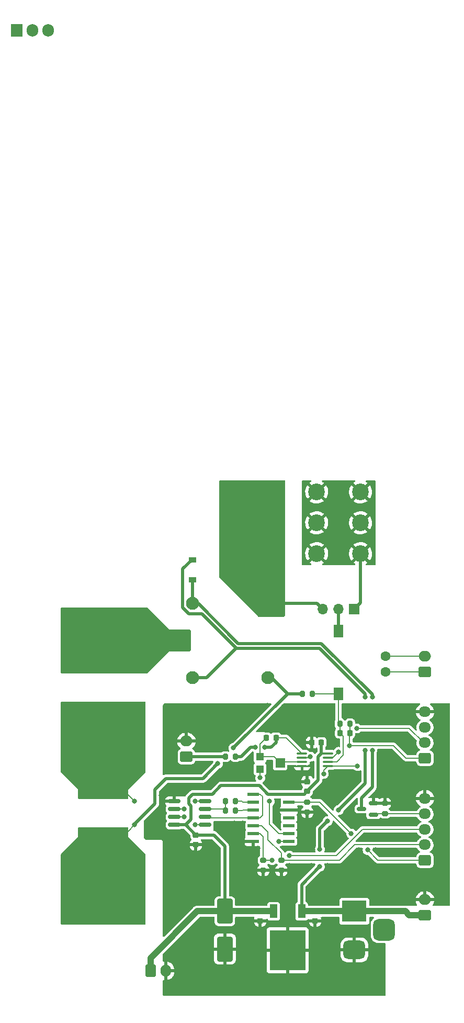
<source format=gbr>
%TF.GenerationSoftware,KiCad,Pcbnew,(6.0.7)*%
%TF.CreationDate,2025-03-09T22:25:54+09:00*%
%TF.ProjectId,Main_SMD_Controller,4d61696e-5f53-44d4-945f-436f6e74726f,rev?*%
%TF.SameCoordinates,Original*%
%TF.FileFunction,Copper,L1,Top*%
%TF.FilePolarity,Positive*%
%FSLAX46Y46*%
G04 Gerber Fmt 4.6, Leading zero omitted, Abs format (unit mm)*
G04 Created by KiCad (PCBNEW (6.0.7)) date 2025-03-09 22:25:54*
%MOMM*%
%LPD*%
G01*
G04 APERTURE LIST*
G04 Aperture macros list*
%AMRoundRect*
0 Rectangle with rounded corners*
0 $1 Rounding radius*
0 $2 $3 $4 $5 $6 $7 $8 $9 X,Y pos of 4 corners*
0 Add a 4 corners polygon primitive as box body*
4,1,4,$2,$3,$4,$5,$6,$7,$8,$9,$2,$3,0*
0 Add four circle primitives for the rounded corners*
1,1,$1+$1,$2,$3*
1,1,$1+$1,$4,$5*
1,1,$1+$1,$6,$7*
1,1,$1+$1,$8,$9*
0 Add four rect primitives between the rounded corners*
20,1,$1+$1,$2,$3,$4,$5,0*
20,1,$1+$1,$4,$5,$6,$7,0*
20,1,$1+$1,$6,$7,$8,$9,0*
20,1,$1+$1,$8,$9,$2,$3,0*%
G04 Aperture macros list end*
%TA.AperFunction,SMDPad,CuDef*%
%ADD10R,1.524000X2.159000*%
%TD*%
%TA.AperFunction,SMDPad,CuDef*%
%ADD11R,1.200000X0.900000*%
%TD*%
%TA.AperFunction,ComponentPad*%
%ADD12RoundRect,0.250000X0.725000X-0.600000X0.725000X0.600000X-0.725000X0.600000X-0.725000X-0.600000X0*%
%TD*%
%TA.AperFunction,ComponentPad*%
%ADD13O,1.950000X1.700000*%
%TD*%
%TA.AperFunction,SMDPad,CuDef*%
%ADD14RoundRect,0.150000X0.587500X0.150000X-0.587500X0.150000X-0.587500X-0.150000X0.587500X-0.150000X0*%
%TD*%
%TA.AperFunction,SMDPad,CuDef*%
%ADD15R,1.850000X0.550000*%
%TD*%
%TA.AperFunction,ComponentPad*%
%ADD16O,2.000000X1.700000*%
%TD*%
%TA.AperFunction,ComponentPad*%
%ADD17RoundRect,0.250000X0.750000X-0.600000X0.750000X0.600000X-0.750000X0.600000X-0.750000X-0.600000X0*%
%TD*%
%TA.AperFunction,SMDPad,CuDef*%
%ADD18R,1.200000X2.200000*%
%TD*%
%TA.AperFunction,SMDPad,CuDef*%
%ADD19R,5.800000X6.400000*%
%TD*%
%TA.AperFunction,ComponentPad*%
%ADD20R,1.700000X1.700000*%
%TD*%
%TA.AperFunction,ComponentPad*%
%ADD21O,1.700000X1.700000*%
%TD*%
%TA.AperFunction,ComponentPad*%
%ADD22C,1.600000*%
%TD*%
%TA.AperFunction,SMDPad,CuDef*%
%ADD23RoundRect,0.225000X-0.250000X0.225000X-0.250000X-0.225000X0.250000X-0.225000X0.250000X0.225000X0*%
%TD*%
%TA.AperFunction,SMDPad,CuDef*%
%ADD24RoundRect,0.225000X0.250000X-0.225000X0.250000X0.225000X-0.250000X0.225000X-0.250000X-0.225000X0*%
%TD*%
%TA.AperFunction,SMDPad,CuDef*%
%ADD25RoundRect,0.200000X-0.275000X0.200000X-0.275000X-0.200000X0.275000X-0.200000X0.275000X0.200000X0*%
%TD*%
%TA.AperFunction,SMDPad,CuDef*%
%ADD26RoundRect,0.250000X-1.425000X0.362500X-1.425000X-0.362500X1.425000X-0.362500X1.425000X0.362500X0*%
%TD*%
%TA.AperFunction,SMDPad,CuDef*%
%ADD27RoundRect,0.150000X0.825000X0.150000X-0.825000X0.150000X-0.825000X-0.150000X0.825000X-0.150000X0*%
%TD*%
%TA.AperFunction,ComponentPad*%
%ADD28R,4.000000X3.500000*%
%TD*%
%TA.AperFunction,ComponentPad*%
%ADD29RoundRect,0.750000X1.000000X-0.750000X1.000000X0.750000X-1.000000X0.750000X-1.000000X-0.750000X0*%
%TD*%
%TA.AperFunction,ComponentPad*%
%ADD30RoundRect,0.875000X0.875000X-0.875000X0.875000X0.875000X-0.875000X0.875000X-0.875000X-0.875000X0*%
%TD*%
%TA.AperFunction,SMDPad,CuDef*%
%ADD31RoundRect,0.200000X-0.200000X-0.275000X0.200000X-0.275000X0.200000X0.275000X-0.200000X0.275000X0*%
%TD*%
%TA.AperFunction,ComponentPad*%
%ADD32C,2.100000*%
%TD*%
%TA.AperFunction,SMDPad,CuDef*%
%ADD33RoundRect,0.200000X0.200000X0.275000X-0.200000X0.275000X-0.200000X-0.275000X0.200000X-0.275000X0*%
%TD*%
%TA.AperFunction,ComponentPad*%
%ADD34C,2.700000*%
%TD*%
%TA.AperFunction,SMDPad,CuDef*%
%ADD35RoundRect,0.225000X-0.225000X-0.250000X0.225000X-0.250000X0.225000X0.250000X-0.225000X0.250000X0*%
%TD*%
%TA.AperFunction,ComponentPad*%
%ADD36RoundRect,0.250000X-0.600000X-0.750000X0.600000X-0.750000X0.600000X0.750000X-0.600000X0.750000X0*%
%TD*%
%TA.AperFunction,ComponentPad*%
%ADD37O,1.700000X2.000000*%
%TD*%
%TA.AperFunction,SMDPad,CuDef*%
%ADD38RoundRect,0.250000X-1.000000X1.750000X-1.000000X-1.750000X1.000000X-1.750000X1.000000X1.750000X0*%
%TD*%
%TA.AperFunction,SMDPad,CuDef*%
%ADD39RoundRect,0.225000X0.225000X0.250000X-0.225000X0.250000X-0.225000X-0.250000X0.225000X-0.250000X0*%
%TD*%
%TA.AperFunction,ComponentPad*%
%ADD40R,1.905000X2.000000*%
%TD*%
%TA.AperFunction,ComponentPad*%
%ADD41O,1.905000X2.000000*%
%TD*%
%TA.AperFunction,SMDPad,CuDef*%
%ADD42R,1.200000X1.200000*%
%TD*%
%TA.AperFunction,SMDPad,CuDef*%
%ADD43R,1.500000X1.600000*%
%TD*%
%TA.AperFunction,SMDPad,CuDef*%
%ADD44RoundRect,0.100000X-0.712500X-0.100000X0.712500X-0.100000X0.712500X0.100000X-0.712500X0.100000X0*%
%TD*%
%TA.AperFunction,ViaPad*%
%ADD45C,0.800000*%
%TD*%
%TA.AperFunction,Conductor*%
%ADD46C,0.500000*%
%TD*%
%TA.AperFunction,Conductor*%
%ADD47C,0.200000*%
%TD*%
%TA.AperFunction,Conductor*%
%ADD48C,0.300000*%
%TD*%
%TA.AperFunction,Conductor*%
%ADD49C,1.000000*%
%TD*%
G04 APERTURE END LIST*
D10*
%TO.P,R10,1*%
%TO.N,Net-(C7-Pad2)*%
X76200000Y-65786000D03*
%TO.P,R10,2*%
%TO.N,Net-(J7-Pad2)*%
X76200000Y-55626000D03*
%TD*%
D11*
%TO.P,D1,2,A*%
%TO.N,LOAD_ENABLE*%
X52578000Y-47370000D03*
%TO.P,D1,1,K*%
%TO.N,+12V*%
X52578000Y-44070000D03*
%TD*%
D12*
%TO.P,J4,1,Pin_1*%
%TO.N,/Vmeas*%
X90170000Y-76200000D03*
D13*
%TO.P,J4,2,Pin_2*%
%TO.N,/Vref*%
X90170000Y-73700000D03*
%TO.P,J4,3,Pin_3*%
%TO.N,Vofs*%
X90170000Y-71200000D03*
%TO.P,J4,4,Pin_4*%
%TO.N,GND*%
X90170000Y-68700000D03*
%TD*%
D14*
%TO.P,Q1,3,D*%
%TO.N,LOAD_ENABLE*%
X79933800Y-84404200D03*
%TO.P,Q1,2,S*%
%TO.N,GND*%
X81808800Y-83454200D03*
%TO.P,Q1,1,G*%
%TO.N,Net-(J2-Pad4)*%
X81808800Y-85354200D03*
%TD*%
D15*
%TO.P,U2,1*%
%TO.N,Rg_1*%
X62403000Y-82042000D03*
%TO.P,U2,2*%
%TO.N,Net-(R9-Pad1)*%
X62403000Y-83312000D03*
%TO.P,U2,3*%
%TO.N,Net-(R8-Pad1)*%
X62403000Y-84582000D03*
%TO.P,U2,4*%
%TO.N,Rg_1*%
X62403000Y-85852000D03*
%TO.P,U2,5*%
%TO.N,SHUNT_SELECT1*%
X62403000Y-87122000D03*
%TO.P,U2,6*%
%TO.N,Vconst_ENABLE*%
X62403000Y-88392000D03*
%TO.P,U2,7,VSS*%
%TO.N,GND*%
X62403000Y-89662000D03*
%TO.P,U2,8*%
%TO.N,Net-(U2-Pad8)*%
X68153000Y-89662000D03*
%TO.P,U2,9*%
%TO.N,Net-(RV1-Pad3)*%
X68153000Y-88392000D03*
%TO.P,U2,10*%
%TO.N,unconnected-(U2-Pad10)*%
X68153000Y-87122000D03*
%TO.P,U2,11*%
%TO.N,unconnected-(U2-Pad11)*%
X68153000Y-85852000D03*
%TO.P,U2,12*%
%TO.N,GND*%
X68153000Y-84582000D03*
%TO.P,U2,13*%
%TO.N,SHUNT_SELECT2*%
X68153000Y-83312000D03*
%TO.P,U2,14,VDD*%
%TO.N,VCC*%
X68153000Y-82042000D03*
%TD*%
D16*
%TO.P,J5,2,Pin_2*%
%TO.N,GND*%
X90170000Y-99100000D03*
D17*
%TO.P,J5,1,Pin_1*%
%TO.N,+12V*%
X90170000Y-101600000D03*
%TD*%
%TO.P,J9,1,Pin_1*%
%TO.N,Net-(J9-Pad1)*%
X90170000Y-62230000D03*
D16*
%TO.P,J9,2,Pin_2*%
%TO.N,Net-(J9-Pad2)*%
X90170000Y-59730000D03*
%TD*%
D18*
%TO.P,U1,1,VI*%
%TO.N,+12V*%
X70225000Y-100965000D03*
D19*
%TO.P,U1,2,GND*%
%TO.N,GND*%
X67945000Y-107265000D03*
D18*
%TO.P,U1,3,VO*%
%TO.N,VCC*%
X65665000Y-100965000D03*
%TD*%
D20*
%TO.P,J7,1,Pin_1*%
%TO.N,/Vsens*%
X78725000Y-52070000D03*
D21*
%TO.P,J7,2,Pin_2*%
%TO.N,Net-(J7-Pad2)*%
X76185000Y-52070000D03*
%TO.P,J7,3,Pin_3*%
%TO.N,/Load+*%
X73645000Y-52070000D03*
%TD*%
D22*
%TO.P,TH1,1*%
%TO.N,Net-(J9-Pad1)*%
X83820000Y-62230000D03*
%TO.P,TH1,2*%
%TO.N,Net-(J9-Pad2)*%
X83820000Y-59730000D03*
%TD*%
D23*
%TO.P,C1,1*%
%TO.N,+12V*%
X72390000Y-100965000D03*
%TO.P,C1,2*%
%TO.N,GND*%
X72390000Y-102515000D03*
%TD*%
D24*
%TO.P,C6,1*%
%TO.N,VCC*%
X71120000Y-81547000D03*
%TO.P,C6,2*%
%TO.N,GND*%
X71120000Y-79997000D03*
%TD*%
D25*
%TO.P,R1,1*%
%TO.N,SHUNT_SELECT2*%
X71120000Y-83312000D03*
%TO.P,R1,2*%
%TO.N,GND*%
X71120000Y-84962000D03*
%TD*%
D26*
%TO.P,R11,1*%
%TO.N,/MOS-*%
X40132000Y-82127500D03*
%TO.P,R11,2*%
%TO.N,Load-*%
X40132000Y-88052500D03*
%TD*%
D27*
%TO.P,U3,1,-*%
%TO.N,Load-*%
X54545000Y-86995000D03*
%TO.P,U3,2,Rg*%
%TO.N,Rg_1*%
X54545000Y-85725000D03*
%TO.P,U3,3,Rg*%
%TO.N,Rg_2*%
X54545000Y-84455000D03*
%TO.P,U3,4,+*%
%TO.N,/MOS-*%
X54545000Y-83185000D03*
%TO.P,U3,5,Vs-*%
%TO.N,GND*%
X49595000Y-83185000D03*
%TO.P,U3,6,Ref*%
%TO.N,Vofs*%
X49595000Y-84455000D03*
%TO.P,U3,7*%
%TO.N,Net-(U2-Pad8)*%
X49595000Y-85725000D03*
%TO.P,U3,8,Vs+*%
%TO.N,VCC*%
X49595000Y-86995000D03*
%TD*%
D28*
%TO.P,J1,1*%
%TO.N,+12V*%
X78740000Y-100965000D03*
D29*
%TO.P,J1,2*%
%TO.N,GND*%
X78740000Y-107215000D03*
D30*
%TO.P,J1,3*%
%TO.N,unconnected-(J1-Pad3)*%
X83540000Y-103965000D03*
%TD*%
D25*
%TO.P,R2,1*%
%TO.N,SHUNT_SELECT1*%
X66929000Y-92710000D03*
%TO.P,R2,2*%
%TO.N,GND*%
X66929000Y-94360000D03*
%TD*%
D31*
%TO.P,R6,1*%
%TO.N,Load-*%
X70295000Y-65786000D03*
%TO.P,R6,2*%
%TO.N,Net-(C7-Pad2)*%
X71945000Y-65786000D03*
%TD*%
D17*
%TO.P,J13,1,Pin_1*%
%TO.N,Net-(J13-Pad1)*%
X51562000Y-75946000D03*
D16*
%TO.P,J13,2,Pin_2*%
%TO.N,GND*%
X51562000Y-73446000D03*
%TD*%
D32*
%TO.P,RLY1,5,COIL*%
%TO.N,+12V*%
X52570000Y-63150000D03*
%TO.P,RLY1,4,NC*%
%TO.N,Load-*%
X64770000Y-63150000D03*
%TO.P,RLY1,3,NO*%
%TO.N,/Load+*%
X64770000Y-51150000D03*
%TO.P,RLY1,2,COIL*%
%TO.N,LOAD_ENABLE*%
X52570000Y-51150000D03*
%TO.P,RLY1,1,COM*%
%TO.N,/MOS+*%
X50570000Y-57150000D03*
%TD*%
D33*
%TO.P,R5,1*%
%TO.N,/Vmeas*%
X78041000Y-70612000D03*
%TO.P,R5,2*%
%TO.N,Net-(C7-Pad2)*%
X76391000Y-70612000D03*
%TD*%
D25*
%TO.P,R4,1*%
%TO.N,GND*%
X83693000Y-83503000D03*
%TO.P,R4,2*%
%TO.N,Net-(J2-Pad4)*%
X83693000Y-85153000D03*
%TD*%
D34*
%TO.P,J8,1,Pin_1*%
%TO.N,Load-*%
X33100000Y-101340000D03*
X43100000Y-101340000D03*
X38100000Y-101340000D03*
X33100000Y-94240000D03*
X43100000Y-94240000D03*
X38100000Y-94240000D03*
%TD*%
D35*
%TO.P,C8,1*%
%TO.N,Net-(C8-Pad1)*%
X64503000Y-72898000D03*
%TO.P,C8,2*%
%TO.N,Net-(C8-Pad2)*%
X66053000Y-72898000D03*
%TD*%
D36*
%TO.P,J3,1,Pin_1*%
%TO.N,VCC*%
X45740000Y-110600000D03*
D37*
%TO.P,J3,2,Pin_2*%
%TO.N,GND*%
X48240000Y-110600000D03*
%TD*%
D38*
%TO.P,C3,1*%
%TO.N,VCC*%
X57785000Y-100965000D03*
%TO.P,C3,2*%
%TO.N,GND*%
X57785000Y-107065000D03*
%TD*%
D33*
%TO.P,R9,1*%
%TO.N,Net-(R9-Pad1)*%
X59499000Y-83185000D03*
%TO.P,R9,2*%
%TO.N,Rg_2*%
X57849000Y-83185000D03*
%TD*%
D39*
%TO.P,C4,2*%
%TO.N,GND*%
X71856000Y-73660000D03*
%TO.P,C4,1*%
%TO.N,VCC*%
X73406000Y-73660000D03*
%TD*%
D33*
%TO.P,R8,1*%
%TO.N,Net-(R8-Pad1)*%
X59499000Y-84709000D03*
%TO.P,R8,2*%
%TO.N,Rg_2*%
X57849000Y-84709000D03*
%TD*%
D40*
%TO.P,Q2,1,G*%
%TO.N,unconnected-(Q2-Pad1)*%
X24130000Y41570000D03*
D41*
%TO.P,Q2,2,D*%
%TO.N,unconnected-(Q2-Pad2)*%
X26670000Y41570000D03*
%TO.P,Q2,3,S*%
%TO.N,unconnected-(Q2-Pad3)*%
X29210000Y41570000D03*
%TD*%
D34*
%TO.P,J12,1,Pin_1*%
%TO.N,/MOS+*%
X33100000Y-60700000D03*
X33100000Y-53600000D03*
X38100000Y-60700000D03*
X43100000Y-53600000D03*
X38100000Y-53600000D03*
X43100000Y-60700000D03*
%TD*%
%TO.P,J14,1,Pin_1*%
%TO.N,/MOS-*%
X38100000Y-68840000D03*
X38100000Y-75940000D03*
X33100000Y-68840000D03*
X43100000Y-68840000D03*
X33100000Y-75940000D03*
X43100000Y-75940000D03*
%TD*%
D26*
%TO.P,R12,1*%
%TO.N,/MOS-*%
X36068000Y-82127500D03*
%TO.P,R12,2*%
%TO.N,Load-*%
X36068000Y-88052500D03*
%TD*%
D33*
%TO.P,R7,1*%
%TO.N,Net-(C8-Pad2)*%
X59499000Y-75946000D03*
%TO.P,R7,2*%
%TO.N,Net-(J13-Pad1)*%
X57849000Y-75946000D03*
%TD*%
D39*
%TO.P,C7,1*%
%TO.N,/Vmeas*%
X77991000Y-72136000D03*
%TO.P,C7,2*%
%TO.N,Net-(C7-Pad2)*%
X76441000Y-72136000D03*
%TD*%
D23*
%TO.P,C5,1*%
%TO.N,VCC*%
X53086000Y-88646000D03*
%TO.P,C5,2*%
%TO.N,GND*%
X53086000Y-90196000D03*
%TD*%
D42*
%TO.P,RV1,1,1*%
%TO.N,Net-(C8-Pad1)*%
X63478000Y-75962000D03*
D43*
%TO.P,RV1,2,2*%
X66728000Y-76962000D03*
D42*
%TO.P,RV1,3,3*%
%TO.N,Net-(RV1-Pad3)*%
X63478000Y-77962000D03*
%TD*%
D44*
%TO.P,U4,1*%
%TO.N,Net-(C8-Pad2)*%
X70277500Y-75479000D03*
%TO.P,U4,2*%
%TO.N,/Vref*%
X70277500Y-76129000D03*
%TO.P,U4,3*%
%TO.N,Net-(C8-Pad1)*%
X70277500Y-76779000D03*
%TO.P,U4,4,GND*%
%TO.N,GND*%
X70277500Y-77429000D03*
%TO.P,U4,5*%
%TO.N,Vofs*%
X74502500Y-77429000D03*
%TO.P,U4,6*%
%TO.N,Net-(C7-Pad2)*%
X74502500Y-76779000D03*
%TO.P,U4,7*%
%TO.N,/Vmeas*%
X74502500Y-76129000D03*
%TO.P,U4,8,VCC*%
%TO.N,VCC*%
X74502500Y-75479000D03*
%TD*%
D34*
%TO.P,J11,1,Pin_1*%
%TO.N,/Load+*%
X58680000Y-38100000D03*
X58680000Y-33100000D03*
X58680000Y-43100000D03*
X65780000Y-33100000D03*
X65780000Y-38100000D03*
X65780000Y-43100000D03*
%TD*%
%TO.P,J10,1,Pin_1*%
%TO.N,/Vsens*%
X72650000Y-38100000D03*
X79750000Y-43100000D03*
X79750000Y-38100000D03*
X72650000Y-33100000D03*
X79750000Y-33100000D03*
X72650000Y-43100000D03*
%TD*%
D12*
%TO.P,J2,1,Pin_1*%
%TO.N,SHUNT_SELECT2*%
X90170000Y-92710000D03*
D13*
%TO.P,J2,2,Pin_2*%
%TO.N,SHUNT_SELECT1*%
X90170000Y-90210000D03*
%TO.P,J2,3,Pin_3*%
%TO.N,Vconst_ENABLE*%
X90170000Y-87710000D03*
%TO.P,J2,4,Pin_4*%
%TO.N,Net-(J2-Pad4)*%
X90170000Y-85210000D03*
%TO.P,J2,5,Pin_5*%
%TO.N,GND*%
X90170000Y-82710000D03*
%TD*%
D25*
%TO.P,R3,1*%
%TO.N,Vconst_ENABLE*%
X64008000Y-92710000D03*
%TO.P,R3,2*%
%TO.N,GND*%
X64008000Y-94360000D03*
%TD*%
D23*
%TO.P,C2,1*%
%TO.N,VCC*%
X63500000Y-100965000D03*
%TO.P,C2,2*%
%TO.N,GND*%
X63500000Y-102515000D03*
%TD*%
D45*
%TO.N,GND*%
X88392000Y-70866000D03*
X82804000Y-72898000D03*
X66040000Y-114046000D03*
X48260000Y-114046000D03*
X93726000Y-90424000D03*
X93726000Y-79502000D03*
X56642000Y-67818000D03*
X75184000Y-71120000D03*
X77216000Y-69342000D03*
X77216000Y-67818000D03*
X79502000Y-67818000D03*
X79502000Y-70104000D03*
X82804000Y-67818000D03*
X82804000Y-70358000D03*
X79248000Y-78740000D03*
X82804000Y-78486000D03*
X84836000Y-75184000D03*
X82804000Y-76454000D03*
X83058000Y-75184000D03*
X85852000Y-76962000D03*
X88392000Y-74676000D03*
X79248000Y-72898000D03*
%TO.N,Vofs*%
X79248000Y-77470000D03*
%TO.N,/MOS-*%
X34290000Y-78232000D03*
X41910000Y-78232000D03*
%TO.N,/Load+*%
X67056000Y-47371000D03*
X57912000Y-47371000D03*
X63373000Y-49022000D03*
X59690000Y-49022000D03*
X67056000Y-49022000D03*
X57404000Y-45593000D03*
X67056000Y-45593000D03*
X62230000Y-45593000D03*
%TO.N,/MOS+*%
X46736000Y-60325000D03*
X46736000Y-53975000D03*
X48006000Y-57150000D03*
X48006000Y-55245000D03*
X48006000Y-59055000D03*
X45466000Y-61595000D03*
X45466000Y-57150000D03*
X45466000Y-52705000D03*
%TO.N,/MOS-*%
X44450000Y-78232000D03*
X38100000Y-78232000D03*
X31750000Y-78232000D03*
X41910000Y-80772000D03*
X38100000Y-80772000D03*
X34290000Y-80772000D03*
%TO.N,Load-*%
X44450000Y-91948000D03*
X42037000Y-91948000D03*
X38100000Y-91948000D03*
X34290000Y-91948000D03*
X31750000Y-91948000D03*
X42037000Y-89408000D03*
X38100000Y-89408000D03*
X34290000Y-89408000D03*
%TO.N,GND*%
X69977000Y-88138000D03*
X74168000Y-82931000D03*
X86868000Y-79375000D03*
X70485000Y-70358000D03*
X57912000Y-70739000D03*
X53848000Y-72136000D03*
X52070000Y-99187000D03*
X51181000Y-93472000D03*
X65532000Y-97155000D03*
X60198000Y-93091000D03*
X79502000Y-95377000D03*
X61976000Y-102362000D03*
X59944000Y-102362000D03*
X48133000Y-104140000D03*
X75819000Y-99441000D03*
X81661000Y-99441000D03*
X93726000Y-67818000D03*
X93726000Y-99568000D03*
X48260000Y-78359000D03*
X48768000Y-80645000D03*
X74803000Y-74422000D03*
X75692000Y-73406000D03*
X63881000Y-71501000D03*
X57023000Y-74803000D03*
X64643000Y-67691000D03*
X67310000Y-67818000D03*
X72009000Y-107188000D03*
X63881000Y-107315000D03*
X55499000Y-107061000D03*
X60071000Y-107061000D03*
X67945000Y-111633000D03*
X67945000Y-102997000D03*
X63500000Y-104013000D03*
X57785000Y-104013000D03*
X55626000Y-102362000D03*
X83312000Y-114046000D03*
X75184000Y-67818000D03*
X48260000Y-67818000D03*
X79502000Y-91059000D03*
X58902600Y-98094800D03*
X59918600Y-99593400D03*
X56667400Y-98120200D03*
X55651400Y-99593400D03*
X56692800Y-90932000D03*
X54508400Y-89712800D03*
X50977800Y-88163400D03*
X84963000Y-84328000D03*
X71856600Y-78689200D03*
X64465200Y-80162400D03*
X66014600Y-80924400D03*
X62280800Y-79552800D03*
X62052200Y-75869800D03*
X68453000Y-77774800D03*
X64998600Y-77012800D03*
X56235600Y-79476600D03*
X52603400Y-80746600D03*
X47498000Y-82194400D03*
X45237400Y-88900000D03*
X71653400Y-99618800D03*
X67437000Y-90805000D03*
X72009000Y-91059000D03*
X75565000Y-87122000D03*
X77216000Y-89154000D03*
X74422000Y-90932000D03*
X75184000Y-83820000D03*
X75057000Y-78486000D03*
X82042000Y-82169000D03*
X78867000Y-83439000D03*
X76962000Y-85598000D03*
X78994000Y-87376000D03*
X88773000Y-86487000D03*
X88773000Y-88900000D03*
X80264000Y-89027000D03*
X88773000Y-91313000D03*
X82169000Y-91059000D03*
X74422000Y-93599000D03*
X71374000Y-97155000D03*
X68199000Y-93599000D03*
X71755000Y-93599000D03*
X65532000Y-93980000D03*
X63119000Y-90805000D03*
X56388000Y-86995000D03*
X60706000Y-86741000D03*
X60706000Y-88392000D03*
X59309000Y-86741000D03*
X66167000Y-85471000D03*
X66294000Y-83312000D03*
X66421000Y-86868000D03*
X69850000Y-85471000D03*
X73787000Y-85344000D03*
X72771000Y-84455000D03*
X72263000Y-82296000D03*
X72771000Y-81534000D03*
X69850000Y-80899000D03*
X71882000Y-77343000D03*
X70485000Y-74168000D03*
%TO.N,+12V*%
X80518000Y-74930000D03*
X80518000Y-66294000D03*
%TO.N,LOAD_ENABLE*%
X81661000Y-74930000D03*
X81661000Y-66294000D03*
%TO.N,+12V*%
X76200000Y-84582000D03*
X73152000Y-90932000D03*
X73152000Y-93726000D03*
X74422000Y-86360000D03*
%TO.N,Net-(RV1-Pad3)*%
X63500000Y-79375000D03*
X65024000Y-83185000D03*
%TO.N,Load-*%
X59182000Y-74549000D03*
X56642000Y-77089000D03*
%TO.N,Net-(U2-Pad8)*%
X66548000Y-89662000D03*
X51181000Y-85725000D03*
%TO.N,Net-(C8-Pad2)*%
X62738000Y-74422000D03*
X64262000Y-74422000D03*
%TO.N,/Vmeas*%
X77978000Y-74168000D03*
X76200000Y-75184000D03*
%TO.N,/Vref*%
X79121000Y-71374000D03*
X71628000Y-75946000D03*
%TO.N,Vofs*%
X51181000Y-84455000D03*
X73787000Y-78740000D03*
%TO.N,SHUNT_SELECT2*%
X78232000Y-88392000D03*
X80899000Y-91059000D03*
%TO.N,Vconst_ENABLE*%
X65405000Y-92710000D03*
X68199000Y-91948000D03*
%TO.N,Load-*%
X52959000Y-86995000D03*
X43180000Y-86995000D03*
%TO.N,/MOS-*%
X52959000Y-83185000D03*
X43180000Y-83185000D03*
%TD*%
D46*
%TO.N,+12V*%
X50927000Y-45593000D02*
X52450000Y-44070000D01*
X51943000Y-52832000D02*
X50927000Y-51816000D01*
X59690000Y-58420000D02*
X54102000Y-52832000D01*
X54102000Y-52832000D02*
X51943000Y-52832000D01*
X50927000Y-51816000D02*
X50927000Y-45593000D01*
X52450000Y-44070000D02*
X52578000Y-44070000D01*
%TO.N,LOAD_ENABLE*%
X52570000Y-47378000D02*
X52578000Y-47370000D01*
X52570000Y-51150000D02*
X52570000Y-47378000D01*
X59944000Y-57658000D02*
X53436000Y-51150000D01*
X53436000Y-51150000D02*
X52570000Y-51150000D01*
X81661000Y-65913000D02*
X73406000Y-57658000D01*
X81661000Y-66294000D02*
X81661000Y-65913000D01*
X73406000Y-57658000D02*
X59944000Y-57658000D01*
%TO.N,+12V*%
X80518000Y-65786000D02*
X73152000Y-58420000D01*
X80518000Y-66294000D02*
X80518000Y-65786000D01*
X73152000Y-58420000D02*
X59690000Y-58420000D01*
D47*
%TO.N,/Vmeas*%
X87122000Y-76200000D02*
X90170000Y-76200000D01*
X85090000Y-74168000D02*
X87122000Y-76200000D01*
X77978000Y-74168000D02*
X85090000Y-74168000D01*
%TO.N,/Vref*%
X87630000Y-71374000D02*
X89956000Y-73700000D01*
X89956000Y-73700000D02*
X90170000Y-73700000D01*
X79121000Y-71374000D02*
X87630000Y-71374000D01*
%TO.N,Vofs*%
X74543500Y-77470000D02*
X74502500Y-77429000D01*
X79248000Y-77470000D02*
X74543500Y-77470000D01*
%TO.N,Net-(J9-Pad1)*%
X83820000Y-62230000D02*
X90170000Y-62230000D01*
%TO.N,Net-(J9-Pad2)*%
X83820000Y-59730000D02*
X90170000Y-59730000D01*
%TO.N,/Vmeas*%
X77978000Y-72149000D02*
X77991000Y-72136000D01*
X77978000Y-74168000D02*
X77978000Y-72149000D01*
D46*
%TO.N,Net-(J7-Pad2)*%
X76185000Y-55611000D02*
X76200000Y-55626000D01*
X76185000Y-52070000D02*
X76185000Y-55611000D01*
%TO.N,/Load+*%
X72725000Y-51150000D02*
X73645000Y-52070000D01*
X64770000Y-51150000D02*
X72725000Y-51150000D01*
%TO.N,/Vsens*%
X79750000Y-51045000D02*
X78725000Y-52070000D01*
X79750000Y-43100000D02*
X79750000Y-51045000D01*
%TO.N,VCC*%
X72898000Y-79769000D02*
X71120000Y-81547000D01*
X72898000Y-75946000D02*
X72898000Y-79769000D01*
X73406000Y-75479000D02*
X73365000Y-75479000D01*
X73365000Y-75479000D02*
X72898000Y-75946000D01*
D47*
%TO.N,Vofs*%
X73787000Y-78740000D02*
X73787000Y-78144500D01*
X73787000Y-78144500D02*
X74502500Y-77429000D01*
D46*
%TO.N,VCC*%
X57785000Y-90424000D02*
X57785000Y-100965000D01*
X53073000Y-88633000D02*
X55994000Y-88633000D01*
X55994000Y-88633000D02*
X57785000Y-90424000D01*
X51435000Y-86995000D02*
X53073000Y-88633000D01*
X63373000Y-80645000D02*
X64770000Y-82042000D01*
X52578000Y-82042000D02*
X55753000Y-82042000D01*
X51943000Y-83566000D02*
X51943000Y-82677000D01*
X57150000Y-80645000D02*
X63373000Y-80645000D01*
X51943000Y-82677000D02*
X52578000Y-82042000D01*
X52324000Y-83947000D02*
X51943000Y-83566000D01*
X55753000Y-82042000D02*
X57150000Y-80645000D01*
X52324000Y-86106000D02*
X52324000Y-83947000D01*
X64770000Y-82042000D02*
X68153000Y-82042000D01*
X51435000Y-86995000D02*
X52324000Y-86106000D01*
X73406000Y-75479000D02*
X73406000Y-73660000D01*
%TO.N,+12V*%
X54833000Y-63150000D02*
X52570000Y-63150000D01*
X59563000Y-58420000D02*
X54833000Y-63150000D01*
X59690000Y-58420000D02*
X59563000Y-58420000D01*
X80518000Y-80264000D02*
X76200000Y-84582000D01*
X80518000Y-74930000D02*
X80518000Y-80264000D01*
%TO.N,LOAD_ENABLE*%
X81661000Y-80899000D02*
X81661000Y-74930000D01*
X79933800Y-82626200D02*
X81661000Y-80899000D01*
X79933800Y-84404200D02*
X79933800Y-82626200D01*
%TO.N,Load-*%
X65309000Y-63150000D02*
X67945000Y-65786000D01*
D47*
X64770000Y-63150000D02*
X65309000Y-63150000D01*
D46*
X67945000Y-65786000D02*
X70295000Y-65786000D01*
X59182000Y-74549000D02*
X67945000Y-65786000D01*
D47*
%TO.N,Net-(C7-Pad2)*%
X76200000Y-65786000D02*
X71945000Y-65786000D01*
X76200000Y-70421000D02*
X76200000Y-65786000D01*
X76391000Y-70612000D02*
X76200000Y-70421000D01*
%TO.N,Load-*%
X43180000Y-86868000D02*
X43180000Y-86995000D01*
D46*
X46482000Y-83566000D02*
X43180000Y-86868000D01*
X46482000Y-81280000D02*
X46482000Y-83566000D01*
X54229000Y-79502000D02*
X48260000Y-79502000D01*
X56642000Y-77089000D02*
X54229000Y-79502000D01*
X48260000Y-79502000D02*
X46482000Y-81280000D01*
%TO.N,+12V*%
X70225000Y-96653000D02*
X73152000Y-93726000D01*
X70225000Y-100965000D02*
X70225000Y-96653000D01*
X73152000Y-90932000D02*
X73152000Y-87630000D01*
X73152000Y-87630000D02*
X74422000Y-86360000D01*
D47*
%TO.N,Net-(RV1-Pad3)*%
X66548000Y-88392000D02*
X68153000Y-88392000D01*
X65024000Y-86868000D02*
X66548000Y-88392000D01*
X65024000Y-83185000D02*
X65024000Y-86868000D01*
D46*
%TO.N,VCC*%
X49595000Y-86995000D02*
X51435000Y-86995000D01*
D48*
X73406000Y-75479000D02*
X74502500Y-75479000D01*
D46*
X70625000Y-82042000D02*
X71120000Y-81547000D01*
X68153000Y-82042000D02*
X70625000Y-82042000D01*
D47*
%TO.N,Net-(RV1-Pad3)*%
X63478000Y-79353000D02*
X63478000Y-77962000D01*
X63500000Y-79375000D02*
X63478000Y-79353000D01*
%TO.N,/MOS-*%
X52959000Y-83185000D02*
X54545000Y-83185000D01*
%TO.N,Load-*%
X52959000Y-86995000D02*
X54545000Y-86995000D01*
%TO.N,SHUNT_SELECT2*%
X71120000Y-83312000D02*
X68153000Y-83312000D01*
%TO.N,Net-(U2-Pad8)*%
X66548000Y-89662000D02*
X68153000Y-89662000D01*
X49595000Y-85725000D02*
X51181000Y-85725000D01*
%TO.N,SHUNT_SELECT1*%
X63754000Y-87122000D02*
X62403000Y-87122000D01*
X64770000Y-88138000D02*
X63754000Y-87122000D01*
X66929000Y-92710000D02*
X66929000Y-91567000D01*
X66929000Y-91567000D02*
X64770000Y-89408000D01*
X64770000Y-89408000D02*
X64770000Y-88138000D01*
%TO.N,Vconst_ENABLE*%
X63500000Y-88392000D02*
X62403000Y-88392000D01*
X64008000Y-88900000D02*
X63500000Y-88392000D01*
X64008000Y-92710000D02*
X64008000Y-88900000D01*
%TO.N,Rg_1*%
X54672000Y-85852000D02*
X62403000Y-85852000D01*
X54545000Y-85725000D02*
X54672000Y-85852000D01*
D46*
%TO.N,Net-(J13-Pad1)*%
X57849000Y-75946000D02*
X51562000Y-75946000D01*
%TO.N,Net-(C8-Pad2)*%
X62738000Y-74422000D02*
X61976000Y-74422000D01*
X61976000Y-74422000D02*
X60452000Y-75946000D01*
X60452000Y-75946000D02*
X59499000Y-75946000D01*
X66053000Y-73647000D02*
X65278000Y-74422000D01*
X65278000Y-74422000D02*
X64262000Y-74422000D01*
X66053000Y-72898000D02*
X66053000Y-73647000D01*
D47*
%TO.N,Net-(C8-Pad1)*%
X66911000Y-76779000D02*
X70277500Y-76779000D01*
X66728000Y-76962000D02*
X66911000Y-76779000D01*
%TO.N,Net-(C8-Pad2)*%
X67696500Y-72898000D02*
X70277500Y-75479000D01*
X66053000Y-72898000D02*
X67696500Y-72898000D01*
%TO.N,Net-(C8-Pad1)*%
X63478000Y-73923000D02*
X64503000Y-72898000D01*
X63478000Y-75962000D02*
X63478000Y-73923000D01*
X65728000Y-75962000D02*
X66728000Y-76962000D01*
X63478000Y-75962000D02*
X65728000Y-75962000D01*
%TO.N,/Vmeas*%
X77991000Y-72136000D02*
X77991000Y-70662000D01*
X77991000Y-70662000D02*
X78041000Y-70612000D01*
X75255000Y-76129000D02*
X76200000Y-75184000D01*
X74502500Y-76129000D02*
X75255000Y-76129000D01*
%TO.N,Net-(C7-Pad2)*%
X76962000Y-72657000D02*
X76441000Y-72136000D01*
X75875000Y-76779000D02*
X76962000Y-75692000D01*
X76962000Y-75692000D02*
X76962000Y-72657000D01*
X74502500Y-76779000D02*
X75875000Y-76779000D01*
X76441000Y-70662000D02*
X76391000Y-70612000D01*
X76441000Y-72136000D02*
X76441000Y-70662000D01*
%TO.N,/Vref*%
X71445000Y-76129000D02*
X71628000Y-75946000D01*
X70277500Y-76129000D02*
X71445000Y-76129000D01*
%TO.N,Vofs*%
X51181000Y-84455000D02*
X49595000Y-84455000D01*
%TO.N,SHUNT_SELECT2*%
X80899000Y-91059000D02*
X82550000Y-92710000D01*
X82550000Y-92710000D02*
X90170000Y-92710000D01*
X73152000Y-83312000D02*
X71120000Y-83312000D01*
X78232000Y-88392000D02*
X73152000Y-83312000D01*
%TO.N,SHUNT_SELECT1*%
X76327000Y-92710000D02*
X66929000Y-92710000D01*
X90170000Y-90210000D02*
X78827000Y-90210000D01*
X78827000Y-90210000D02*
X76327000Y-92710000D01*
%TO.N,Vconst_ENABLE*%
X75819000Y-91948000D02*
X68199000Y-91948000D01*
X80057000Y-87710000D02*
X75819000Y-91948000D01*
X90170000Y-87710000D02*
X80057000Y-87710000D01*
%TO.N,Net-(J2-Pad4)*%
X90163000Y-85217000D02*
X90170000Y-85210000D01*
X83820000Y-85217000D02*
X90163000Y-85217000D01*
X81961500Y-85217000D02*
X83820000Y-85217000D01*
X81836500Y-85342000D02*
X81961500Y-85217000D01*
%TO.N,Vconst_ENABLE*%
X65405000Y-92710000D02*
X64071000Y-92710000D01*
%TO.N,Rg_1*%
X63881000Y-82423000D02*
X63500000Y-82042000D01*
X63500000Y-82042000D02*
X62403000Y-82042000D01*
X63881000Y-85471000D02*
X63881000Y-82423000D01*
X62403000Y-85852000D02*
X63500000Y-85852000D01*
X63500000Y-85852000D02*
X63881000Y-85471000D01*
%TO.N,Net-(R8-Pad1)*%
X60579000Y-84709000D02*
X60706000Y-84582000D01*
X59499000Y-84709000D02*
X60579000Y-84709000D01*
X60706000Y-84582000D02*
X62403000Y-84582000D01*
%TO.N,Net-(R9-Pad1)*%
X60706000Y-83312000D02*
X62403000Y-83312000D01*
X60579000Y-83185000D02*
X60706000Y-83312000D01*
X59499000Y-83185000D02*
X60579000Y-83185000D01*
%TO.N,Rg_2*%
X54545000Y-84455000D02*
X57595000Y-84455000D01*
X57595000Y-84455000D02*
X57849000Y-84709000D01*
X57849000Y-83185000D02*
X57849000Y-84709000D01*
%TO.N,Load-*%
X42122500Y-88052500D02*
X43180000Y-86995000D01*
X40132000Y-88052500D02*
X42122500Y-88052500D01*
%TO.N,/MOS-*%
X40132000Y-82127500D02*
X42122500Y-82127500D01*
X42122500Y-82127500D02*
X43180000Y-83185000D01*
D49*
%TO.N,VCC*%
X45740000Y-108565000D02*
X53340000Y-100965000D01*
X45740000Y-110600000D02*
X45740000Y-108565000D01*
X53340000Y-100965000D02*
X57785000Y-100965000D01*
%TO.N,+12V*%
X87630000Y-101600000D02*
X90170000Y-101600000D01*
X86995000Y-100965000D02*
X87630000Y-101600000D01*
X78740000Y-100965000D02*
X86995000Y-100965000D01*
X72390000Y-100965000D02*
X78740000Y-100965000D01*
X70225000Y-100965000D02*
X72390000Y-100965000D01*
%TO.N,VCC*%
X63500000Y-100965000D02*
X65665000Y-100965000D01*
X57785000Y-100965000D02*
X63500000Y-100965000D01*
%TD*%
%TA.AperFunction,Conductor*%
%TO.N,Load-*%
G36*
X44921095Y-91657095D02*
G01*
X44955121Y-91719407D01*
X44958000Y-91746190D01*
X44958000Y-102998000D01*
X44937998Y-103066121D01*
X44884342Y-103112614D01*
X44832000Y-103124000D01*
X31368000Y-103124000D01*
X31299879Y-103103998D01*
X31253386Y-103050342D01*
X31242000Y-102998000D01*
X31242000Y-91746190D01*
X31262002Y-91678069D01*
X31278905Y-91657095D01*
X34036000Y-88900000D01*
X42164000Y-88900000D01*
X44921095Y-91657095D01*
G37*
%TD.AperFunction*%
%TD*%
%TA.AperFunction,Conductor*%
%TO.N,Load-*%
G36*
X42106121Y-87396002D02*
G01*
X42152614Y-87449658D01*
X42164000Y-87502000D01*
X42164000Y-88900000D01*
X34036000Y-88900000D01*
X34036000Y-87502000D01*
X34056002Y-87433879D01*
X34109658Y-87387386D01*
X34162000Y-87376000D01*
X42038000Y-87376000D01*
X42106121Y-87396002D01*
G37*
%TD.AperFunction*%
%TD*%
%TA.AperFunction,Conductor*%
%TO.N,/MOS-*%
G36*
X42164000Y-82678000D02*
G01*
X42143998Y-82746121D01*
X42090342Y-82792614D01*
X42038000Y-82804000D01*
X34162000Y-82804000D01*
X34093879Y-82783998D01*
X34047386Y-82730342D01*
X34036000Y-82678000D01*
X34036000Y-81280000D01*
X42164000Y-81280000D01*
X42164000Y-82678000D01*
G37*
%TD.AperFunction*%
%TD*%
%TA.AperFunction,Conductor*%
%TO.N,/MOS+*%
G36*
X45227931Y-51836002D02*
G01*
X45248905Y-51852905D01*
X48768000Y-55372000D01*
X52017810Y-55372000D01*
X52085931Y-55392002D01*
X52106905Y-55408905D01*
X52287095Y-55589095D01*
X52321121Y-55651407D01*
X52324000Y-55678190D01*
X52324000Y-58621810D01*
X52303998Y-58689931D01*
X52287095Y-58710905D01*
X52106905Y-58891095D01*
X52044593Y-58925121D01*
X52017810Y-58928000D01*
X48768000Y-58928000D01*
X45248905Y-62447095D01*
X45186593Y-62481121D01*
X45159810Y-62484000D01*
X31368000Y-62484000D01*
X31299879Y-62463998D01*
X31253386Y-62410342D01*
X31242000Y-62358000D01*
X31242000Y-51942000D01*
X31262002Y-51873879D01*
X31315658Y-51827386D01*
X31368000Y-51816000D01*
X45159810Y-51816000D01*
X45227931Y-51836002D01*
G37*
%TD.AperFunction*%
%TD*%
%TA.AperFunction,Conductor*%
%TO.N,/Load+*%
G36*
X67506121Y-31262002D02*
G01*
X67552614Y-31315658D01*
X67564000Y-31368000D01*
X67564000Y-53033810D01*
X67543998Y-53101931D01*
X67527095Y-53122905D01*
X67346905Y-53303095D01*
X67284593Y-53337121D01*
X67257810Y-53340000D01*
X63298190Y-53340000D01*
X63230069Y-53319998D01*
X63209095Y-53303095D01*
X56932905Y-47026905D01*
X56898879Y-46964593D01*
X56896000Y-46937810D01*
X56896000Y-31368000D01*
X56916002Y-31299879D01*
X56969658Y-31253386D01*
X57022000Y-31242000D01*
X67438000Y-31242000D01*
X67506121Y-31262002D01*
G37*
%TD.AperFunction*%
%TD*%
%TA.AperFunction,Conductor*%
%TO.N,/Vsens*%
G36*
X71748231Y-31262002D02*
G01*
X71794724Y-31315658D01*
X71804828Y-31385932D01*
X71775334Y-31450512D01*
X71738193Y-31479814D01*
X71680669Y-31509696D01*
X71673097Y-31514335D01*
X71542292Y-31607810D01*
X71533889Y-31618533D01*
X71540869Y-31631659D01*
X72637188Y-32727978D01*
X72651132Y-32735592D01*
X72652965Y-32735461D01*
X72659580Y-32731210D01*
X73759129Y-31631661D01*
X73765983Y-31619109D01*
X73757776Y-31608039D01*
X73676230Y-31545805D01*
X73668811Y-31540932D01*
X73556322Y-31477935D01*
X73506660Y-31427198D01*
X73492312Y-31357666D01*
X73517834Y-31291415D01*
X73575122Y-31249480D01*
X73617888Y-31242000D01*
X78780110Y-31242000D01*
X78848231Y-31262002D01*
X78894724Y-31315658D01*
X78904828Y-31385932D01*
X78875334Y-31450512D01*
X78838193Y-31479814D01*
X78780669Y-31509696D01*
X78773097Y-31514335D01*
X78642292Y-31607810D01*
X78633889Y-31618533D01*
X78640869Y-31631659D01*
X79737188Y-32727978D01*
X79751132Y-32735592D01*
X79752965Y-32735461D01*
X79759580Y-32731210D01*
X80859129Y-31631661D01*
X80865983Y-31619109D01*
X80857776Y-31608039D01*
X80776230Y-31545805D01*
X80768811Y-31540932D01*
X80656322Y-31477935D01*
X80606660Y-31427198D01*
X80592312Y-31357666D01*
X80617834Y-31291415D01*
X80675122Y-31249480D01*
X80717888Y-31242000D01*
X82043000Y-31242000D01*
X82111121Y-31262002D01*
X82157614Y-31315658D01*
X82169000Y-31368000D01*
X82169000Y-44832000D01*
X82148998Y-44900121D01*
X82095342Y-44946614D01*
X82043000Y-44958000D01*
X80726671Y-44958000D01*
X80658550Y-44937998D01*
X80612057Y-44884342D01*
X80601953Y-44814068D01*
X80631447Y-44749488D01*
X80665690Y-44723333D01*
X80665029Y-44722175D01*
X80676619Y-44715564D01*
X80859218Y-44593556D01*
X80867506Y-44583638D01*
X80860249Y-44569459D01*
X79762812Y-43472022D01*
X79748868Y-43464408D01*
X79747035Y-43464539D01*
X79740420Y-43468790D01*
X78640070Y-44569140D01*
X78632904Y-44582263D01*
X78640294Y-44592566D01*
X78675455Y-44621192D01*
X78682731Y-44626305D01*
X78845092Y-44724054D01*
X78893135Y-44776325D01*
X78905292Y-44846273D01*
X78877702Y-44911690D01*
X78819125Y-44951805D01*
X78780103Y-44958000D01*
X73626671Y-44958000D01*
X73558550Y-44937998D01*
X73512057Y-44884342D01*
X73501953Y-44814068D01*
X73531447Y-44749488D01*
X73565690Y-44723333D01*
X73565029Y-44722175D01*
X73576619Y-44715564D01*
X73759218Y-44593556D01*
X73767506Y-44583638D01*
X73760249Y-44569459D01*
X72662812Y-43472022D01*
X72648868Y-43464408D01*
X72647035Y-43464539D01*
X72640420Y-43468790D01*
X71540070Y-44569140D01*
X71532904Y-44582263D01*
X71540294Y-44592566D01*
X71575455Y-44621192D01*
X71582731Y-44626305D01*
X71745092Y-44724054D01*
X71793135Y-44776325D01*
X71805292Y-44846273D01*
X71777702Y-44911690D01*
X71719125Y-44951805D01*
X71680103Y-44958000D01*
X70357000Y-44958000D01*
X70288879Y-44937998D01*
X70242386Y-44884342D01*
X70231000Y-44832000D01*
X70231000Y-43045942D01*
X70788348Y-43045942D01*
X70798328Y-43299960D01*
X70799302Y-43308784D01*
X70844978Y-43558875D01*
X70847182Y-43567462D01*
X70927636Y-43808613D01*
X70931040Y-43816831D01*
X71044667Y-44044235D01*
X71049185Y-44051874D01*
X71157294Y-44208296D01*
X71167612Y-44216647D01*
X71181267Y-44209523D01*
X72277978Y-43112812D01*
X72284356Y-43101132D01*
X73014408Y-43101132D01*
X73014539Y-43102965D01*
X73018790Y-43109580D01*
X74120027Y-44210817D01*
X74133428Y-44218135D01*
X74143329Y-44211149D01*
X74154127Y-44198305D01*
X74159353Y-44191110D01*
X74293867Y-43975425D01*
X74298038Y-43967547D01*
X74400817Y-43735065D01*
X74403833Y-43726688D01*
X74472832Y-43482034D01*
X74474636Y-43473326D01*
X74508643Y-43220145D01*
X74509171Y-43213752D01*
X74512645Y-43103222D01*
X74512518Y-43096779D01*
X74508919Y-43045942D01*
X77888348Y-43045942D01*
X77898328Y-43299960D01*
X77899302Y-43308784D01*
X77944978Y-43558875D01*
X77947182Y-43567462D01*
X78027636Y-43808613D01*
X78031040Y-43816831D01*
X78144667Y-44044235D01*
X78149185Y-44051874D01*
X78257294Y-44208296D01*
X78267612Y-44216647D01*
X78281267Y-44209523D01*
X79377978Y-43112812D01*
X79384356Y-43101132D01*
X80114408Y-43101132D01*
X80114539Y-43102965D01*
X80118790Y-43109580D01*
X81220027Y-44210817D01*
X81233428Y-44218135D01*
X81243329Y-44211149D01*
X81254127Y-44198305D01*
X81259353Y-44191110D01*
X81393867Y-43975425D01*
X81398038Y-43967547D01*
X81500817Y-43735065D01*
X81503833Y-43726688D01*
X81572832Y-43482034D01*
X81574636Y-43473326D01*
X81608643Y-43220145D01*
X81609171Y-43213752D01*
X81612645Y-43103222D01*
X81612518Y-43096779D01*
X81594478Y-42841986D01*
X81593225Y-42833183D01*
X81539720Y-42584662D01*
X81537241Y-42576129D01*
X81449254Y-42337630D01*
X81445599Y-42329535D01*
X81324881Y-42105807D01*
X81320122Y-42098309D01*
X81242004Y-41992545D01*
X81230876Y-41984103D01*
X81218283Y-41990927D01*
X80122022Y-43087188D01*
X80114408Y-43101132D01*
X79384356Y-43101132D01*
X79385592Y-43098868D01*
X79385461Y-43097035D01*
X79381210Y-43090420D01*
X78281423Y-41990633D01*
X78268582Y-41983621D01*
X78257893Y-41991416D01*
X78212115Y-42049485D01*
X78207122Y-42056833D01*
X78079440Y-42276655D01*
X78075532Y-42284629D01*
X77980097Y-42520247D01*
X77977348Y-42528709D01*
X77916067Y-42775413D01*
X77914538Y-42784174D01*
X77888627Y-43037059D01*
X77888348Y-43045942D01*
X74508919Y-43045942D01*
X74494478Y-42841986D01*
X74493225Y-42833183D01*
X74439720Y-42584662D01*
X74437241Y-42576129D01*
X74349254Y-42337630D01*
X74345599Y-42329535D01*
X74224881Y-42105807D01*
X74220122Y-42098309D01*
X74142004Y-41992545D01*
X74130876Y-41984103D01*
X74118283Y-41990927D01*
X73022022Y-43087188D01*
X73014408Y-43101132D01*
X72284356Y-43101132D01*
X72285592Y-43098868D01*
X72285461Y-43097035D01*
X72281210Y-43090420D01*
X71181423Y-41990633D01*
X71168582Y-41983621D01*
X71157893Y-41991416D01*
X71112115Y-42049485D01*
X71107122Y-42056833D01*
X70979440Y-42276655D01*
X70975532Y-42284629D01*
X70880097Y-42520247D01*
X70877348Y-42528709D01*
X70816067Y-42775413D01*
X70814538Y-42784174D01*
X70788627Y-43037059D01*
X70788348Y-43045942D01*
X70231000Y-43045942D01*
X70231000Y-41618533D01*
X71533889Y-41618533D01*
X71540869Y-41631659D01*
X72637188Y-42727978D01*
X72651132Y-42735592D01*
X72652965Y-42735461D01*
X72659580Y-42731210D01*
X73759129Y-41631661D01*
X73765983Y-41619109D01*
X73765556Y-41618533D01*
X78633889Y-41618533D01*
X78640869Y-41631659D01*
X79737188Y-42727978D01*
X79751132Y-42735592D01*
X79752965Y-42735461D01*
X79759580Y-42731210D01*
X80859129Y-41631661D01*
X80865983Y-41619109D01*
X80857776Y-41608039D01*
X80776230Y-41545805D01*
X80768801Y-41540925D01*
X80547005Y-41416713D01*
X80538971Y-41412932D01*
X80301865Y-41321203D01*
X80293392Y-41318596D01*
X80045736Y-41261193D01*
X80036960Y-41259803D01*
X79783691Y-41237868D01*
X79774820Y-41237728D01*
X79520976Y-41251698D01*
X79512174Y-41252810D01*
X79262832Y-41302408D01*
X79254279Y-41304748D01*
X79014421Y-41388978D01*
X79006255Y-41392512D01*
X78780669Y-41509696D01*
X78773097Y-41514335D01*
X78642292Y-41607810D01*
X78633889Y-41618533D01*
X73765556Y-41618533D01*
X73757776Y-41608039D01*
X73676230Y-41545805D01*
X73668801Y-41540925D01*
X73447005Y-41416713D01*
X73438971Y-41412932D01*
X73201865Y-41321203D01*
X73193392Y-41318596D01*
X72945736Y-41261193D01*
X72936960Y-41259803D01*
X72683691Y-41237868D01*
X72674820Y-41237728D01*
X72420976Y-41251698D01*
X72412174Y-41252810D01*
X72162832Y-41302408D01*
X72154279Y-41304748D01*
X71914421Y-41388978D01*
X71906255Y-41392512D01*
X71680669Y-41509696D01*
X71673097Y-41514335D01*
X71542292Y-41607810D01*
X71533889Y-41618533D01*
X70231000Y-41618533D01*
X70231000Y-39582263D01*
X71532904Y-39582263D01*
X71540294Y-39592566D01*
X71575455Y-39621192D01*
X71582731Y-39626305D01*
X71800514Y-39757421D01*
X71808428Y-39761454D01*
X72042523Y-39860581D01*
X72050928Y-39863458D01*
X72296650Y-39928610D01*
X72305382Y-39930276D01*
X72557835Y-39960155D01*
X72566703Y-39960573D01*
X72820843Y-39954584D01*
X72829698Y-39953747D01*
X73080459Y-39912009D01*
X73089093Y-39909936D01*
X73331477Y-39833280D01*
X73339739Y-39830009D01*
X73568895Y-39719970D01*
X73576619Y-39715564D01*
X73759218Y-39593556D01*
X73767506Y-39583638D01*
X73766802Y-39582263D01*
X78632904Y-39582263D01*
X78640294Y-39592566D01*
X78675455Y-39621192D01*
X78682731Y-39626305D01*
X78900514Y-39757421D01*
X78908428Y-39761454D01*
X79142523Y-39860581D01*
X79150928Y-39863458D01*
X79396650Y-39928610D01*
X79405382Y-39930276D01*
X79657835Y-39960155D01*
X79666703Y-39960573D01*
X79920843Y-39954584D01*
X79929698Y-39953747D01*
X80180459Y-39912009D01*
X80189093Y-39909936D01*
X80431477Y-39833280D01*
X80439739Y-39830009D01*
X80668895Y-39719970D01*
X80676619Y-39715564D01*
X80859218Y-39593556D01*
X80867506Y-39583638D01*
X80860249Y-39569459D01*
X79762812Y-38472022D01*
X79748868Y-38464408D01*
X79747035Y-38464539D01*
X79740420Y-38468790D01*
X78640070Y-39569140D01*
X78632904Y-39582263D01*
X73766802Y-39582263D01*
X73760249Y-39569459D01*
X72662812Y-38472022D01*
X72648868Y-38464408D01*
X72647035Y-38464539D01*
X72640420Y-38468790D01*
X71540070Y-39569140D01*
X71532904Y-39582263D01*
X70231000Y-39582263D01*
X70231000Y-38045942D01*
X70788348Y-38045942D01*
X70798328Y-38299960D01*
X70799302Y-38308784D01*
X70844978Y-38558875D01*
X70847182Y-38567462D01*
X70927636Y-38808613D01*
X70931040Y-38816831D01*
X71044667Y-39044235D01*
X71049185Y-39051874D01*
X71157294Y-39208296D01*
X71167612Y-39216647D01*
X71181267Y-39209523D01*
X72277978Y-38112812D01*
X72284356Y-38101132D01*
X73014408Y-38101132D01*
X73014539Y-38102965D01*
X73018790Y-38109580D01*
X74120027Y-39210817D01*
X74133428Y-39218135D01*
X74143329Y-39211149D01*
X74154127Y-39198305D01*
X74159353Y-39191110D01*
X74293867Y-38975425D01*
X74298038Y-38967547D01*
X74400817Y-38735065D01*
X74403833Y-38726688D01*
X74472832Y-38482034D01*
X74474636Y-38473326D01*
X74508643Y-38220145D01*
X74509171Y-38213752D01*
X74512645Y-38103222D01*
X74512518Y-38096779D01*
X74508919Y-38045942D01*
X77888348Y-38045942D01*
X77898328Y-38299960D01*
X77899302Y-38308784D01*
X77944978Y-38558875D01*
X77947182Y-38567462D01*
X78027636Y-38808613D01*
X78031040Y-38816831D01*
X78144667Y-39044235D01*
X78149185Y-39051874D01*
X78257294Y-39208296D01*
X78267612Y-39216647D01*
X78281267Y-39209523D01*
X79377978Y-38112812D01*
X79384356Y-38101132D01*
X80114408Y-38101132D01*
X80114539Y-38102965D01*
X80118790Y-38109580D01*
X81220027Y-39210817D01*
X81233428Y-39218135D01*
X81243329Y-39211149D01*
X81254127Y-39198305D01*
X81259353Y-39191110D01*
X81393867Y-38975425D01*
X81398038Y-38967547D01*
X81500817Y-38735065D01*
X81503833Y-38726688D01*
X81572832Y-38482034D01*
X81574636Y-38473326D01*
X81608643Y-38220145D01*
X81609171Y-38213752D01*
X81612645Y-38103222D01*
X81612518Y-38096779D01*
X81594478Y-37841986D01*
X81593225Y-37833183D01*
X81539720Y-37584662D01*
X81537241Y-37576129D01*
X81449254Y-37337630D01*
X81445599Y-37329535D01*
X81324881Y-37105807D01*
X81320122Y-37098309D01*
X81242004Y-36992545D01*
X81230876Y-36984103D01*
X81218283Y-36990927D01*
X80122022Y-38087188D01*
X80114408Y-38101132D01*
X79384356Y-38101132D01*
X79385592Y-38098868D01*
X79385461Y-38097035D01*
X79381210Y-38090420D01*
X78281423Y-36990633D01*
X78268582Y-36983621D01*
X78257893Y-36991416D01*
X78212115Y-37049485D01*
X78207122Y-37056833D01*
X78079440Y-37276655D01*
X78075532Y-37284629D01*
X77980097Y-37520247D01*
X77977348Y-37528709D01*
X77916067Y-37775413D01*
X77914538Y-37784174D01*
X77888627Y-38037059D01*
X77888348Y-38045942D01*
X74508919Y-38045942D01*
X74494478Y-37841986D01*
X74493225Y-37833183D01*
X74439720Y-37584662D01*
X74437241Y-37576129D01*
X74349254Y-37337630D01*
X74345599Y-37329535D01*
X74224881Y-37105807D01*
X74220122Y-37098309D01*
X74142004Y-36992545D01*
X74130876Y-36984103D01*
X74118283Y-36990927D01*
X73022022Y-38087188D01*
X73014408Y-38101132D01*
X72284356Y-38101132D01*
X72285592Y-38098868D01*
X72285461Y-38097035D01*
X72281210Y-38090420D01*
X71181423Y-36990633D01*
X71168582Y-36983621D01*
X71157893Y-36991416D01*
X71112115Y-37049485D01*
X71107122Y-37056833D01*
X70979440Y-37276655D01*
X70975532Y-37284629D01*
X70880097Y-37520247D01*
X70877348Y-37528709D01*
X70816067Y-37775413D01*
X70814538Y-37784174D01*
X70788627Y-38037059D01*
X70788348Y-38045942D01*
X70231000Y-38045942D01*
X70231000Y-36618533D01*
X71533889Y-36618533D01*
X71540869Y-36631659D01*
X72637188Y-37727978D01*
X72651132Y-37735592D01*
X72652965Y-37735461D01*
X72659580Y-37731210D01*
X73759129Y-36631661D01*
X73765983Y-36619109D01*
X73765556Y-36618533D01*
X78633889Y-36618533D01*
X78640869Y-36631659D01*
X79737188Y-37727978D01*
X79751132Y-37735592D01*
X79752965Y-37735461D01*
X79759580Y-37731210D01*
X80859129Y-36631661D01*
X80865983Y-36619109D01*
X80857776Y-36608039D01*
X80776230Y-36545805D01*
X80768801Y-36540925D01*
X80547005Y-36416713D01*
X80538971Y-36412932D01*
X80301865Y-36321203D01*
X80293392Y-36318596D01*
X80045736Y-36261193D01*
X80036960Y-36259803D01*
X79783691Y-36237868D01*
X79774820Y-36237728D01*
X79520976Y-36251698D01*
X79512174Y-36252810D01*
X79262832Y-36302408D01*
X79254279Y-36304748D01*
X79014421Y-36388978D01*
X79006255Y-36392512D01*
X78780669Y-36509696D01*
X78773097Y-36514335D01*
X78642292Y-36607810D01*
X78633889Y-36618533D01*
X73765556Y-36618533D01*
X73757776Y-36608039D01*
X73676230Y-36545805D01*
X73668801Y-36540925D01*
X73447005Y-36416713D01*
X73438971Y-36412932D01*
X73201865Y-36321203D01*
X73193392Y-36318596D01*
X72945736Y-36261193D01*
X72936960Y-36259803D01*
X72683691Y-36237868D01*
X72674820Y-36237728D01*
X72420976Y-36251698D01*
X72412174Y-36252810D01*
X72162832Y-36302408D01*
X72154279Y-36304748D01*
X71914421Y-36388978D01*
X71906255Y-36392512D01*
X71680669Y-36509696D01*
X71673097Y-36514335D01*
X71542292Y-36607810D01*
X71533889Y-36618533D01*
X70231000Y-36618533D01*
X70231000Y-34582263D01*
X71532904Y-34582263D01*
X71540294Y-34592566D01*
X71575455Y-34621192D01*
X71582731Y-34626305D01*
X71800514Y-34757421D01*
X71808428Y-34761454D01*
X72042523Y-34860581D01*
X72050928Y-34863458D01*
X72296650Y-34928610D01*
X72305382Y-34930276D01*
X72557835Y-34960155D01*
X72566703Y-34960573D01*
X72820843Y-34954584D01*
X72829698Y-34953747D01*
X73080459Y-34912009D01*
X73089093Y-34909936D01*
X73331477Y-34833280D01*
X73339739Y-34830009D01*
X73568895Y-34719970D01*
X73576619Y-34715564D01*
X73759218Y-34593556D01*
X73767506Y-34583638D01*
X73766802Y-34582263D01*
X78632904Y-34582263D01*
X78640294Y-34592566D01*
X78675455Y-34621192D01*
X78682731Y-34626305D01*
X78900514Y-34757421D01*
X78908428Y-34761454D01*
X79142523Y-34860581D01*
X79150928Y-34863458D01*
X79396650Y-34928610D01*
X79405382Y-34930276D01*
X79657835Y-34960155D01*
X79666703Y-34960573D01*
X79920843Y-34954584D01*
X79929698Y-34953747D01*
X80180459Y-34912009D01*
X80189093Y-34909936D01*
X80431477Y-34833280D01*
X80439739Y-34830009D01*
X80668895Y-34719970D01*
X80676619Y-34715564D01*
X80859218Y-34593556D01*
X80867506Y-34583638D01*
X80860249Y-34569459D01*
X79762812Y-33472022D01*
X79748868Y-33464408D01*
X79747035Y-33464539D01*
X79740420Y-33468790D01*
X78640070Y-34569140D01*
X78632904Y-34582263D01*
X73766802Y-34582263D01*
X73760249Y-34569459D01*
X72662812Y-33472022D01*
X72648868Y-33464408D01*
X72647035Y-33464539D01*
X72640420Y-33468790D01*
X71540070Y-34569140D01*
X71532904Y-34582263D01*
X70231000Y-34582263D01*
X70231000Y-33045942D01*
X70788348Y-33045942D01*
X70798328Y-33299960D01*
X70799302Y-33308784D01*
X70844978Y-33558875D01*
X70847182Y-33567462D01*
X70927636Y-33808613D01*
X70931040Y-33816831D01*
X71044667Y-34044235D01*
X71049185Y-34051874D01*
X71157294Y-34208296D01*
X71167612Y-34216647D01*
X71181267Y-34209523D01*
X72277978Y-33112812D01*
X72284356Y-33101132D01*
X73014408Y-33101132D01*
X73014539Y-33102965D01*
X73018790Y-33109580D01*
X74120027Y-34210817D01*
X74133428Y-34218135D01*
X74143329Y-34211149D01*
X74154127Y-34198305D01*
X74159353Y-34191110D01*
X74293867Y-33975425D01*
X74298038Y-33967547D01*
X74400817Y-33735065D01*
X74403833Y-33726688D01*
X74472832Y-33482034D01*
X74474636Y-33473326D01*
X74508643Y-33220145D01*
X74509171Y-33213752D01*
X74512645Y-33103222D01*
X74512518Y-33096779D01*
X74508919Y-33045942D01*
X77888348Y-33045942D01*
X77898328Y-33299960D01*
X77899302Y-33308784D01*
X77944978Y-33558875D01*
X77947182Y-33567462D01*
X78027636Y-33808613D01*
X78031040Y-33816831D01*
X78144667Y-34044235D01*
X78149185Y-34051874D01*
X78257294Y-34208296D01*
X78267612Y-34216647D01*
X78281267Y-34209523D01*
X79377978Y-33112812D01*
X79384356Y-33101132D01*
X80114408Y-33101132D01*
X80114539Y-33102965D01*
X80118790Y-33109580D01*
X81220027Y-34210817D01*
X81233428Y-34218135D01*
X81243329Y-34211149D01*
X81254127Y-34198305D01*
X81259353Y-34191110D01*
X81393867Y-33975425D01*
X81398038Y-33967547D01*
X81500817Y-33735065D01*
X81503833Y-33726688D01*
X81572832Y-33482034D01*
X81574636Y-33473326D01*
X81608643Y-33220145D01*
X81609171Y-33213752D01*
X81612645Y-33103222D01*
X81612518Y-33096779D01*
X81594478Y-32841986D01*
X81593225Y-32833183D01*
X81539720Y-32584662D01*
X81537241Y-32576129D01*
X81449254Y-32337630D01*
X81445599Y-32329535D01*
X81324881Y-32105807D01*
X81320122Y-32098309D01*
X81242004Y-31992545D01*
X81230876Y-31984103D01*
X81218283Y-31990927D01*
X80122022Y-33087188D01*
X80114408Y-33101132D01*
X79384356Y-33101132D01*
X79385592Y-33098868D01*
X79385461Y-33097035D01*
X79381210Y-33090420D01*
X78281423Y-31990633D01*
X78268582Y-31983621D01*
X78257893Y-31991416D01*
X78212115Y-32049485D01*
X78207122Y-32056833D01*
X78079440Y-32276655D01*
X78075532Y-32284629D01*
X77980097Y-32520247D01*
X77977348Y-32528709D01*
X77916067Y-32775413D01*
X77914538Y-32784174D01*
X77888627Y-33037059D01*
X77888348Y-33045942D01*
X74508919Y-33045942D01*
X74494478Y-32841986D01*
X74493225Y-32833183D01*
X74439720Y-32584662D01*
X74437241Y-32576129D01*
X74349254Y-32337630D01*
X74345599Y-32329535D01*
X74224881Y-32105807D01*
X74220122Y-32098309D01*
X74142004Y-31992545D01*
X74130876Y-31984103D01*
X74118283Y-31990927D01*
X73022022Y-33087188D01*
X73014408Y-33101132D01*
X72284356Y-33101132D01*
X72285592Y-33098868D01*
X72285461Y-33097035D01*
X72281210Y-33090420D01*
X71181423Y-31990633D01*
X71168582Y-31983621D01*
X71157893Y-31991416D01*
X71112115Y-32049485D01*
X71107122Y-32056833D01*
X70979440Y-32276655D01*
X70975532Y-32284629D01*
X70880097Y-32520247D01*
X70877348Y-32528709D01*
X70816067Y-32775413D01*
X70814538Y-32784174D01*
X70788627Y-33037059D01*
X70788348Y-33045942D01*
X70231000Y-33045942D01*
X70231000Y-31368000D01*
X70251002Y-31299879D01*
X70304658Y-31253386D01*
X70357000Y-31242000D01*
X71680110Y-31242000D01*
X71748231Y-31262002D01*
G37*
%TD.AperFunction*%
%TD*%
%TA.AperFunction,Conductor*%
%TO.N,/MOS-*%
G36*
X44900121Y-67076002D02*
G01*
X44946614Y-67129658D01*
X44958000Y-67182000D01*
X44958000Y-78433810D01*
X44937998Y-78501931D01*
X44921095Y-78522905D01*
X42164000Y-81280000D01*
X34036000Y-81280000D01*
X31278905Y-78522905D01*
X31244879Y-78460593D01*
X31242000Y-78433810D01*
X31242000Y-67182000D01*
X31262002Y-67113879D01*
X31315658Y-67067386D01*
X31368000Y-67056000D01*
X44832000Y-67056000D01*
X44900121Y-67076002D01*
G37*
%TD.AperFunction*%
%TD*%
%TA.AperFunction,Conductor*%
%TO.N,GND*%
G36*
X61153039Y-86372502D02*
G01*
X61174013Y-86389405D01*
X61182513Y-86397905D01*
X61216539Y-86460217D01*
X61211474Y-86531032D01*
X61182513Y-86576095D01*
X61149950Y-86608658D01*
X61092354Y-86721696D01*
X61090804Y-86731485D01*
X61090803Y-86731487D01*
X61089030Y-86742680D01*
X61077500Y-86815481D01*
X61077501Y-87428518D01*
X61078276Y-87433409D01*
X61078276Y-87433412D01*
X61088495Y-87497935D01*
X61092354Y-87522304D01*
X61149950Y-87635342D01*
X61182513Y-87667905D01*
X61216539Y-87730217D01*
X61211474Y-87801032D01*
X61182513Y-87846095D01*
X61149950Y-87878658D01*
X61092354Y-87991696D01*
X61077500Y-88085481D01*
X61077501Y-88698518D01*
X61078276Y-88703409D01*
X61078276Y-88703412D01*
X61089031Y-88771320D01*
X61092354Y-88792304D01*
X61096855Y-88801137D01*
X61096857Y-88801142D01*
X61137317Y-88880548D01*
X61150421Y-88950324D01*
X61123721Y-89016109D01*
X61114145Y-89026846D01*
X61109715Y-89031276D01*
X61033214Y-89133351D01*
X61024676Y-89148946D01*
X60979522Y-89269394D01*
X60975895Y-89284649D01*
X60970369Y-89335514D01*
X60970000Y-89342328D01*
X60970000Y-89389885D01*
X60974475Y-89405124D01*
X60975865Y-89406329D01*
X60983548Y-89408000D01*
X62531000Y-89408000D01*
X62599121Y-89428002D01*
X62645614Y-89481658D01*
X62657000Y-89534000D01*
X62657000Y-90426884D01*
X62661475Y-90442123D01*
X62662865Y-90443328D01*
X62670548Y-90444999D01*
X63372675Y-90444999D01*
X63374688Y-90444890D01*
X63375150Y-90444999D01*
X63376088Y-90444999D01*
X63376088Y-90445220D01*
X63443791Y-90461180D01*
X63493116Y-90512244D01*
X63507500Y-90570706D01*
X63507500Y-91869309D01*
X63487498Y-91937430D01*
X63444501Y-91978428D01*
X63437788Y-91982304D01*
X63430159Y-91985464D01*
X63304718Y-92081718D01*
X63208464Y-92207159D01*
X63147956Y-92353238D01*
X63132500Y-92470639D01*
X63132501Y-92949360D01*
X63133039Y-92953444D01*
X63133039Y-92953450D01*
X63144133Y-93037720D01*
X63147956Y-93066762D01*
X63208464Y-93212841D01*
X63304718Y-93338282D01*
X63311264Y-93343305D01*
X63311265Y-93343306D01*
X63342973Y-93367637D01*
X63384840Y-93424976D01*
X63389061Y-93495847D01*
X63354296Y-93557749D01*
X63331539Y-93575375D01*
X63299429Y-93594821D01*
X63287557Y-93604131D01*
X63177131Y-93714557D01*
X63167824Y-93726426D01*
X63086921Y-93860012D01*
X63080715Y-93873757D01*
X63033744Y-94023644D01*
X63031131Y-94036694D01*
X63026087Y-94091586D01*
X63029475Y-94103124D01*
X63030865Y-94104329D01*
X63038548Y-94106000D01*
X64972884Y-94106000D01*
X64988123Y-94101525D01*
X64989328Y-94100135D01*
X64990291Y-94095706D01*
X64984868Y-94036685D01*
X64982257Y-94023649D01*
X64935285Y-93873757D01*
X64929079Y-93860012D01*
X64848176Y-93726426D01*
X64838869Y-93714557D01*
X64728443Y-93604131D01*
X64716571Y-93594821D01*
X64684461Y-93575375D01*
X64636554Y-93522978D01*
X64624581Y-93452998D01*
X64652342Y-93387654D01*
X64673027Y-93367637D01*
X64704735Y-93343306D01*
X64704736Y-93343305D01*
X64711282Y-93338282D01*
X64715932Y-93332222D01*
X64777995Y-93298332D01*
X64848810Y-93303397D01*
X64885092Y-93324368D01*
X64886624Y-93325636D01*
X64891514Y-93330699D01*
X65041789Y-93429036D01*
X65210116Y-93491636D01*
X65217097Y-93492567D01*
X65217099Y-93492568D01*
X65381149Y-93514457D01*
X65381153Y-93514457D01*
X65388130Y-93515388D01*
X65395142Y-93514750D01*
X65395146Y-93514750D01*
X65559960Y-93499751D01*
X65559961Y-93499751D01*
X65566981Y-93499112D01*
X65737782Y-93443615D01*
X65768714Y-93425176D01*
X65885992Y-93355265D01*
X65885994Y-93355264D01*
X65892044Y-93351657D01*
X65989253Y-93259086D01*
X66052378Y-93226594D01*
X66123049Y-93233387D01*
X66176108Y-93273629D01*
X66220692Y-93331733D01*
X66220695Y-93331736D01*
X66225718Y-93338282D01*
X66232264Y-93343305D01*
X66232265Y-93343306D01*
X66263973Y-93367637D01*
X66305840Y-93424976D01*
X66310061Y-93495847D01*
X66275296Y-93557749D01*
X66252539Y-93575375D01*
X66220429Y-93594821D01*
X66208557Y-93604131D01*
X66098131Y-93714557D01*
X66088824Y-93726426D01*
X66007921Y-93860012D01*
X66001715Y-93873757D01*
X65954744Y-94023644D01*
X65952131Y-94036694D01*
X65947087Y-94091586D01*
X65950475Y-94103124D01*
X65951865Y-94104329D01*
X65959548Y-94106000D01*
X67893884Y-94106000D01*
X67909123Y-94101525D01*
X67910328Y-94100135D01*
X67911291Y-94095706D01*
X67905868Y-94036685D01*
X67903257Y-94023649D01*
X67856285Y-93873757D01*
X67850079Y-93860012D01*
X67769176Y-93726426D01*
X67759869Y-93714557D01*
X67649443Y-93604131D01*
X67637571Y-93594821D01*
X67605461Y-93575375D01*
X67557554Y-93522978D01*
X67545581Y-93452998D01*
X67573342Y-93387654D01*
X67594027Y-93367637D01*
X67625735Y-93343306D01*
X67625736Y-93343305D01*
X67632282Y-93338282D01*
X67692507Y-93259796D01*
X67749844Y-93217929D01*
X67792469Y-93210500D01*
X72307758Y-93210500D01*
X72375879Y-93230502D01*
X72422372Y-93284158D01*
X72432476Y-93354432D01*
X72426159Y-93379594D01*
X72371433Y-93529952D01*
X72371432Y-93529957D01*
X72369022Y-93536578D01*
X72368139Y-93543567D01*
X72368137Y-93543576D01*
X72366843Y-93553820D01*
X72338461Y-93618896D01*
X72330932Y-93627122D01*
X69822302Y-96135752D01*
X69813685Y-96143593D01*
X69807060Y-96147798D01*
X69801633Y-96153577D01*
X69801632Y-96153578D01*
X69759151Y-96198816D01*
X69756396Y-96201658D01*
X69736089Y-96221965D01*
X69733660Y-96225096D01*
X69733655Y-96225102D01*
X69733442Y-96225377D01*
X69725745Y-96234390D01*
X69694552Y-96267607D01*
X69690733Y-96274554D01*
X69684404Y-96286066D01*
X69673550Y-96302590D01*
X69660638Y-96319236D01*
X69642546Y-96361045D01*
X69637330Y-96371693D01*
X69615373Y-96411632D01*
X69613402Y-96419311D01*
X69613401Y-96419312D01*
X69610133Y-96432041D01*
X69603727Y-96450750D01*
X69598512Y-96462800D01*
X69598510Y-96462805D01*
X69595365Y-96470074D01*
X69594126Y-96477898D01*
X69588239Y-96515065D01*
X69585831Y-96526690D01*
X69576472Y-96563140D01*
X69576471Y-96563145D01*
X69574500Y-96570823D01*
X69574500Y-96591884D01*
X69572949Y-96611596D01*
X69569653Y-96632405D01*
X69570399Y-96640296D01*
X69573941Y-96677765D01*
X69574500Y-96689623D01*
X69574500Y-99365135D01*
X69554498Y-99433256D01*
X69501656Y-99479044D01*
X69499696Y-99479354D01*
X69386658Y-99536950D01*
X69296950Y-99626658D01*
X69239354Y-99739696D01*
X69224500Y-99833481D01*
X69224501Y-102096518D01*
X69225276Y-102101409D01*
X69225276Y-102101412D01*
X69230408Y-102133814D01*
X69239354Y-102190304D01*
X69296950Y-102303342D01*
X69386658Y-102393050D01*
X69499696Y-102450646D01*
X69509485Y-102452196D01*
X69509487Y-102452197D01*
X69530267Y-102455488D01*
X69593481Y-102465500D01*
X70224872Y-102465500D01*
X70856518Y-102465499D01*
X70861412Y-102464724D01*
X70940506Y-102452198D01*
X70940508Y-102452197D01*
X70950304Y-102450646D01*
X71063342Y-102393050D01*
X71153050Y-102303342D01*
X71157552Y-102294507D01*
X71181544Y-102247422D01*
X71230293Y-102195807D01*
X71299208Y-102178742D01*
X71366409Y-102201644D01*
X71410561Y-102257242D01*
X71410606Y-102257371D01*
X71412865Y-102259329D01*
X71420548Y-102261000D01*
X73354885Y-102261000D01*
X73370124Y-102256525D01*
X73371329Y-102255135D01*
X73373000Y-102247452D01*
X73373000Y-102244562D01*
X73372663Y-102238047D01*
X73363106Y-102145943D01*
X73360212Y-102132544D01*
X73326460Y-102031376D01*
X73323876Y-101960426D01*
X73360060Y-101899343D01*
X73423524Y-101867518D01*
X73445984Y-101865500D01*
X76213501Y-101865500D01*
X76281622Y-101885502D01*
X76328115Y-101939158D01*
X76339501Y-101991500D01*
X76339501Y-102746518D01*
X76340276Y-102751409D01*
X76340276Y-102751412D01*
X76352512Y-102828670D01*
X76354354Y-102840304D01*
X76411950Y-102953342D01*
X76501658Y-103043050D01*
X76614696Y-103100646D01*
X76624485Y-103102196D01*
X76624487Y-103102197D01*
X76651849Y-103106530D01*
X76708481Y-103115500D01*
X78739589Y-103115500D01*
X80771518Y-103115499D01*
X80776412Y-103114724D01*
X80855506Y-103102198D01*
X80855508Y-103102197D01*
X80865304Y-103100646D01*
X80978342Y-103043050D01*
X81068050Y-102953342D01*
X81125646Y-102840304D01*
X81140500Y-102746519D01*
X81140500Y-101991500D01*
X81160502Y-101923379D01*
X81214158Y-101876886D01*
X81266500Y-101865500D01*
X81789686Y-101865500D01*
X81857807Y-101885502D01*
X81904300Y-101939158D01*
X81914404Y-102009432D01*
X81884910Y-102074012D01*
X81861594Y-102094966D01*
X81843524Y-102107525D01*
X81682525Y-102268524D01*
X81638038Y-102332533D01*
X81559076Y-102446145D01*
X81552582Y-102455488D01*
X81457801Y-102662508D01*
X81401177Y-102883041D01*
X81400005Y-102897456D01*
X81391683Y-102999771D01*
X81389500Y-103026608D01*
X81389500Y-104903392D01*
X81389707Y-104905931D01*
X81389707Y-104905943D01*
X81395857Y-104981547D01*
X81401177Y-105046959D01*
X81457801Y-105267492D01*
X81460137Y-105272595D01*
X81460138Y-105272597D01*
X81462017Y-105276701D01*
X81552582Y-105474512D01*
X81555782Y-105479116D01*
X81555783Y-105479118D01*
X81570280Y-105499976D01*
X81682525Y-105661476D01*
X81843524Y-105822475D01*
X82030488Y-105952418D01*
X82158995Y-106011253D01*
X82232403Y-106044862D01*
X82232405Y-106044863D01*
X82237508Y-106047199D01*
X82458041Y-106103823D01*
X82523453Y-106109143D01*
X82599057Y-106115293D01*
X82599069Y-106115293D01*
X82601608Y-106115500D01*
X83694000Y-106115500D01*
X83762121Y-106135502D01*
X83808614Y-106189158D01*
X83820000Y-106241500D01*
X83820000Y-114473500D01*
X83799998Y-114541621D01*
X83746342Y-114588114D01*
X83694000Y-114599500D01*
X47878000Y-114599500D01*
X47809879Y-114579498D01*
X47763386Y-114525842D01*
X47752000Y-114473500D01*
X47752000Y-112191522D01*
X47772002Y-112123401D01*
X47825658Y-112076908D01*
X47895932Y-112066804D01*
X47915363Y-112071189D01*
X47942236Y-112079533D01*
X47952624Y-112081817D01*
X47968043Y-112083861D01*
X47982207Y-112081665D01*
X47986000Y-112068478D01*
X47986000Y-112066192D01*
X48494000Y-112066192D01*
X48497973Y-112079723D01*
X48508580Y-112081248D01*
X48626421Y-112056523D01*
X48636617Y-112053463D01*
X48841029Y-111972737D01*
X48850561Y-111968006D01*
X49038462Y-111853984D01*
X49047052Y-111847720D01*
X49213052Y-111703673D01*
X49220472Y-111696042D01*
X49359826Y-111526089D01*
X49365850Y-111517322D01*
X49474576Y-111326318D01*
X49479041Y-111316654D01*
X49554031Y-111110059D01*
X49556802Y-111099792D01*
X49596123Y-110882345D01*
X49597056Y-110874116D01*
X49597268Y-110869624D01*
X49593525Y-110856876D01*
X49592135Y-110855671D01*
X49584452Y-110854000D01*
X48512115Y-110854000D01*
X48496876Y-110858475D01*
X48495671Y-110859865D01*
X48494000Y-110867548D01*
X48494000Y-112066192D01*
X47986000Y-112066192D01*
X47986000Y-110509669D01*
X64537001Y-110509669D01*
X64537371Y-110516490D01*
X64542895Y-110567352D01*
X64546521Y-110582604D01*
X64591676Y-110703054D01*
X64600214Y-110718649D01*
X64676715Y-110820724D01*
X64689276Y-110833285D01*
X64791351Y-110909786D01*
X64806946Y-110918324D01*
X64927394Y-110963478D01*
X64942649Y-110967105D01*
X64993514Y-110972631D01*
X65000328Y-110973000D01*
X67672885Y-110973000D01*
X67688124Y-110968525D01*
X67689329Y-110967135D01*
X67691000Y-110959452D01*
X67691000Y-110954884D01*
X68199000Y-110954884D01*
X68203475Y-110970123D01*
X68204865Y-110971328D01*
X68212548Y-110972999D01*
X70889669Y-110972999D01*
X70896490Y-110972629D01*
X70947352Y-110967105D01*
X70962604Y-110963479D01*
X71083054Y-110918324D01*
X71098649Y-110909786D01*
X71200724Y-110833285D01*
X71213285Y-110820724D01*
X71289786Y-110718649D01*
X71298324Y-110703054D01*
X71343478Y-110582606D01*
X71347105Y-110567351D01*
X71352631Y-110516486D01*
X71353000Y-110509672D01*
X71353000Y-108024961D01*
X76482001Y-108024961D01*
X76482209Y-108030071D01*
X76493082Y-108163767D01*
X76494852Y-108174320D01*
X76547967Y-108381185D01*
X76551701Y-108391731D01*
X76640510Y-108585705D01*
X76646046Y-108595412D01*
X76767803Y-108770597D01*
X76774976Y-108779176D01*
X76925824Y-108930024D01*
X76934403Y-108937197D01*
X77109588Y-109058954D01*
X77119295Y-109064490D01*
X77313269Y-109153299D01*
X77323815Y-109157033D01*
X77530679Y-109210147D01*
X77541234Y-109211918D01*
X77674930Y-109222793D01*
X77680036Y-109223000D01*
X78467885Y-109223000D01*
X78483124Y-109218525D01*
X78484329Y-109217135D01*
X78486000Y-109209452D01*
X78486000Y-109204884D01*
X78994000Y-109204884D01*
X78998475Y-109220123D01*
X78999865Y-109221328D01*
X79007548Y-109222999D01*
X79799961Y-109222999D01*
X79805071Y-109222791D01*
X79938767Y-109211918D01*
X79949320Y-109210148D01*
X80156185Y-109157033D01*
X80166731Y-109153299D01*
X80360705Y-109064490D01*
X80370412Y-109058954D01*
X80545597Y-108937197D01*
X80554176Y-108930024D01*
X80705024Y-108779176D01*
X80712197Y-108770597D01*
X80833954Y-108595412D01*
X80839490Y-108585705D01*
X80928299Y-108391731D01*
X80932033Y-108381185D01*
X80985147Y-108174321D01*
X80986918Y-108163766D01*
X80997793Y-108030070D01*
X80998000Y-108024964D01*
X80998000Y-107487115D01*
X80993525Y-107471876D01*
X80992135Y-107470671D01*
X80984452Y-107469000D01*
X79012115Y-107469000D01*
X78996876Y-107473475D01*
X78995671Y-107474865D01*
X78994000Y-107482548D01*
X78994000Y-109204884D01*
X78486000Y-109204884D01*
X78486000Y-107487115D01*
X78481525Y-107471876D01*
X78480135Y-107470671D01*
X78472452Y-107469000D01*
X76500116Y-107469000D01*
X76484877Y-107473475D01*
X76483672Y-107474865D01*
X76482001Y-107482548D01*
X76482001Y-108024961D01*
X71353000Y-108024961D01*
X71353000Y-107537115D01*
X71348525Y-107521876D01*
X71347135Y-107520671D01*
X71339452Y-107519000D01*
X68217115Y-107519000D01*
X68201876Y-107523475D01*
X68200671Y-107524865D01*
X68199000Y-107532548D01*
X68199000Y-110954884D01*
X67691000Y-110954884D01*
X67691000Y-107537115D01*
X67686525Y-107521876D01*
X67685135Y-107520671D01*
X67677452Y-107519000D01*
X64555116Y-107519000D01*
X64539877Y-107523475D01*
X64538672Y-107524865D01*
X64537001Y-107532548D01*
X64537001Y-110509669D01*
X47986000Y-110509669D01*
X47986000Y-110327885D01*
X48494000Y-110327885D01*
X48498475Y-110343124D01*
X48499865Y-110344329D01*
X48507548Y-110346000D01*
X49575970Y-110346000D01*
X49590648Y-110341690D01*
X49592711Y-110329807D01*
X49583876Y-110225675D01*
X49582086Y-110215203D01*
X49526870Y-110002465D01*
X49523335Y-109992425D01*
X49433063Y-109792030D01*
X49427894Y-109782744D01*
X49305150Y-109600425D01*
X49298481Y-109592130D01*
X49146772Y-109433100D01*
X49138814Y-109426059D01*
X48962475Y-109294859D01*
X48953438Y-109289255D01*
X48757516Y-109189643D01*
X48747665Y-109185643D01*
X48537760Y-109120466D01*
X48527376Y-109118183D01*
X48511957Y-109116139D01*
X48497793Y-109118335D01*
X48494000Y-109131522D01*
X48494000Y-110327885D01*
X47986000Y-110327885D01*
X47986000Y-109133808D01*
X47982027Y-109120277D01*
X47971420Y-109118752D01*
X47903874Y-109132925D01*
X47833098Y-109127338D01*
X47776578Y-109084373D01*
X47752258Y-109017671D01*
X47752000Y-109009610D01*
X47752000Y-108862095D01*
X56027001Y-108862095D01*
X56027338Y-108868614D01*
X56037257Y-108964206D01*
X56040149Y-108977600D01*
X56091588Y-109131784D01*
X56097761Y-109144962D01*
X56183063Y-109282807D01*
X56192099Y-109294208D01*
X56306829Y-109408739D01*
X56318240Y-109417751D01*
X56456243Y-109502816D01*
X56469424Y-109508963D01*
X56623710Y-109560138D01*
X56637086Y-109563005D01*
X56731438Y-109572672D01*
X56737854Y-109573000D01*
X57512885Y-109573000D01*
X57528124Y-109568525D01*
X57529329Y-109567135D01*
X57531000Y-109559452D01*
X57531000Y-109554884D01*
X58039000Y-109554884D01*
X58043475Y-109570123D01*
X58044865Y-109571328D01*
X58052548Y-109572999D01*
X58832095Y-109572999D01*
X58838614Y-109572662D01*
X58934206Y-109562743D01*
X58947600Y-109559851D01*
X59101784Y-109508412D01*
X59114962Y-109502239D01*
X59252807Y-109416937D01*
X59264208Y-109407901D01*
X59378739Y-109293171D01*
X59387751Y-109281760D01*
X59472816Y-109143757D01*
X59478963Y-109130576D01*
X59530138Y-108976290D01*
X59533005Y-108962914D01*
X59542672Y-108868562D01*
X59543000Y-108862146D01*
X59543000Y-107337115D01*
X59538525Y-107321876D01*
X59537135Y-107320671D01*
X59529452Y-107319000D01*
X58057115Y-107319000D01*
X58041876Y-107323475D01*
X58040671Y-107324865D01*
X58039000Y-107332548D01*
X58039000Y-109554884D01*
X57531000Y-109554884D01*
X57531000Y-107337115D01*
X57526525Y-107321876D01*
X57525135Y-107320671D01*
X57517452Y-107319000D01*
X56045116Y-107319000D01*
X56029877Y-107323475D01*
X56028672Y-107324865D01*
X56027001Y-107332548D01*
X56027001Y-108862095D01*
X47752000Y-108862095D01*
X47752000Y-107878689D01*
X47772002Y-107810568D01*
X47788905Y-107789594D01*
X48585614Y-106992885D01*
X64537000Y-106992885D01*
X64541475Y-107008124D01*
X64542865Y-107009329D01*
X64550548Y-107011000D01*
X67672885Y-107011000D01*
X67688124Y-107006525D01*
X67689329Y-107005135D01*
X67691000Y-106997452D01*
X67691000Y-106992885D01*
X68199000Y-106992885D01*
X68203475Y-107008124D01*
X68204865Y-107009329D01*
X68212548Y-107011000D01*
X71334884Y-107011000D01*
X71350123Y-107006525D01*
X71351328Y-107005135D01*
X71352999Y-106997452D01*
X71352999Y-106942885D01*
X76482000Y-106942885D01*
X76486475Y-106958124D01*
X76487865Y-106959329D01*
X76495548Y-106961000D01*
X78467885Y-106961000D01*
X78483124Y-106956525D01*
X78484329Y-106955135D01*
X78486000Y-106947452D01*
X78486000Y-106942885D01*
X78994000Y-106942885D01*
X78998475Y-106958124D01*
X78999865Y-106959329D01*
X79007548Y-106961000D01*
X80979884Y-106961000D01*
X80995123Y-106956525D01*
X80996328Y-106955135D01*
X80997999Y-106947452D01*
X80997999Y-106405039D01*
X80997791Y-106399929D01*
X80986918Y-106266233D01*
X80985148Y-106255680D01*
X80932033Y-106048815D01*
X80928299Y-106038269D01*
X80839490Y-105844295D01*
X80833954Y-105834588D01*
X80712197Y-105659403D01*
X80705024Y-105650824D01*
X80554176Y-105499976D01*
X80545597Y-105492803D01*
X80370412Y-105371046D01*
X80360705Y-105365510D01*
X80166731Y-105276701D01*
X80156185Y-105272967D01*
X79949321Y-105219853D01*
X79938766Y-105218082D01*
X79805070Y-105207207D01*
X79799964Y-105207000D01*
X79012115Y-105207000D01*
X78996876Y-105211475D01*
X78995671Y-105212865D01*
X78994000Y-105220548D01*
X78994000Y-106942885D01*
X78486000Y-106942885D01*
X78486000Y-105225116D01*
X78481525Y-105209877D01*
X78480135Y-105208672D01*
X78472452Y-105207001D01*
X77680039Y-105207001D01*
X77674929Y-105207209D01*
X77541233Y-105218082D01*
X77530680Y-105219852D01*
X77323815Y-105272967D01*
X77313269Y-105276701D01*
X77119295Y-105365510D01*
X77109588Y-105371046D01*
X76934403Y-105492803D01*
X76925824Y-105499976D01*
X76774976Y-105650824D01*
X76767803Y-105659403D01*
X76646046Y-105834588D01*
X76640510Y-105844295D01*
X76551701Y-106038269D01*
X76547967Y-106048815D01*
X76494853Y-106255679D01*
X76493082Y-106266234D01*
X76482207Y-106399930D01*
X76482000Y-106405036D01*
X76482000Y-106942885D01*
X71352999Y-106942885D01*
X71352999Y-104020331D01*
X71352629Y-104013510D01*
X71347105Y-103962648D01*
X71343479Y-103947396D01*
X71298324Y-103826946D01*
X71289786Y-103811351D01*
X71213285Y-103709276D01*
X71200724Y-103696715D01*
X71098649Y-103620214D01*
X71083054Y-103611676D01*
X70962606Y-103566522D01*
X70947351Y-103562895D01*
X70896486Y-103557369D01*
X70889672Y-103557000D01*
X68217115Y-103557000D01*
X68201876Y-103561475D01*
X68200671Y-103562865D01*
X68199000Y-103570548D01*
X68199000Y-106992885D01*
X67691000Y-106992885D01*
X67691000Y-103575116D01*
X67686525Y-103559877D01*
X67685135Y-103558672D01*
X67677452Y-103557001D01*
X65000331Y-103557001D01*
X64993510Y-103557371D01*
X64942648Y-103562895D01*
X64927396Y-103566521D01*
X64806946Y-103611676D01*
X64791351Y-103620214D01*
X64689276Y-103696715D01*
X64676715Y-103709276D01*
X64600214Y-103811351D01*
X64591676Y-103826946D01*
X64546522Y-103947394D01*
X64542895Y-103962649D01*
X64537369Y-104013514D01*
X64537000Y-104020328D01*
X64537000Y-106992885D01*
X48585614Y-106992885D01*
X48785614Y-106792885D01*
X56027000Y-106792885D01*
X56031475Y-106808124D01*
X56032865Y-106809329D01*
X56040548Y-106811000D01*
X57512885Y-106811000D01*
X57528124Y-106806525D01*
X57529329Y-106805135D01*
X57531000Y-106797452D01*
X57531000Y-106792885D01*
X58039000Y-106792885D01*
X58043475Y-106808124D01*
X58044865Y-106809329D01*
X58052548Y-106811000D01*
X59524884Y-106811000D01*
X59540123Y-106806525D01*
X59541328Y-106805135D01*
X59542999Y-106797452D01*
X59542999Y-105267905D01*
X59542662Y-105261386D01*
X59532743Y-105165794D01*
X59529851Y-105152400D01*
X59478412Y-104998216D01*
X59472239Y-104985038D01*
X59386937Y-104847193D01*
X59377901Y-104835792D01*
X59263171Y-104721261D01*
X59251760Y-104712249D01*
X59113757Y-104627184D01*
X59100576Y-104621037D01*
X58946290Y-104569862D01*
X58932914Y-104566995D01*
X58838562Y-104557328D01*
X58832145Y-104557000D01*
X58057115Y-104557000D01*
X58041876Y-104561475D01*
X58040671Y-104562865D01*
X58039000Y-104570548D01*
X58039000Y-106792885D01*
X57531000Y-106792885D01*
X57531000Y-104575116D01*
X57526525Y-104559877D01*
X57525135Y-104558672D01*
X57517452Y-104557001D01*
X56737905Y-104557001D01*
X56731386Y-104557338D01*
X56635794Y-104567257D01*
X56622400Y-104570149D01*
X56468216Y-104621588D01*
X56455038Y-104627761D01*
X56317193Y-104713063D01*
X56305792Y-104722099D01*
X56191261Y-104836829D01*
X56182249Y-104848240D01*
X56097184Y-104986243D01*
X56091037Y-104999424D01*
X56039862Y-105153710D01*
X56036995Y-105167086D01*
X56027328Y-105261438D01*
X56027000Y-105267855D01*
X56027000Y-106792885D01*
X48785614Y-106792885D01*
X53676094Y-101902405D01*
X53738406Y-101868379D01*
X53765189Y-101865500D01*
X56008500Y-101865500D01*
X56076621Y-101885502D01*
X56123114Y-101939158D01*
X56134500Y-101991500D01*
X56134500Y-102780694D01*
X56134692Y-102783140D01*
X56134693Y-102783153D01*
X56134873Y-102785438D01*
X56137402Y-102817569D01*
X56139199Y-102823754D01*
X56160612Y-102897456D01*
X56183256Y-102975398D01*
X56266919Y-103116865D01*
X56383135Y-103233081D01*
X56524602Y-103316744D01*
X56532214Y-103318955D01*
X56532215Y-103318956D01*
X56546128Y-103322998D01*
X56682431Y-103362598D01*
X56695584Y-103363633D01*
X56716847Y-103365307D01*
X56716860Y-103365308D01*
X56719306Y-103365500D01*
X58850694Y-103365500D01*
X58853140Y-103365308D01*
X58853153Y-103365307D01*
X58874416Y-103363633D01*
X58887569Y-103362598D01*
X59023872Y-103322998D01*
X59037785Y-103318956D01*
X59037786Y-103318955D01*
X59045398Y-103316744D01*
X59186865Y-103233081D01*
X59303081Y-103116865D01*
X59386744Y-102975398D01*
X59409389Y-102897456D01*
X59430801Y-102823754D01*
X59432598Y-102817569D01*
X59435127Y-102785438D01*
X62517000Y-102785438D01*
X62517337Y-102791953D01*
X62526894Y-102884057D01*
X62529788Y-102897456D01*
X62579381Y-103046107D01*
X62585555Y-103059286D01*
X62667788Y-103192173D01*
X62676824Y-103203574D01*
X62787429Y-103313986D01*
X62798840Y-103322998D01*
X62931880Y-103405004D01*
X62945061Y-103411151D01*
X63093814Y-103460491D01*
X63107190Y-103463358D01*
X63198097Y-103472672D01*
X63204513Y-103473000D01*
X63227885Y-103473000D01*
X63243124Y-103468525D01*
X63244329Y-103467135D01*
X63246000Y-103459452D01*
X63246000Y-103454885D01*
X63754000Y-103454885D01*
X63758475Y-103470124D01*
X63759865Y-103471329D01*
X63767548Y-103473000D01*
X63795438Y-103473000D01*
X63801953Y-103472663D01*
X63894057Y-103463106D01*
X63907456Y-103460212D01*
X64056107Y-103410619D01*
X64069286Y-103404445D01*
X64202173Y-103322212D01*
X64213574Y-103313176D01*
X64323986Y-103202571D01*
X64332998Y-103191160D01*
X64415004Y-103058120D01*
X64421151Y-103044939D01*
X64470491Y-102896186D01*
X64473358Y-102882810D01*
X64482672Y-102791903D01*
X64482929Y-102786874D01*
X64482507Y-102785438D01*
X71407000Y-102785438D01*
X71407337Y-102791953D01*
X71416894Y-102884057D01*
X71419788Y-102897456D01*
X71469381Y-103046107D01*
X71475555Y-103059286D01*
X71557788Y-103192173D01*
X71566824Y-103203574D01*
X71677429Y-103313986D01*
X71688840Y-103322998D01*
X71821880Y-103405004D01*
X71835061Y-103411151D01*
X71983814Y-103460491D01*
X71997190Y-103463358D01*
X72088097Y-103472672D01*
X72094513Y-103473000D01*
X72117885Y-103473000D01*
X72133124Y-103468525D01*
X72134329Y-103467135D01*
X72136000Y-103459452D01*
X72136000Y-103454885D01*
X72644000Y-103454885D01*
X72648475Y-103470124D01*
X72649865Y-103471329D01*
X72657548Y-103473000D01*
X72685438Y-103473000D01*
X72691953Y-103472663D01*
X72784057Y-103463106D01*
X72797456Y-103460212D01*
X72946107Y-103410619D01*
X72959286Y-103404445D01*
X73092173Y-103322212D01*
X73103574Y-103313176D01*
X73213986Y-103202571D01*
X73222998Y-103191160D01*
X73305004Y-103058120D01*
X73311151Y-103044939D01*
X73360491Y-102896186D01*
X73363358Y-102882810D01*
X73372672Y-102791903D01*
X73372929Y-102786874D01*
X73368525Y-102771876D01*
X73367135Y-102770671D01*
X73359452Y-102769000D01*
X72662115Y-102769000D01*
X72646876Y-102773475D01*
X72645671Y-102774865D01*
X72644000Y-102782548D01*
X72644000Y-103454885D01*
X72136000Y-103454885D01*
X72136000Y-102787115D01*
X72131525Y-102771876D01*
X72130135Y-102770671D01*
X72122452Y-102769000D01*
X71425115Y-102769000D01*
X71409876Y-102773475D01*
X71408671Y-102774865D01*
X71407000Y-102782548D01*
X71407000Y-102785438D01*
X64482507Y-102785438D01*
X64478525Y-102771876D01*
X64477135Y-102770671D01*
X64469452Y-102769000D01*
X63772115Y-102769000D01*
X63756876Y-102773475D01*
X63755671Y-102774865D01*
X63754000Y-102782548D01*
X63754000Y-103454885D01*
X63246000Y-103454885D01*
X63246000Y-102787115D01*
X63241525Y-102771876D01*
X63240135Y-102770671D01*
X63232452Y-102769000D01*
X62535115Y-102769000D01*
X62519876Y-102773475D01*
X62518671Y-102774865D01*
X62517000Y-102782548D01*
X62517000Y-102785438D01*
X59435127Y-102785438D01*
X59435307Y-102783153D01*
X59435308Y-102783140D01*
X59435500Y-102780694D01*
X59435500Y-101991500D01*
X59455502Y-101923379D01*
X59509158Y-101876886D01*
X59561500Y-101865500D01*
X62443963Y-101865500D01*
X62512084Y-101885502D01*
X62558577Y-101939158D01*
X62568681Y-102009432D01*
X62563556Y-102031168D01*
X62529509Y-102133814D01*
X62526642Y-102147190D01*
X62517328Y-102238097D01*
X62517071Y-102243126D01*
X62521475Y-102258124D01*
X62522865Y-102259329D01*
X62530548Y-102261000D01*
X64464885Y-102261000D01*
X64480124Y-102256525D01*
X64502389Y-102230830D01*
X64503184Y-102231519D01*
X64509422Y-102220095D01*
X64571734Y-102186070D01*
X64642550Y-102191135D01*
X64699385Y-102233682D01*
X64710782Y-102251985D01*
X64736950Y-102303342D01*
X64826658Y-102393050D01*
X64939696Y-102450646D01*
X64949485Y-102452196D01*
X64949487Y-102452197D01*
X64970267Y-102455488D01*
X65033481Y-102465500D01*
X65664872Y-102465500D01*
X66296518Y-102465499D01*
X66301412Y-102464724D01*
X66380506Y-102452198D01*
X66380508Y-102452197D01*
X66390304Y-102450646D01*
X66503342Y-102393050D01*
X66593050Y-102303342D01*
X66650646Y-102190304D01*
X66665500Y-102096519D01*
X66665499Y-99833482D01*
X66650646Y-99739696D01*
X66593050Y-99626658D01*
X66503342Y-99536950D01*
X66390304Y-99479354D01*
X66380515Y-99477804D01*
X66380513Y-99477803D01*
X66353151Y-99473470D01*
X66296519Y-99464500D01*
X65665128Y-99464500D01*
X65033482Y-99464501D01*
X65028589Y-99465276D01*
X65028588Y-99465276D01*
X64949494Y-99477802D01*
X64949492Y-99477803D01*
X64939696Y-99479354D01*
X64826658Y-99536950D01*
X64736950Y-99626658D01*
X64679354Y-99739696D01*
X64664500Y-99833481D01*
X64664500Y-99938500D01*
X64644498Y-100006621D01*
X64590842Y-100053114D01*
X64538500Y-100064500D01*
X59561500Y-100064500D01*
X59493379Y-100044498D01*
X59446886Y-99990842D01*
X59435500Y-99938500D01*
X59435500Y-99149306D01*
X59435308Y-99146860D01*
X59435307Y-99146847D01*
X59433103Y-99118850D01*
X59432598Y-99112431D01*
X59386744Y-98954602D01*
X59303081Y-98813135D01*
X59186865Y-98696919D01*
X59045398Y-98613256D01*
X59037786Y-98611045D01*
X59037785Y-98611044D01*
X58893754Y-98569199D01*
X58893755Y-98569199D01*
X58887569Y-98567402D01*
X58874416Y-98566367D01*
X58853153Y-98564693D01*
X58853140Y-98564692D01*
X58850694Y-98564500D01*
X58561500Y-98564500D01*
X58493379Y-98544498D01*
X58446886Y-98490842D01*
X58435500Y-98438500D01*
X58435500Y-94624294D01*
X63025709Y-94624294D01*
X63031132Y-94683315D01*
X63033743Y-94696351D01*
X63080715Y-94846243D01*
X63086921Y-94859988D01*
X63167824Y-94993574D01*
X63177131Y-95005443D01*
X63287557Y-95115869D01*
X63299426Y-95125176D01*
X63433012Y-95206079D01*
X63446757Y-95212285D01*
X63596644Y-95259256D01*
X63609694Y-95261869D01*
X63673521Y-95267734D01*
X63679309Y-95268000D01*
X63735885Y-95268000D01*
X63751124Y-95263525D01*
X63752329Y-95262135D01*
X63754000Y-95254452D01*
X63754000Y-95249884D01*
X64262000Y-95249884D01*
X64266475Y-95265123D01*
X64267865Y-95266328D01*
X64275548Y-95267999D01*
X64336705Y-95267999D01*
X64342454Y-95267736D01*
X64406315Y-95261868D01*
X64419351Y-95259257D01*
X64569243Y-95212285D01*
X64582988Y-95206079D01*
X64716574Y-95125176D01*
X64728443Y-95115869D01*
X64838869Y-95005443D01*
X64848176Y-94993574D01*
X64929079Y-94859988D01*
X64935285Y-94846243D01*
X64982256Y-94696356D01*
X64984869Y-94683306D01*
X64989913Y-94628414D01*
X64988703Y-94624294D01*
X65946709Y-94624294D01*
X65952132Y-94683315D01*
X65954743Y-94696351D01*
X66001715Y-94846243D01*
X66007921Y-94859988D01*
X66088824Y-94993574D01*
X66098131Y-95005443D01*
X66208557Y-95115869D01*
X66220426Y-95125176D01*
X66354012Y-95206079D01*
X66367757Y-95212285D01*
X66517644Y-95259256D01*
X66530694Y-95261869D01*
X66594521Y-95267734D01*
X66600309Y-95268000D01*
X66656885Y-95268000D01*
X66672124Y-95263525D01*
X66673329Y-95262135D01*
X66675000Y-95254452D01*
X66675000Y-95249884D01*
X67183000Y-95249884D01*
X67187475Y-95265123D01*
X67188865Y-95266328D01*
X67196548Y-95267999D01*
X67257705Y-95267999D01*
X67263454Y-95267736D01*
X67327315Y-95261868D01*
X67340351Y-95259257D01*
X67490243Y-95212285D01*
X67503988Y-95206079D01*
X67637574Y-95125176D01*
X67649443Y-95115869D01*
X67759869Y-95005443D01*
X67769176Y-94993574D01*
X67850079Y-94859988D01*
X67856285Y-94846243D01*
X67903256Y-94696356D01*
X67905869Y-94683306D01*
X67910913Y-94628414D01*
X67907525Y-94616876D01*
X67906135Y-94615671D01*
X67898452Y-94614000D01*
X67201115Y-94614000D01*
X67185876Y-94618475D01*
X67184671Y-94619865D01*
X67183000Y-94627548D01*
X67183000Y-95249884D01*
X66675000Y-95249884D01*
X66675000Y-94632115D01*
X66670525Y-94616876D01*
X66669135Y-94615671D01*
X66661452Y-94614000D01*
X65964116Y-94614000D01*
X65948877Y-94618475D01*
X65947672Y-94619865D01*
X65946709Y-94624294D01*
X64988703Y-94624294D01*
X64986525Y-94616876D01*
X64985135Y-94615671D01*
X64977452Y-94614000D01*
X64280115Y-94614000D01*
X64264876Y-94618475D01*
X64263671Y-94619865D01*
X64262000Y-94627548D01*
X64262000Y-95249884D01*
X63754000Y-95249884D01*
X63754000Y-94632115D01*
X63749525Y-94616876D01*
X63748135Y-94615671D01*
X63740452Y-94614000D01*
X63043116Y-94614000D01*
X63027877Y-94618475D01*
X63026672Y-94619865D01*
X63025709Y-94624294D01*
X58435500Y-94624294D01*
X58435500Y-90504999D01*
X58436049Y-90493359D01*
X58437760Y-90485703D01*
X58435562Y-90415768D01*
X58435500Y-90411811D01*
X58435500Y-90383075D01*
X58434961Y-90378807D01*
X58434028Y-90366964D01*
X58432846Y-90329355D01*
X58432597Y-90321430D01*
X58426722Y-90301208D01*
X58422711Y-90281842D01*
X58421065Y-90268806D01*
X58421064Y-90268801D01*
X58420071Y-90260942D01*
X58403297Y-90218574D01*
X58399458Y-90207361D01*
X58388955Y-90171211D01*
X58386744Y-90163601D01*
X58376019Y-90145466D01*
X58367320Y-90127709D01*
X58362486Y-90115498D01*
X58362485Y-90115496D01*
X58359568Y-90108129D01*
X58332788Y-90071269D01*
X58326272Y-90061349D01*
X58322283Y-90054604D01*
X58303081Y-90022135D01*
X58288188Y-90007242D01*
X58275347Y-89992208D01*
X58267690Y-89981669D01*
X60970001Y-89981669D01*
X60970371Y-89988490D01*
X60975895Y-90039352D01*
X60979521Y-90054604D01*
X61024676Y-90175054D01*
X61033214Y-90190649D01*
X61109715Y-90292724D01*
X61122276Y-90305285D01*
X61224351Y-90381786D01*
X61239946Y-90390324D01*
X61360394Y-90435478D01*
X61375649Y-90439105D01*
X61426514Y-90444631D01*
X61433328Y-90445000D01*
X62130885Y-90445000D01*
X62146124Y-90440525D01*
X62147329Y-90439135D01*
X62149000Y-90431452D01*
X62149000Y-89934115D01*
X62144525Y-89918876D01*
X62143135Y-89917671D01*
X62135452Y-89916000D01*
X60988116Y-89916000D01*
X60972877Y-89920475D01*
X60971672Y-89921865D01*
X60970001Y-89929548D01*
X60970001Y-89981669D01*
X58267690Y-89981669D01*
X58267623Y-89981577D01*
X58262963Y-89975163D01*
X58227856Y-89946120D01*
X58219077Y-89938131D01*
X56511248Y-88230302D01*
X56503407Y-88221685D01*
X56499202Y-88215060D01*
X56448183Y-88167150D01*
X56445342Y-88164396D01*
X56425035Y-88144089D01*
X56421904Y-88141660D01*
X56421898Y-88141655D01*
X56421623Y-88141442D01*
X56412610Y-88133745D01*
X56379393Y-88102552D01*
X56370071Y-88097427D01*
X56360934Y-88092404D01*
X56344410Y-88081550D01*
X56334027Y-88073496D01*
X56334026Y-88073495D01*
X56327764Y-88068638D01*
X56285952Y-88050545D01*
X56275307Y-88045330D01*
X56235368Y-88023373D01*
X56227689Y-88021402D01*
X56227688Y-88021401D01*
X56214959Y-88018133D01*
X56196250Y-88011727D01*
X56184200Y-88006512D01*
X56184195Y-88006510D01*
X56176926Y-88003365D01*
X56131930Y-87996238D01*
X56120310Y-87993831D01*
X56083860Y-87984472D01*
X56083855Y-87984471D01*
X56076177Y-87982500D01*
X56056800Y-87982500D01*
X55988679Y-87962498D01*
X55942186Y-87908842D01*
X55930800Y-87856500D01*
X55930800Y-86478500D01*
X55950802Y-86410379D01*
X56004458Y-86363886D01*
X56056800Y-86352500D01*
X61084918Y-86352500D01*
X61153039Y-86372502D01*
G37*
%TD.AperFunction*%
%TA.AperFunction,Conductor*%
G36*
X62315901Y-75106211D02*
G01*
X62340857Y-75118831D01*
X62374789Y-75141036D01*
X62381389Y-75143491D01*
X62381398Y-75143495D01*
X62403461Y-75151700D01*
X62460337Y-75194193D01*
X62485210Y-75260690D01*
X62483989Y-75289506D01*
X62478275Y-75325586D01*
X62477500Y-75330481D01*
X62477501Y-76593518D01*
X62478276Y-76598409D01*
X62478276Y-76598412D01*
X62489639Y-76670158D01*
X62492354Y-76687304D01*
X62496855Y-76696137D01*
X62496857Y-76696142D01*
X62508451Y-76718895D01*
X62549950Y-76800342D01*
X62622513Y-76872905D01*
X62656539Y-76935217D01*
X62651474Y-77006032D01*
X62622513Y-77051095D01*
X62549950Y-77123658D01*
X62492354Y-77236696D01*
X62477500Y-77330481D01*
X62477501Y-78593518D01*
X62492354Y-78687304D01*
X62549950Y-78800342D01*
X62639658Y-78890050D01*
X62693447Y-78917457D01*
X62696330Y-78918926D01*
X62747945Y-78967675D01*
X62765011Y-79036589D01*
X62757528Y-79074287D01*
X62719433Y-79178951D01*
X62719431Y-79178959D01*
X62717022Y-79185578D01*
X62694514Y-79363753D01*
X62695201Y-79370760D01*
X62695201Y-79370763D01*
X62700232Y-79422068D01*
X62712039Y-79542486D01*
X62714262Y-79549168D01*
X62714262Y-79549169D01*
X62736432Y-79615814D01*
X62768726Y-79712896D01*
X62823435Y-79803231D01*
X62841613Y-79871858D01*
X62819803Y-79939421D01*
X62764927Y-79984468D01*
X62715658Y-79994500D01*
X57230999Y-79994500D01*
X57219359Y-79993951D01*
X57211703Y-79992240D01*
X57203780Y-79992489D01*
X57141769Y-79994438D01*
X57137811Y-79994500D01*
X57109075Y-79994500D01*
X57105140Y-79994997D01*
X57104807Y-79995039D01*
X57092972Y-79995971D01*
X57047430Y-79997403D01*
X57039813Y-79999616D01*
X57027208Y-80003278D01*
X57007844Y-80007289D01*
X57005665Y-80007564D01*
X56994806Y-80008935D01*
X56994801Y-80008936D01*
X56986942Y-80009929D01*
X56944574Y-80026703D01*
X56933361Y-80030542D01*
X56930205Y-80031459D01*
X56889601Y-80043256D01*
X56871466Y-80053981D01*
X56853712Y-80062678D01*
X56848083Y-80064907D01*
X56841498Y-80067514D01*
X56841496Y-80067515D01*
X56834129Y-80070432D01*
X56821666Y-80079487D01*
X56797269Y-80097212D01*
X56787352Y-80103726D01*
X56748135Y-80126919D01*
X56733242Y-80141812D01*
X56718208Y-80154653D01*
X56701163Y-80167037D01*
X56696110Y-80173145D01*
X56672121Y-80202143D01*
X56664131Y-80210923D01*
X55520459Y-81354595D01*
X55458147Y-81388621D01*
X55431364Y-81391500D01*
X52659001Y-81391500D01*
X52647360Y-81390951D01*
X52639704Y-81389240D01*
X52571355Y-81391388D01*
X52569756Y-81391438D01*
X52565799Y-81391500D01*
X52537075Y-81391500D01*
X52532812Y-81392038D01*
X52520983Y-81392970D01*
X52475431Y-81394402D01*
X52455193Y-81400281D01*
X52435840Y-81404289D01*
X52432227Y-81404745D01*
X52422808Y-81405935D01*
X52422806Y-81405935D01*
X52414942Y-81406929D01*
X52407570Y-81409848D01*
X52407569Y-81409848D01*
X52372584Y-81423699D01*
X52361354Y-81427544D01*
X52325212Y-81438044D01*
X52317602Y-81440255D01*
X52310783Y-81444288D01*
X52310778Y-81444290D01*
X52299467Y-81450980D01*
X52281708Y-81459680D01*
X52269504Y-81464512D01*
X52262129Y-81467432D01*
X52255715Y-81472092D01*
X52225273Y-81494209D01*
X52215353Y-81500725D01*
X52176135Y-81523919D01*
X52161242Y-81538812D01*
X52146208Y-81551653D01*
X52129163Y-81564037D01*
X52124110Y-81570145D01*
X52100121Y-81599143D01*
X52092131Y-81607923D01*
X51540302Y-82159752D01*
X51531685Y-82167593D01*
X51525060Y-82171798D01*
X51519633Y-82177577D01*
X51519632Y-82177578D01*
X51477151Y-82222816D01*
X51474396Y-82225658D01*
X51454089Y-82245965D01*
X51451660Y-82249096D01*
X51451655Y-82249102D01*
X51451442Y-82249377D01*
X51443745Y-82258390D01*
X51412552Y-82291607D01*
X51404144Y-82306901D01*
X51353802Y-82356958D01*
X51293730Y-82372200D01*
X50266600Y-82372200D01*
X50266600Y-82374650D01*
X50250253Y-82377000D01*
X49867115Y-82377000D01*
X49851876Y-82381475D01*
X49850671Y-82382865D01*
X49849000Y-82390548D01*
X49849000Y-83313000D01*
X49828998Y-83381121D01*
X49775342Y-83427614D01*
X49723000Y-83439000D01*
X48133122Y-83439000D01*
X48119591Y-83442973D01*
X48118456Y-83450871D01*
X48159107Y-83590790D01*
X48165352Y-83605221D01*
X48241911Y-83734678D01*
X48251551Y-83747104D01*
X48316376Y-83811929D01*
X48350402Y-83874241D01*
X48345337Y-83945056D01*
X48327644Y-83977203D01*
X48291081Y-84025373D01*
X48291078Y-84025378D01*
X48285887Y-84032217D01*
X48266470Y-84081258D01*
X48237522Y-84154375D01*
X48230364Y-84172453D01*
X48219500Y-84262228D01*
X48219500Y-84647772D01*
X48230364Y-84737547D01*
X48233344Y-84745075D01*
X48233345Y-84745077D01*
X48240637Y-84763495D01*
X48285887Y-84877783D01*
X48377078Y-84997922D01*
X48382204Y-85001813D01*
X48415734Y-85063217D01*
X48410669Y-85134032D01*
X48382375Y-85178058D01*
X48377078Y-85182078D01*
X48285887Y-85302217D01*
X48266857Y-85350281D01*
X48251999Y-85387810D01*
X48230364Y-85442453D01*
X48219500Y-85532228D01*
X48219500Y-85917772D01*
X48230364Y-86007547D01*
X48233344Y-86015075D01*
X48233345Y-86015077D01*
X48249033Y-86054700D01*
X48285887Y-86147783D01*
X48377078Y-86267922D01*
X48382204Y-86271813D01*
X48415734Y-86333217D01*
X48410669Y-86404032D01*
X48382375Y-86448058D01*
X48377078Y-86452078D01*
X48285887Y-86572217D01*
X48263290Y-86629292D01*
X48250283Y-86662144D01*
X48230364Y-86712453D01*
X48219500Y-86802228D01*
X48219500Y-87187772D01*
X48230364Y-87277547D01*
X48233344Y-87285075D01*
X48233345Y-87285077D01*
X48237763Y-87296236D01*
X48285887Y-87417783D01*
X48377078Y-87537922D01*
X48497217Y-87629113D01*
X48530658Y-87642353D01*
X48629923Y-87681655D01*
X48629925Y-87681656D01*
X48637453Y-87684636D01*
X48727228Y-87695500D01*
X50462772Y-87695500D01*
X50552547Y-87684636D01*
X50560077Y-87681655D01*
X50573932Y-87676169D01*
X50629048Y-87654348D01*
X50675429Y-87645500D01*
X51113364Y-87645500D01*
X51181485Y-87665502D01*
X51202454Y-87682400D01*
X52173597Y-88653542D01*
X52207621Y-88715853D01*
X52210501Y-88742636D01*
X52210501Y-88934162D01*
X52213291Y-88969627D01*
X52215086Y-88975807D01*
X52215087Y-88975810D01*
X52254374Y-89111036D01*
X52257382Y-89121390D01*
X52337830Y-89257420D01*
X52343439Y-89263029D01*
X52346928Y-89267527D01*
X52372875Y-89333612D01*
X52358974Y-89403235D01*
X52336542Y-89433770D01*
X52262015Y-89508428D01*
X52253002Y-89519840D01*
X52170996Y-89652880D01*
X52164849Y-89666061D01*
X52115509Y-89814814D01*
X52112642Y-89828190D01*
X52103328Y-89919097D01*
X52103071Y-89924126D01*
X52107475Y-89939124D01*
X52108865Y-89940329D01*
X52116548Y-89942000D01*
X54050885Y-89942000D01*
X54066124Y-89937525D01*
X54067329Y-89936135D01*
X54069000Y-89928452D01*
X54069000Y-89925562D01*
X54068663Y-89919047D01*
X54059106Y-89826943D01*
X54056212Y-89813544D01*
X54006619Y-89664893D01*
X54000445Y-89651714D01*
X53918212Y-89518827D01*
X53909175Y-89507425D01*
X53900407Y-89498672D01*
X53866329Y-89436389D01*
X53871332Y-89365569D01*
X53913830Y-89308697D01*
X53980329Y-89283829D01*
X53989426Y-89283500D01*
X55672364Y-89283500D01*
X55740485Y-89303502D01*
X55761459Y-89320405D01*
X57097595Y-90656541D01*
X57131621Y-90718853D01*
X57134500Y-90745636D01*
X57134500Y-98438500D01*
X57114498Y-98506621D01*
X57060842Y-98553114D01*
X57008500Y-98564500D01*
X56719306Y-98564500D01*
X56716860Y-98564692D01*
X56716847Y-98564693D01*
X56695584Y-98566367D01*
X56682431Y-98567402D01*
X56676245Y-98569199D01*
X56676246Y-98569199D01*
X56532215Y-98611044D01*
X56532214Y-98611045D01*
X56524602Y-98613256D01*
X56383135Y-98696919D01*
X56266919Y-98813135D01*
X56183256Y-98954602D01*
X56137402Y-99112431D01*
X56136897Y-99118850D01*
X56134693Y-99146847D01*
X56134692Y-99146860D01*
X56134500Y-99149306D01*
X56134500Y-99938500D01*
X56114498Y-100006621D01*
X56060842Y-100053114D01*
X56008500Y-100064500D01*
X53420787Y-100064500D01*
X53401076Y-100062949D01*
X53393904Y-100061813D01*
X53387388Y-100060781D01*
X53380800Y-100061126D01*
X53380796Y-100061126D01*
X53319720Y-100064327D01*
X53313126Y-100064500D01*
X53292808Y-100064500D01*
X53289541Y-100064843D01*
X53289530Y-100064844D01*
X53272600Y-100066624D01*
X53266034Y-100067141D01*
X53236373Y-100068695D01*
X53204948Y-100070341D01*
X53204943Y-100070342D01*
X53198354Y-100070687D01*
X53184963Y-100074275D01*
X53165521Y-100077878D01*
X53158307Y-100078636D01*
X53158305Y-100078636D01*
X53151744Y-100079326D01*
X53145467Y-100081366D01*
X53145465Y-100081366D01*
X53087299Y-100100265D01*
X53080975Y-100102138D01*
X53021891Y-100117970D01*
X53021885Y-100117972D01*
X53015512Y-100119680D01*
X53009633Y-100122676D01*
X53009629Y-100122677D01*
X53003160Y-100125973D01*
X52984903Y-100133536D01*
X52971716Y-100137821D01*
X52966001Y-100141121D01*
X52966000Y-100141121D01*
X52913029Y-100171703D01*
X52907234Y-100174849D01*
X52852734Y-100202619D01*
X52852731Y-100202621D01*
X52846851Y-100205617D01*
X52841722Y-100209771D01*
X52841721Y-100209771D01*
X52836080Y-100214339D01*
X52819791Y-100225534D01*
X52807784Y-100232467D01*
X52802874Y-100236888D01*
X52757420Y-100277815D01*
X52752404Y-100282099D01*
X52744078Y-100288842D01*
X52736620Y-100294881D01*
X52722271Y-100309230D01*
X52717487Y-100313771D01*
X52667112Y-100359129D01*
X52658959Y-100370351D01*
X52646122Y-100385379D01*
X47967095Y-105064406D01*
X47904783Y-105098432D01*
X47833968Y-105093367D01*
X47777132Y-105050820D01*
X47752321Y-104984300D01*
X47752000Y-104975311D01*
X47752000Y-90466438D01*
X52103000Y-90466438D01*
X52103337Y-90472953D01*
X52112894Y-90565057D01*
X52115788Y-90578456D01*
X52165381Y-90727107D01*
X52171555Y-90740286D01*
X52253788Y-90873173D01*
X52262824Y-90884574D01*
X52373429Y-90994986D01*
X52384840Y-91003998D01*
X52517880Y-91086004D01*
X52531061Y-91092151D01*
X52679814Y-91141491D01*
X52693190Y-91144358D01*
X52784097Y-91153672D01*
X52790513Y-91154000D01*
X52813885Y-91154000D01*
X52829124Y-91149525D01*
X52830329Y-91148135D01*
X52832000Y-91140452D01*
X52832000Y-91135885D01*
X53340000Y-91135885D01*
X53344475Y-91151124D01*
X53345865Y-91152329D01*
X53353548Y-91154000D01*
X53381438Y-91154000D01*
X53387953Y-91153663D01*
X53480057Y-91144106D01*
X53493456Y-91141212D01*
X53642107Y-91091619D01*
X53655286Y-91085445D01*
X53788173Y-91003212D01*
X53799574Y-90994176D01*
X53909986Y-90883571D01*
X53918998Y-90872160D01*
X54001004Y-90739120D01*
X54007151Y-90725939D01*
X54056491Y-90577186D01*
X54059358Y-90563810D01*
X54068672Y-90472903D01*
X54068929Y-90467874D01*
X54064525Y-90452876D01*
X54063135Y-90451671D01*
X54055452Y-90450000D01*
X53358115Y-90450000D01*
X53342876Y-90454475D01*
X53341671Y-90455865D01*
X53340000Y-90463548D01*
X53340000Y-91135885D01*
X52832000Y-91135885D01*
X52832000Y-90468115D01*
X52827525Y-90452876D01*
X52826135Y-90451671D01*
X52818452Y-90450000D01*
X52121115Y-90450000D01*
X52105876Y-90454475D01*
X52104671Y-90455865D01*
X52103000Y-90463548D01*
X52103000Y-90466438D01*
X47752000Y-90466438D01*
X47752000Y-89662000D01*
X47744471Y-89654473D01*
X47744471Y-89654472D01*
X47510812Y-89420871D01*
X47498000Y-89408062D01*
X45637060Y-89408520D01*
X45010309Y-89408674D01*
X44942183Y-89388689D01*
X44921062Y-89371649D01*
X44740784Y-89190883D01*
X44706843Y-89128525D01*
X44704000Y-89101908D01*
X44704000Y-86316136D01*
X44724002Y-86248015D01*
X44740905Y-86227041D01*
X46884698Y-84083248D01*
X46893315Y-84075407D01*
X46899940Y-84071202D01*
X46932494Y-84036536D01*
X46947849Y-84020184D01*
X46950604Y-84017342D01*
X46970911Y-83997035D01*
X46973340Y-83993904D01*
X46973345Y-83993898D01*
X46973558Y-83993623D01*
X46981255Y-83984610D01*
X47012448Y-83951393D01*
X47022596Y-83932934D01*
X47033450Y-83916410D01*
X47041504Y-83906027D01*
X47041505Y-83906026D01*
X47046362Y-83899764D01*
X47061268Y-83865319D01*
X47064453Y-83857959D01*
X47069675Y-83847300D01*
X47087809Y-83814314D01*
X47087810Y-83814310D01*
X47091627Y-83807368D01*
X47094745Y-83795227D01*
X47096866Y-83786964D01*
X47103270Y-83768260D01*
X47108486Y-83756207D01*
X47108489Y-83756198D01*
X47111635Y-83748927D01*
X47116036Y-83721142D01*
X47118761Y-83703933D01*
X47121169Y-83692307D01*
X47130529Y-83655854D01*
X47130529Y-83655853D01*
X47132500Y-83648177D01*
X47132500Y-83627110D01*
X47134051Y-83607399D01*
X47136106Y-83594424D01*
X47137346Y-83586595D01*
X47133059Y-83541243D01*
X47132500Y-83529386D01*
X47132500Y-82913605D01*
X48120061Y-82913605D01*
X48120101Y-82927706D01*
X48127370Y-82931000D01*
X49322885Y-82931000D01*
X49338124Y-82926525D01*
X49339329Y-82925135D01*
X49341000Y-82917452D01*
X49341000Y-82395116D01*
X49336525Y-82379877D01*
X49335135Y-82378672D01*
X49327452Y-82377001D01*
X48706017Y-82377001D01*
X48701080Y-82377195D01*
X48672664Y-82379430D01*
X48660069Y-82381730D01*
X48514210Y-82424107D01*
X48499779Y-82430352D01*
X48370322Y-82506911D01*
X48357896Y-82516551D01*
X48251551Y-82622896D01*
X48241911Y-82635322D01*
X48165352Y-82764779D01*
X48159107Y-82779210D01*
X48120061Y-82913605D01*
X47132500Y-82913605D01*
X47132500Y-81601636D01*
X47152502Y-81533515D01*
X47169405Y-81512541D01*
X48492541Y-80189405D01*
X48554853Y-80155379D01*
X48581636Y-80152500D01*
X54148000Y-80152500D01*
X54159640Y-80153049D01*
X54167296Y-80154760D01*
X54175219Y-80154511D01*
X54237230Y-80152562D01*
X54241188Y-80152500D01*
X54269925Y-80152500D01*
X54274196Y-80151961D01*
X54286024Y-80151029D01*
X54331569Y-80149597D01*
X54339183Y-80147385D01*
X54339188Y-80147384D01*
X54351792Y-80143722D01*
X54371156Y-80139711D01*
X54392058Y-80137071D01*
X54399429Y-80134152D01*
X54399431Y-80134152D01*
X54434420Y-80120298D01*
X54445631Y-80116459D01*
X54489398Y-80103744D01*
X54507536Y-80093018D01*
X54525281Y-80084324D01*
X54544871Y-80076568D01*
X54581738Y-80049782D01*
X54591646Y-80043275D01*
X54624042Y-80024117D01*
X54624047Y-80024113D01*
X54630865Y-80020081D01*
X54645758Y-80005188D01*
X54660792Y-79992347D01*
X54671423Y-79984623D01*
X54677837Y-79979963D01*
X54706880Y-79944856D01*
X54714869Y-79936077D01*
X56739067Y-77911879D01*
X56801328Y-77878353D01*
X56803981Y-77878112D01*
X56974782Y-77822615D01*
X57015388Y-77798409D01*
X57122992Y-77734265D01*
X57122994Y-77734264D01*
X57129044Y-77730657D01*
X57259099Y-77606807D01*
X57267212Y-77594597D01*
X57308791Y-77532015D01*
X57358483Y-77457222D01*
X57391587Y-77370076D01*
X57419757Y-77295919D01*
X57419758Y-77295914D01*
X57422257Y-77289336D01*
X57423237Y-77282364D01*
X57446700Y-77115416D01*
X57446700Y-77115411D01*
X57447251Y-77111493D01*
X57447565Y-77089000D01*
X57436189Y-76987580D01*
X57432626Y-76955813D01*
X57444910Y-76885887D01*
X57493049Y-76833703D01*
X57561759Y-76815829D01*
X57574287Y-76816846D01*
X57605552Y-76820962D01*
X57609639Y-76821500D01*
X57848970Y-76821500D01*
X58088360Y-76821499D01*
X58092444Y-76820961D01*
X58092450Y-76820961D01*
X58197575Y-76807122D01*
X58197577Y-76807122D01*
X58205762Y-76806044D01*
X58351841Y-76745536D01*
X58477282Y-76649282D01*
X58493988Y-76627511D01*
X58573536Y-76523841D01*
X58576201Y-76525886D01*
X58616250Y-76487691D01*
X58685962Y-76474246D01*
X58751876Y-76500625D01*
X58772980Y-76524980D01*
X58774464Y-76523841D01*
X58854013Y-76627511D01*
X58870718Y-76649282D01*
X58996159Y-76745536D01*
X59142238Y-76806044D01*
X59150426Y-76807122D01*
X59255545Y-76820961D01*
X59259639Y-76821500D01*
X59498970Y-76821500D01*
X59738360Y-76821499D01*
X59742444Y-76820961D01*
X59742450Y-76820961D01*
X59847575Y-76807122D01*
X59847577Y-76807122D01*
X59855762Y-76806044D01*
X60001841Y-76745536D01*
X60127282Y-76649282D01*
X60132305Y-76642736D01*
X60138150Y-76636891D01*
X60139839Y-76638580D01*
X60187298Y-76603928D01*
X60229920Y-76596500D01*
X60371000Y-76596500D01*
X60382640Y-76597049D01*
X60390296Y-76598760D01*
X60398219Y-76598511D01*
X60460230Y-76596562D01*
X60464188Y-76596500D01*
X60492925Y-76596500D01*
X60497196Y-76595961D01*
X60509024Y-76595029D01*
X60554569Y-76593597D01*
X60562183Y-76591385D01*
X60562188Y-76591384D01*
X60574792Y-76587722D01*
X60594156Y-76583711D01*
X60615058Y-76581071D01*
X60622429Y-76578152D01*
X60622431Y-76578152D01*
X60657420Y-76564298D01*
X60668631Y-76560459D01*
X60712398Y-76547744D01*
X60730536Y-76537018D01*
X60748281Y-76528324D01*
X60767871Y-76520568D01*
X60804738Y-76493782D01*
X60814646Y-76487275D01*
X60847042Y-76468117D01*
X60847047Y-76468113D01*
X60853865Y-76464081D01*
X60868758Y-76449188D01*
X60883792Y-76436347D01*
X60894423Y-76428623D01*
X60900837Y-76423963D01*
X60929880Y-76388856D01*
X60937869Y-76380077D01*
X62182774Y-75135172D01*
X62245086Y-75101146D01*
X62315901Y-75106211D01*
G37*
%TD.AperFunction*%
%TA.AperFunction,Conductor*%
G36*
X89333293Y-67330002D02*
G01*
X89379786Y-67383658D01*
X89389890Y-67453932D01*
X89360396Y-67518512D01*
X89335539Y-67540520D01*
X89195425Y-67634850D01*
X89187130Y-67641519D01*
X89028100Y-67793228D01*
X89021059Y-67801186D01*
X88889859Y-67977525D01*
X88884255Y-67986562D01*
X88784643Y-68182484D01*
X88780643Y-68192335D01*
X88715466Y-68402240D01*
X88713183Y-68412624D01*
X88711139Y-68428043D01*
X88713335Y-68442207D01*
X88726522Y-68446000D01*
X91611192Y-68446000D01*
X91624723Y-68442027D01*
X91626248Y-68431420D01*
X91601523Y-68313579D01*
X91598463Y-68303383D01*
X91517737Y-68098971D01*
X91513006Y-68089439D01*
X91398984Y-67901538D01*
X91392720Y-67892948D01*
X91248673Y-67726948D01*
X91241042Y-67719528D01*
X91071089Y-67580174D01*
X91062322Y-67574149D01*
X91011996Y-67545502D01*
X90962689Y-67494420D01*
X90948828Y-67424789D01*
X90974811Y-67358718D01*
X91032391Y-67317184D01*
X91074328Y-67310000D01*
X94108000Y-67310000D01*
X94176121Y-67330002D01*
X94222614Y-67383658D01*
X94234000Y-67436000D01*
X94234000Y-99950000D01*
X94213998Y-100018121D01*
X94160342Y-100064614D01*
X94108000Y-100076000D01*
X91537309Y-100076000D01*
X91469188Y-100055998D01*
X91422695Y-100002342D01*
X91412591Y-99932068D01*
X91436220Y-99874788D01*
X91475137Y-99822481D01*
X91480745Y-99813438D01*
X91580357Y-99617516D01*
X91584357Y-99607665D01*
X91649534Y-99397760D01*
X91651817Y-99387376D01*
X91653861Y-99371957D01*
X91651665Y-99357793D01*
X91638478Y-99354000D01*
X88703808Y-99354000D01*
X88690277Y-99357973D01*
X88688752Y-99368580D01*
X88713477Y-99486421D01*
X88716537Y-99496617D01*
X88797263Y-99701029D01*
X88801994Y-99710561D01*
X88907625Y-99884634D01*
X88925864Y-99953248D01*
X88904113Y-100020830D01*
X88849277Y-100065925D01*
X88799906Y-100076000D01*
X87173061Y-100076000D01*
X87149629Y-100072915D01*
X87149547Y-100073430D01*
X87143032Y-100072398D01*
X87136646Y-100070687D01*
X87130045Y-100070341D01*
X87130044Y-100070341D01*
X87122564Y-100069949D01*
X87068966Y-100067141D01*
X87062400Y-100066624D01*
X87045470Y-100064844D01*
X87045459Y-100064843D01*
X87042192Y-100064500D01*
X87021874Y-100064500D01*
X87015280Y-100064327D01*
X86954204Y-100061126D01*
X86954200Y-100061126D01*
X86947612Y-100060781D01*
X86941096Y-100061813D01*
X86933924Y-100062949D01*
X86914213Y-100064500D01*
X81266499Y-100064500D01*
X81198378Y-100044498D01*
X81151885Y-99990842D01*
X81140499Y-99938500D01*
X81140499Y-99183482D01*
X81125646Y-99089696D01*
X81068050Y-98976658D01*
X80978342Y-98886950D01*
X80865304Y-98829354D01*
X80857024Y-98828043D01*
X88686139Y-98828043D01*
X88688335Y-98842207D01*
X88701522Y-98846000D01*
X89897885Y-98846000D01*
X89913124Y-98841525D01*
X89914329Y-98840135D01*
X89916000Y-98832452D01*
X89916000Y-98827885D01*
X90424000Y-98827885D01*
X90428475Y-98843124D01*
X90429865Y-98844329D01*
X90437548Y-98846000D01*
X91636192Y-98846000D01*
X91649723Y-98842027D01*
X91651248Y-98831420D01*
X91626523Y-98713579D01*
X91623463Y-98703383D01*
X91542737Y-98498971D01*
X91538006Y-98489439D01*
X91423984Y-98301538D01*
X91417720Y-98292948D01*
X91273673Y-98126948D01*
X91266042Y-98119528D01*
X91096089Y-97980174D01*
X91087322Y-97974150D01*
X90896318Y-97865424D01*
X90886654Y-97860959D01*
X90680059Y-97785969D01*
X90669792Y-97783198D01*
X90452345Y-97743877D01*
X90444116Y-97742944D01*
X90439624Y-97742732D01*
X90426876Y-97746475D01*
X90425671Y-97747865D01*
X90424000Y-97755548D01*
X90424000Y-98827885D01*
X89916000Y-98827885D01*
X89916000Y-97764030D01*
X89911690Y-97749352D01*
X89899807Y-97747289D01*
X89795675Y-97756124D01*
X89785203Y-97757914D01*
X89572465Y-97813130D01*
X89562425Y-97816665D01*
X89362030Y-97906937D01*
X89352744Y-97912106D01*
X89170425Y-98034850D01*
X89162130Y-98041519D01*
X89003100Y-98193228D01*
X88996059Y-98201186D01*
X88864859Y-98377525D01*
X88859255Y-98386562D01*
X88759643Y-98582484D01*
X88755643Y-98592335D01*
X88690466Y-98802240D01*
X88688183Y-98812624D01*
X88686139Y-98828043D01*
X80857024Y-98828043D01*
X80855515Y-98827804D01*
X80855513Y-98827803D01*
X80828151Y-98823470D01*
X80771519Y-98814500D01*
X78740411Y-98814500D01*
X76708482Y-98814501D01*
X76703589Y-98815276D01*
X76703588Y-98815276D01*
X76624494Y-98827802D01*
X76624492Y-98827803D01*
X76614696Y-98829354D01*
X76501658Y-98886950D01*
X76411950Y-98976658D01*
X76354354Y-99089696D01*
X76339500Y-99183481D01*
X76339500Y-99938500D01*
X76319498Y-100006621D01*
X76265842Y-100053114D01*
X76213500Y-100064500D01*
X71351499Y-100064500D01*
X71283378Y-100044498D01*
X71236885Y-99990842D01*
X71225499Y-99938500D01*
X71225499Y-99833482D01*
X71210646Y-99739696D01*
X71153050Y-99626658D01*
X71063342Y-99536950D01*
X70950304Y-99479354D01*
X70951350Y-99477301D01*
X70903956Y-99444892D01*
X70876321Y-99379494D01*
X70875500Y-99365135D01*
X70875500Y-96974636D01*
X70895502Y-96906515D01*
X70912405Y-96885541D01*
X73249067Y-94548879D01*
X73311328Y-94515353D01*
X73313981Y-94515112D01*
X73484782Y-94459615D01*
X73494319Y-94453930D01*
X73632992Y-94371265D01*
X73632994Y-94371264D01*
X73639044Y-94367657D01*
X73769099Y-94243807D01*
X73868483Y-94094222D01*
X73911669Y-93980534D01*
X73929757Y-93932919D01*
X73929758Y-93932914D01*
X73932257Y-93926336D01*
X73934875Y-93907709D01*
X73956700Y-93752416D01*
X73956700Y-93752411D01*
X73957251Y-93748493D01*
X73957565Y-93726000D01*
X73937546Y-93547528D01*
X73931426Y-93529952D01*
X73918082Y-93491636D01*
X73878488Y-93377935D01*
X73874974Y-93307028D01*
X73910355Y-93245475D01*
X73973398Y-93212823D01*
X73997479Y-93210500D01*
X76256819Y-93210500D01*
X76268704Y-93211828D01*
X76268745Y-93211318D01*
X76277691Y-93212038D01*
X76286447Y-93214019D01*
X76329980Y-93211318D01*
X76339264Y-93210742D01*
X76347067Y-93210500D01*
X76362940Y-93210500D01*
X76373052Y-93209052D01*
X76383106Y-93208022D01*
X76411097Y-93206285D01*
X76429538Y-93205141D01*
X76437982Y-93202093D01*
X76441694Y-93201324D01*
X76456399Y-93197657D01*
X76460027Y-93196596D01*
X76468918Y-93195323D01*
X76511282Y-93176061D01*
X76520637Y-93172254D01*
X76555943Y-93159509D01*
X76555947Y-93159507D01*
X76564387Y-93156460D01*
X76571635Y-93151165D01*
X76574975Y-93149389D01*
X76588089Y-93141726D01*
X76591261Y-93139697D01*
X76599428Y-93135984D01*
X76606223Y-93130129D01*
X76606226Y-93130127D01*
X76634675Y-93105613D01*
X76642596Y-93099324D01*
X76649402Y-93094352D01*
X76653336Y-93091478D01*
X76664079Y-93080735D01*
X76670926Y-93074377D01*
X76701237Y-93048259D01*
X76708037Y-93042400D01*
X76712920Y-93034866D01*
X76718819Y-93028104D01*
X76718824Y-93028108D01*
X76727800Y-93017014D01*
X77848237Y-91896577D01*
X78997408Y-90747405D01*
X79059720Y-90713380D01*
X79086503Y-90710500D01*
X79995197Y-90710500D01*
X80063318Y-90730502D01*
X80109811Y-90784158D01*
X80119915Y-90854432D01*
X80118097Y-90863877D01*
X80116022Y-90869578D01*
X80093514Y-91047753D01*
X80094201Y-91054760D01*
X80094201Y-91054763D01*
X80097594Y-91089362D01*
X80111039Y-91226486D01*
X80113262Y-91233168D01*
X80113262Y-91233169D01*
X80139866Y-91313143D01*
X80167726Y-91396896D01*
X80171373Y-91402918D01*
X80237612Y-91512291D01*
X80260759Y-91550512D01*
X80265648Y-91555575D01*
X80265649Y-91555576D01*
X80300745Y-91591919D01*
X80385514Y-91679699D01*
X80535789Y-91778036D01*
X80704116Y-91840636D01*
X80711097Y-91841567D01*
X80711099Y-91841568D01*
X80875149Y-91863457D01*
X80875153Y-91863457D01*
X80882130Y-91864388D01*
X80889142Y-91863750D01*
X80889145Y-91863750D01*
X80923982Y-91860579D01*
X80928249Y-91860191D01*
X80997902Y-91873937D01*
X81028763Y-91896577D01*
X82146466Y-93014280D01*
X82153932Y-93023624D01*
X82154322Y-93023292D01*
X82160140Y-93030128D01*
X82164930Y-93037720D01*
X82171658Y-93043662D01*
X82171659Y-93043663D01*
X82204600Y-93072755D01*
X82210288Y-93078102D01*
X82221507Y-93089321D01*
X82225095Y-93092010D01*
X82225096Y-93092011D01*
X82229684Y-93095450D01*
X82237523Y-93101832D01*
X82272388Y-93132623D01*
X82280506Y-93136434D01*
X82283659Y-93138506D01*
X82296680Y-93146329D01*
X82299989Y-93148141D01*
X82307176Y-93153527D01*
X82315581Y-93156678D01*
X82315583Y-93156679D01*
X82350737Y-93169857D01*
X82360057Y-93173784D01*
X82402163Y-93193553D01*
X82411035Y-93194934D01*
X82414658Y-93196042D01*
X82429317Y-93199888D01*
X82433014Y-93200701D01*
X82441420Y-93203852D01*
X82487843Y-93207302D01*
X82497856Y-93208452D01*
X82511009Y-93210500D01*
X82526204Y-93210500D01*
X82535542Y-93210846D01*
X82584392Y-93214476D01*
X82593168Y-93212603D01*
X82602125Y-93211992D01*
X82602125Y-93211998D01*
X82616318Y-93210500D01*
X88668500Y-93210500D01*
X88736621Y-93230502D01*
X88783114Y-93284158D01*
X88794500Y-93336500D01*
X88794500Y-93375694D01*
X88794692Y-93378140D01*
X88794693Y-93378153D01*
X88795441Y-93387654D01*
X88797402Y-93412569D01*
X88799199Y-93418754D01*
X88838440Y-93553820D01*
X88843256Y-93570398D01*
X88847291Y-93577220D01*
X88847291Y-93577221D01*
X88876802Y-93627122D01*
X88926919Y-93711865D01*
X89043135Y-93828081D01*
X89049956Y-93832115D01*
X89097128Y-93860012D01*
X89184602Y-93911744D01*
X89192214Y-93913955D01*
X89192215Y-93913956D01*
X89257486Y-93932919D01*
X89342431Y-93957598D01*
X89355584Y-93958633D01*
X89376847Y-93960307D01*
X89376860Y-93960308D01*
X89379306Y-93960500D01*
X90960694Y-93960500D01*
X90963140Y-93960308D01*
X90963153Y-93960307D01*
X90984416Y-93958633D01*
X90997569Y-93957598D01*
X91082514Y-93932919D01*
X91147785Y-93913956D01*
X91147786Y-93913955D01*
X91155398Y-93911744D01*
X91242873Y-93860012D01*
X91290044Y-93832115D01*
X91296865Y-93828081D01*
X91413081Y-93711865D01*
X91463198Y-93627122D01*
X91492709Y-93577221D01*
X91492709Y-93577220D01*
X91496744Y-93570398D01*
X91501561Y-93553820D01*
X91540801Y-93418754D01*
X91542598Y-93412569D01*
X91544559Y-93387654D01*
X91545307Y-93378153D01*
X91545308Y-93378140D01*
X91545500Y-93375694D01*
X91545500Y-92044306D01*
X91545308Y-92041860D01*
X91545307Y-92041847D01*
X91543103Y-92013850D01*
X91542598Y-92007431D01*
X91522064Y-91936753D01*
X91498956Y-91857215D01*
X91498955Y-91857214D01*
X91496744Y-91849602D01*
X91413081Y-91708135D01*
X91296865Y-91591919D01*
X91155398Y-91508256D01*
X91147786Y-91506045D01*
X91147785Y-91506044D01*
X91112515Y-91495797D01*
X91030878Y-91472079D01*
X90971044Y-91433867D01*
X90941366Y-91369371D01*
X90951269Y-91299068D01*
X90992506Y-91248761D01*
X91110839Y-91163730D01*
X91110846Y-91163724D01*
X91115405Y-91160448D01*
X91191918Y-91081493D01*
X91266846Y-91004174D01*
X91266848Y-91004171D01*
X91270749Y-91000146D01*
X91395250Y-90814868D01*
X91484974Y-90610471D01*
X91486282Y-90605023D01*
X91486284Y-90605017D01*
X91535775Y-90398872D01*
X91535775Y-90398871D01*
X91537085Y-90393415D01*
X91547484Y-90213058D01*
X91549611Y-90176169D01*
X91549611Y-90176166D01*
X91549934Y-90170562D01*
X91523117Y-89948956D01*
X91457481Y-89735600D01*
X91414786Y-89652880D01*
X91357672Y-89542226D01*
X91355099Y-89537241D01*
X91351690Y-89532799D01*
X91351688Y-89532795D01*
X91222620Y-89364590D01*
X91219210Y-89360146D01*
X91054107Y-89209914D01*
X90865010Y-89091293D01*
X90859800Y-89089199D01*
X90859793Y-89089195D01*
X90826868Y-89075959D01*
X90771123Y-89031992D01*
X90747998Y-88964868D01*
X90764835Y-88895896D01*
X90819620Y-88845326D01*
X90854462Y-88828707D01*
X90934129Y-88790708D01*
X91115405Y-88660448D01*
X91270749Y-88500146D01*
X91395250Y-88314868D01*
X91484974Y-88110471D01*
X91486282Y-88105023D01*
X91486284Y-88105017D01*
X91535775Y-87898872D01*
X91535775Y-87898871D01*
X91537085Y-87893415D01*
X91543713Y-87778453D01*
X91549611Y-87676169D01*
X91549611Y-87676166D01*
X91549934Y-87670562D01*
X91523117Y-87448956D01*
X91457481Y-87235600D01*
X91450639Y-87222343D01*
X91357672Y-87042226D01*
X91355099Y-87037241D01*
X91351690Y-87032799D01*
X91351688Y-87032795D01*
X91222620Y-86864590D01*
X91219210Y-86860146D01*
X91054107Y-86709914D01*
X90865010Y-86591293D01*
X90859800Y-86589199D01*
X90859793Y-86589195D01*
X90826868Y-86575959D01*
X90771123Y-86531992D01*
X90747998Y-86464868D01*
X90764835Y-86395896D01*
X90819620Y-86345326D01*
X90854462Y-86328707D01*
X90934129Y-86290708D01*
X91104314Y-86168418D01*
X91110846Y-86163724D01*
X91115405Y-86160448D01*
X91218324Y-86054244D01*
X91266846Y-86004174D01*
X91266848Y-86004171D01*
X91270749Y-86000146D01*
X91395250Y-85814868D01*
X91484974Y-85610471D01*
X91486282Y-85605023D01*
X91486284Y-85605017D01*
X91535775Y-85398872D01*
X91535775Y-85398871D01*
X91537085Y-85393415D01*
X91544718Y-85261032D01*
X91549611Y-85176169D01*
X91549611Y-85176166D01*
X91549934Y-85170562D01*
X91523117Y-84948956D01*
X91457481Y-84735600D01*
X91428116Y-84678706D01*
X91357672Y-84542226D01*
X91355099Y-84537241D01*
X91351690Y-84532799D01*
X91351688Y-84532795D01*
X91222620Y-84364590D01*
X91219210Y-84360146D01*
X91054107Y-84209914D01*
X90926398Y-84129802D01*
X90879320Y-84076659D01*
X90868448Y-84006500D01*
X90897232Y-83941600D01*
X90941604Y-83908183D01*
X90952966Y-83903065D01*
X90962256Y-83897894D01*
X91144575Y-83775150D01*
X91152870Y-83768481D01*
X91311900Y-83616772D01*
X91318941Y-83608814D01*
X91450141Y-83432475D01*
X91455745Y-83423438D01*
X91555357Y-83227516D01*
X91559357Y-83217665D01*
X91624534Y-83007760D01*
X91626817Y-82997376D01*
X91628861Y-82981957D01*
X91626665Y-82967793D01*
X91613478Y-82964000D01*
X88728808Y-82964000D01*
X88715277Y-82967973D01*
X88713752Y-82978580D01*
X88738477Y-83096421D01*
X88741537Y-83106617D01*
X88822263Y-83311029D01*
X88826994Y-83320561D01*
X88941016Y-83508462D01*
X88947280Y-83517052D01*
X89091327Y-83683052D01*
X89098958Y-83690472D01*
X89268911Y-83829826D01*
X89277678Y-83835850D01*
X89407616Y-83909815D01*
X89456922Y-83960897D01*
X89470784Y-84030527D01*
X89444801Y-84096598D01*
X89409852Y-84127393D01*
X89405871Y-84129292D01*
X89224595Y-84259552D01*
X89175819Y-84309885D01*
X89088902Y-84399576D01*
X89069251Y-84419854D01*
X89040922Y-84462012D01*
X88947876Y-84600479D01*
X88947873Y-84600484D01*
X88944750Y-84605132D01*
X88942499Y-84610261D01*
X88942493Y-84610271D01*
X88928940Y-84641146D01*
X88883243Y-84695482D01*
X88813567Y-84716500D01*
X84602340Y-84716500D01*
X84534219Y-84696498D01*
X84494457Y-84654796D01*
X84492536Y-84650159D01*
X84485621Y-84641146D01*
X84401305Y-84531264D01*
X84396282Y-84524718D01*
X84389735Y-84519694D01*
X84358027Y-84495363D01*
X84316160Y-84438024D01*
X84311939Y-84367153D01*
X84346704Y-84305251D01*
X84369461Y-84287625D01*
X84401571Y-84268179D01*
X84413443Y-84258869D01*
X84523869Y-84148443D01*
X84533176Y-84136574D01*
X84614079Y-84002988D01*
X84620285Y-83989243D01*
X84667256Y-83839356D01*
X84669869Y-83826306D01*
X84674913Y-83771414D01*
X84671525Y-83759876D01*
X84670135Y-83758671D01*
X84662452Y-83757000D01*
X82765520Y-83757000D01*
X82697399Y-83736998D01*
X82683007Y-83726224D01*
X82664135Y-83709871D01*
X82656452Y-83708200D01*
X81680800Y-83708200D01*
X81612679Y-83688198D01*
X81566186Y-83634542D01*
X81554800Y-83582200D01*
X81554800Y-83182085D01*
X82062800Y-83182085D01*
X82067275Y-83197324D01*
X82068665Y-83198529D01*
X82076348Y-83200200D01*
X82998780Y-83200200D01*
X83066901Y-83220202D01*
X83081293Y-83230976D01*
X83100165Y-83247329D01*
X83107848Y-83249000D01*
X83420885Y-83249000D01*
X83436124Y-83244525D01*
X83437329Y-83243135D01*
X83439000Y-83235452D01*
X83439000Y-83230885D01*
X83947000Y-83230885D01*
X83951475Y-83246124D01*
X83952865Y-83247329D01*
X83960548Y-83249000D01*
X84657884Y-83249000D01*
X84673123Y-83244525D01*
X84674328Y-83243135D01*
X84675291Y-83238706D01*
X84669868Y-83179685D01*
X84667257Y-83166649D01*
X84620285Y-83016757D01*
X84614079Y-83003012D01*
X84533176Y-82869426D01*
X84523869Y-82857557D01*
X84413443Y-82747131D01*
X84401574Y-82737824D01*
X84267988Y-82656921D01*
X84254243Y-82650715D01*
X84104356Y-82603744D01*
X84091306Y-82601131D01*
X84027479Y-82595266D01*
X84021691Y-82595000D01*
X83965115Y-82595000D01*
X83949876Y-82599475D01*
X83948671Y-82600865D01*
X83947000Y-82608548D01*
X83947000Y-83230885D01*
X83439000Y-83230885D01*
X83439000Y-82613116D01*
X83434525Y-82597877D01*
X83433135Y-82596672D01*
X83425452Y-82595001D01*
X83364295Y-82595001D01*
X83358546Y-82595264D01*
X83294685Y-82601132D01*
X83281649Y-82603743D01*
X83131757Y-82650715D01*
X83118012Y-82656921D01*
X82984427Y-82737823D01*
X82972553Y-82747134D01*
X82957648Y-82762039D01*
X82895336Y-82796065D01*
X82824521Y-82791000D01*
X82803353Y-82779207D01*
X82802798Y-82780145D01*
X82666521Y-82699552D01*
X82652090Y-82693307D01*
X82506235Y-82650931D01*
X82493633Y-82648630D01*
X82465216Y-82646393D01*
X82460286Y-82646200D01*
X82080915Y-82646200D01*
X82065676Y-82650675D01*
X82064471Y-82652065D01*
X82062800Y-82659748D01*
X82062800Y-83182085D01*
X81554800Y-83182085D01*
X81554800Y-82664316D01*
X81550325Y-82649077D01*
X81548935Y-82647872D01*
X81541252Y-82646201D01*
X81157317Y-82646201D01*
X81152375Y-82646395D01*
X81146794Y-82646834D01*
X81077314Y-82632235D01*
X81026757Y-82582390D01*
X81011174Y-82513125D01*
X81035513Y-82446430D01*
X81042729Y-82438043D01*
X88711139Y-82438043D01*
X88713335Y-82452207D01*
X88726522Y-82456000D01*
X89897885Y-82456000D01*
X89913124Y-82451525D01*
X89914329Y-82450135D01*
X89916000Y-82442452D01*
X89916000Y-82437885D01*
X90424000Y-82437885D01*
X90428475Y-82453124D01*
X90429865Y-82454329D01*
X90437548Y-82456000D01*
X91611192Y-82456000D01*
X91624723Y-82452027D01*
X91626248Y-82441420D01*
X91601523Y-82323579D01*
X91598463Y-82313383D01*
X91517737Y-82108971D01*
X91513006Y-82099439D01*
X91398984Y-81911538D01*
X91392720Y-81902948D01*
X91248673Y-81736948D01*
X91241042Y-81729528D01*
X91071089Y-81590174D01*
X91062322Y-81584150D01*
X90871318Y-81475424D01*
X90861654Y-81470959D01*
X90655059Y-81395969D01*
X90644792Y-81393198D01*
X90441826Y-81356496D01*
X90428586Y-81357915D01*
X90424000Y-81372550D01*
X90424000Y-82437885D01*
X89916000Y-82437885D01*
X89916000Y-81376151D01*
X89911690Y-81361473D01*
X89899807Y-81359410D01*
X89820675Y-81366124D01*
X89810203Y-81367914D01*
X89597465Y-81423130D01*
X89587425Y-81426665D01*
X89387030Y-81516937D01*
X89377744Y-81522106D01*
X89195425Y-81644850D01*
X89187130Y-81651519D01*
X89028100Y-81803228D01*
X89021059Y-81811186D01*
X88889859Y-81987525D01*
X88884255Y-81996562D01*
X88784643Y-82192484D01*
X88780643Y-82202335D01*
X88715466Y-82412240D01*
X88713183Y-82422624D01*
X88711139Y-82438043D01*
X81042729Y-82438043D01*
X81047819Y-82432127D01*
X82063698Y-81416248D01*
X82072315Y-81408407D01*
X82078940Y-81404202D01*
X82086672Y-81395969D01*
X82126849Y-81353184D01*
X82129604Y-81350342D01*
X82149912Y-81330034D01*
X82152554Y-81326628D01*
X82160266Y-81317598D01*
X82186023Y-81290170D01*
X82191448Y-81284393D01*
X82201599Y-81265930D01*
X82212451Y-81249409D01*
X82220503Y-81239029D01*
X82220504Y-81239027D01*
X82225363Y-81232763D01*
X82243455Y-81190954D01*
X82248677Y-81180294D01*
X82266809Y-81147313D01*
X82266809Y-81147312D01*
X82270627Y-81140368D01*
X82275866Y-81119962D01*
X82282270Y-81101259D01*
X82284081Y-81097074D01*
X82290636Y-81081926D01*
X82291876Y-81074100D01*
X82291877Y-81074095D01*
X82297765Y-81036924D01*
X82300171Y-81025304D01*
X82309528Y-80988858D01*
X82309528Y-80988857D01*
X82311500Y-80981177D01*
X82311500Y-80960116D01*
X82313051Y-80940405D01*
X82315107Y-80927424D01*
X82316347Y-80919595D01*
X82312059Y-80874232D01*
X82311500Y-80862375D01*
X82311500Y-75435576D01*
X82332552Y-75365848D01*
X82349990Y-75339602D01*
X82377483Y-75298222D01*
X82385223Y-75277847D01*
X82438757Y-75136919D01*
X82438758Y-75136914D01*
X82441257Y-75130336D01*
X82442237Y-75123364D01*
X82465700Y-74956416D01*
X82465700Y-74956411D01*
X82466251Y-74952493D01*
X82466446Y-74938529D01*
X82466510Y-74933963D01*
X82466510Y-74933958D01*
X82466565Y-74930000D01*
X82460830Y-74878869D01*
X82452942Y-74808545D01*
X82465226Y-74738619D01*
X82513365Y-74686435D01*
X82578157Y-74668500D01*
X84830496Y-74668500D01*
X84898617Y-74688502D01*
X84919591Y-74705405D01*
X86718465Y-76504278D01*
X86725932Y-76513624D01*
X86726322Y-76513292D01*
X86732140Y-76520128D01*
X86736930Y-76527720D01*
X86743658Y-76533662D01*
X86743659Y-76533663D01*
X86776609Y-76562763D01*
X86782297Y-76568110D01*
X86793507Y-76579320D01*
X86797093Y-76582008D01*
X86797096Y-76582010D01*
X86801677Y-76585444D01*
X86809518Y-76591827D01*
X86817368Y-76598760D01*
X86844388Y-76622623D01*
X86852513Y-76626438D01*
X86855683Y-76628520D01*
X86868670Y-76636323D01*
X86871994Y-76638143D01*
X86879176Y-76643526D01*
X86887577Y-76646675D01*
X86887578Y-76646676D01*
X86922736Y-76659856D01*
X86932053Y-76663783D01*
X86966034Y-76679737D01*
X86966037Y-76679738D01*
X86974163Y-76683553D01*
X86983037Y-76684935D01*
X86986650Y-76686039D01*
X87001307Y-76689885D01*
X87005010Y-76690699D01*
X87013420Y-76693852D01*
X87059843Y-76697302D01*
X87069856Y-76698452D01*
X87083009Y-76700500D01*
X87098204Y-76700500D01*
X87107542Y-76700846D01*
X87156392Y-76704476D01*
X87165168Y-76702603D01*
X87174125Y-76701992D01*
X87174125Y-76701998D01*
X87188318Y-76700500D01*
X88668500Y-76700500D01*
X88736621Y-76720502D01*
X88783114Y-76774158D01*
X88794500Y-76826500D01*
X88794500Y-76865694D01*
X88794692Y-76868140D01*
X88794693Y-76868153D01*
X88795067Y-76872905D01*
X88797402Y-76902569D01*
X88799199Y-76908754D01*
X88834427Y-77030007D01*
X88843256Y-77060398D01*
X88847291Y-77067220D01*
X88847291Y-77067221D01*
X88922885Y-77195044D01*
X88926919Y-77201865D01*
X89043135Y-77318081D01*
X89049956Y-77322115D01*
X89146988Y-77379499D01*
X89184602Y-77401744D01*
X89192214Y-77403955D01*
X89192215Y-77403956D01*
X89269657Y-77426455D01*
X89342431Y-77447598D01*
X89355584Y-77448633D01*
X89376847Y-77450307D01*
X89376860Y-77450308D01*
X89379306Y-77450500D01*
X90960694Y-77450500D01*
X90963140Y-77450308D01*
X90963153Y-77450307D01*
X90984416Y-77448633D01*
X90997569Y-77447598D01*
X91070343Y-77426455D01*
X91147785Y-77403956D01*
X91147786Y-77403955D01*
X91155398Y-77401744D01*
X91193013Y-77379499D01*
X91290044Y-77322115D01*
X91296865Y-77318081D01*
X91413081Y-77201865D01*
X91417115Y-77195044D01*
X91492709Y-77067221D01*
X91492709Y-77067220D01*
X91496744Y-77060398D01*
X91505574Y-77030007D01*
X91540801Y-76908754D01*
X91542598Y-76902569D01*
X91544933Y-76872905D01*
X91545307Y-76868153D01*
X91545308Y-76868140D01*
X91545500Y-76865694D01*
X91545500Y-75534306D01*
X91545308Y-75531860D01*
X91545307Y-75531847D01*
X91543103Y-75503850D01*
X91542598Y-75497431D01*
X91496744Y-75339602D01*
X91491351Y-75330482D01*
X91417115Y-75204956D01*
X91413081Y-75198135D01*
X91296865Y-75081919D01*
X91284339Y-75074511D01*
X91162221Y-75002291D01*
X91162220Y-75002291D01*
X91155398Y-74998256D01*
X91147786Y-74996045D01*
X91147785Y-74996044D01*
X91112515Y-74985797D01*
X91030878Y-74962079D01*
X90971044Y-74923867D01*
X90941366Y-74859371D01*
X90951269Y-74789068D01*
X90992506Y-74738761D01*
X91110839Y-74653730D01*
X91110846Y-74653724D01*
X91115405Y-74650448D01*
X91217821Y-74544763D01*
X91266846Y-74494174D01*
X91266848Y-74494171D01*
X91270749Y-74490146D01*
X91395250Y-74304868D01*
X91398959Y-74296420D01*
X91447916Y-74184891D01*
X91484974Y-74100471D01*
X91486282Y-74095023D01*
X91486284Y-74095017D01*
X91535775Y-73888872D01*
X91535775Y-73888871D01*
X91537085Y-73883415D01*
X91543668Y-73769240D01*
X91549611Y-73666169D01*
X91549611Y-73666166D01*
X91549934Y-73660562D01*
X91523117Y-73438956D01*
X91457481Y-73225600D01*
X91366528Y-73049383D01*
X91357672Y-73032226D01*
X91355099Y-73027241D01*
X91351690Y-73022799D01*
X91351688Y-73022795D01*
X91222620Y-72854590D01*
X91219210Y-72850146D01*
X91054107Y-72699914D01*
X90865010Y-72581293D01*
X90859800Y-72579199D01*
X90859793Y-72579195D01*
X90826868Y-72565959D01*
X90771123Y-72521992D01*
X90747998Y-72454868D01*
X90764835Y-72385896D01*
X90819620Y-72335326D01*
X90854462Y-72318707D01*
X90934129Y-72280708D01*
X91115405Y-72150448D01*
X91236691Y-72025291D01*
X91266846Y-71994174D01*
X91266848Y-71994171D01*
X91270749Y-71990146D01*
X91395250Y-71804868D01*
X91400063Y-71793905D01*
X91472545Y-71628784D01*
X91484974Y-71600471D01*
X91486282Y-71595023D01*
X91486284Y-71595017D01*
X91535775Y-71388872D01*
X91535775Y-71388871D01*
X91537085Y-71383415D01*
X91549934Y-71160562D01*
X91523117Y-70938956D01*
X91457481Y-70725600D01*
X91386061Y-70587227D01*
X91357672Y-70532226D01*
X91355099Y-70527241D01*
X91351690Y-70522799D01*
X91351688Y-70522795D01*
X91222620Y-70354590D01*
X91219210Y-70350146D01*
X91054107Y-70199914D01*
X90926398Y-70119802D01*
X90879320Y-70066659D01*
X90868448Y-69996500D01*
X90897232Y-69931600D01*
X90941604Y-69898183D01*
X90952966Y-69893065D01*
X90962256Y-69887894D01*
X91144575Y-69765150D01*
X91152870Y-69758481D01*
X91311900Y-69606772D01*
X91318941Y-69598814D01*
X91450141Y-69422475D01*
X91455745Y-69413438D01*
X91555357Y-69217516D01*
X91559357Y-69207665D01*
X91624534Y-68997760D01*
X91626817Y-68987376D01*
X91628861Y-68971957D01*
X91626665Y-68957793D01*
X91613478Y-68954000D01*
X88728808Y-68954000D01*
X88715277Y-68957973D01*
X88713752Y-68968580D01*
X88738477Y-69086421D01*
X88741537Y-69096617D01*
X88822263Y-69301029D01*
X88826994Y-69310561D01*
X88941016Y-69498462D01*
X88947280Y-69507052D01*
X89091327Y-69673052D01*
X89098958Y-69680472D01*
X89268911Y-69819826D01*
X89277678Y-69825850D01*
X89407616Y-69899815D01*
X89456922Y-69950897D01*
X89470784Y-70020527D01*
X89444801Y-70086598D01*
X89409852Y-70117393D01*
X89405871Y-70119292D01*
X89224595Y-70249552D01*
X89069251Y-70409854D01*
X88944750Y-70595132D01*
X88942491Y-70600278D01*
X88942490Y-70600280D01*
X88921719Y-70647598D01*
X88855026Y-70799529D01*
X88853718Y-70804977D01*
X88853716Y-70804983D01*
X88808820Y-70991990D01*
X88802915Y-71016585D01*
X88800390Y-71060376D01*
X88792926Y-71189841D01*
X88790066Y-71239438D01*
X88816883Y-71461044D01*
X88818531Y-71466402D01*
X88818533Y-71466410D01*
X88841923Y-71542441D01*
X88842835Y-71613432D01*
X88805222Y-71673646D01*
X88741025Y-71703966D01*
X88670627Y-71694765D01*
X88632398Y-71668584D01*
X88033534Y-71069720D01*
X88026068Y-71060376D01*
X88025678Y-71060708D01*
X88019860Y-71053872D01*
X88015070Y-71046280D01*
X87975399Y-71011244D01*
X87969712Y-71005898D01*
X87958494Y-70994680D01*
X87954905Y-70991990D01*
X87950316Y-70988550D01*
X87942477Y-70982168D01*
X87914339Y-70957318D01*
X87907612Y-70951377D01*
X87899489Y-70947563D01*
X87896336Y-70945492D01*
X87883324Y-70937673D01*
X87880005Y-70935856D01*
X87872824Y-70930474D01*
X87861851Y-70926360D01*
X87829264Y-70914144D01*
X87819947Y-70910217D01*
X87785966Y-70894263D01*
X87785963Y-70894262D01*
X87777837Y-70890447D01*
X87768963Y-70889065D01*
X87765350Y-70887961D01*
X87750693Y-70884115D01*
X87746990Y-70883301D01*
X87738580Y-70880148D01*
X87692157Y-70876698D01*
X87682144Y-70875548D01*
X87668991Y-70873500D01*
X87653796Y-70873500D01*
X87644459Y-70873154D01*
X87629036Y-70872008D01*
X87595608Y-70869524D01*
X87586832Y-70871397D01*
X87577875Y-70872008D01*
X87577875Y-70872002D01*
X87563682Y-70873500D01*
X79804641Y-70873500D01*
X79736520Y-70853498D01*
X79715235Y-70836284D01*
X79630733Y-70751190D01*
X79630729Y-70751187D01*
X79625770Y-70746193D01*
X79474136Y-70649963D01*
X79444352Y-70639357D01*
X79311586Y-70592081D01*
X79311581Y-70592080D01*
X79304951Y-70589719D01*
X79297965Y-70588886D01*
X79297961Y-70588885D01*
X79170177Y-70573648D01*
X79126624Y-70568455D01*
X79119621Y-70569191D01*
X79119620Y-70569191D01*
X78980669Y-70583795D01*
X78910831Y-70571023D01*
X78858984Y-70522521D01*
X78841499Y-70458485D01*
X78841499Y-70297640D01*
X78836565Y-70260155D01*
X78827122Y-70188425D01*
X78827122Y-70188423D01*
X78826044Y-70180238D01*
X78765536Y-70034159D01*
X78669282Y-69908718D01*
X78655553Y-69898183D01*
X78550392Y-69817491D01*
X78543841Y-69812464D01*
X78397762Y-69751956D01*
X78350501Y-69745734D01*
X78284448Y-69737038D01*
X78284447Y-69737038D01*
X78280361Y-69736500D01*
X78041030Y-69736500D01*
X77801640Y-69736501D01*
X77797556Y-69737039D01*
X77797550Y-69737039D01*
X77692425Y-69750878D01*
X77692423Y-69750878D01*
X77684238Y-69751956D01*
X77538159Y-69812464D01*
X77531608Y-69817491D01*
X77426448Y-69898183D01*
X77412718Y-69908718D01*
X77316464Y-70034159D01*
X77313799Y-70032114D01*
X77273750Y-70070309D01*
X77204038Y-70083754D01*
X77138124Y-70057375D01*
X77117020Y-70033020D01*
X77115536Y-70034159D01*
X77024305Y-69915264D01*
X77019282Y-69908718D01*
X77005553Y-69898183D01*
X76900392Y-69817491D01*
X76893841Y-69812464D01*
X76778282Y-69764598D01*
X76723001Y-69720050D01*
X76700500Y-69648189D01*
X76700500Y-67436000D01*
X76720502Y-67367879D01*
X76774158Y-67321386D01*
X76826500Y-67310000D01*
X89265172Y-67310000D01*
X89333293Y-67330002D01*
G37*
%TD.AperFunction*%
%TA.AperFunction,Conductor*%
G36*
X88887352Y-90730502D02*
G01*
X88931196Y-90778709D01*
X88981702Y-90876561D01*
X88984901Y-90882759D01*
X89120790Y-91059854D01*
X89285893Y-91210086D01*
X89334639Y-91240664D01*
X89340639Y-91244428D01*
X89387717Y-91297571D01*
X89398589Y-91367730D01*
X89369805Y-91432630D01*
X89308836Y-91472162D01*
X89192215Y-91506044D01*
X89192214Y-91506045D01*
X89184602Y-91508256D01*
X89043135Y-91591919D01*
X88926919Y-91708135D01*
X88843256Y-91849602D01*
X88841045Y-91857214D01*
X88841044Y-91857215D01*
X88817936Y-91936753D01*
X88797402Y-92007431D01*
X88796897Y-92013850D01*
X88794693Y-92041847D01*
X88794692Y-92041860D01*
X88794500Y-92044306D01*
X88794500Y-92083500D01*
X88774498Y-92151621D01*
X88720842Y-92198114D01*
X88668500Y-92209500D01*
X82809504Y-92209500D01*
X82741383Y-92189498D01*
X82720409Y-92172595D01*
X81739438Y-91191624D01*
X81705412Y-91129312D01*
X81703925Y-91089403D01*
X81703396Y-91089362D01*
X81703699Y-91085418D01*
X81704251Y-91081493D01*
X81704403Y-91070576D01*
X81704510Y-91062963D01*
X81704510Y-91062958D01*
X81704565Y-91059000D01*
X81684546Y-90880528D01*
X81682229Y-90873874D01*
X81680669Y-90867009D01*
X81683073Y-90866463D01*
X81680133Y-90807016D01*
X81715520Y-90745467D01*
X81778566Y-90712820D01*
X81802635Y-90710500D01*
X88819231Y-90710500D01*
X88887352Y-90730502D01*
G37*
%TD.AperFunction*%
%TA.AperFunction,Conductor*%
G36*
X66816547Y-82712502D02*
G01*
X66863040Y-82766158D01*
X66873144Y-82836432D01*
X66860693Y-82875702D01*
X66846856Y-82902860D01*
X66842354Y-82911696D01*
X66840804Y-82921485D01*
X66840803Y-82921487D01*
X66839030Y-82932680D01*
X66827500Y-83005481D01*
X66827501Y-83618518D01*
X66828276Y-83623411D01*
X66828276Y-83623412D01*
X66839031Y-83691320D01*
X66842354Y-83712304D01*
X66846857Y-83721141D01*
X66846857Y-83721142D01*
X66850312Y-83727922D01*
X66883503Y-83793062D01*
X66887317Y-83800548D01*
X66900421Y-83870324D01*
X66873721Y-83936109D01*
X66864145Y-83946846D01*
X66859715Y-83951276D01*
X66783214Y-84053351D01*
X66774676Y-84068946D01*
X66729522Y-84189394D01*
X66725895Y-84204649D01*
X66720369Y-84255514D01*
X66720000Y-84262328D01*
X66720000Y-84309885D01*
X66724475Y-84325124D01*
X66725865Y-84326329D01*
X66733548Y-84328000D01*
X69567884Y-84328000D01*
X69583123Y-84323525D01*
X69584328Y-84322135D01*
X69585999Y-84314452D01*
X69585999Y-84262331D01*
X69585629Y-84255510D01*
X69580105Y-84204648D01*
X69576479Y-84189396D01*
X69531324Y-84068946D01*
X69522786Y-84053352D01*
X69493342Y-84014064D01*
X69468495Y-83947558D01*
X69483548Y-83878175D01*
X69533723Y-83827946D01*
X69594169Y-83812500D01*
X70256531Y-83812500D01*
X70324652Y-83832502D01*
X70356493Y-83861795D01*
X70416718Y-83940282D01*
X70423264Y-83945305D01*
X70423265Y-83945306D01*
X70454973Y-83969637D01*
X70496840Y-84026976D01*
X70501061Y-84097847D01*
X70466296Y-84159749D01*
X70443539Y-84177375D01*
X70411429Y-84196821D01*
X70399557Y-84206131D01*
X70289131Y-84316557D01*
X70279824Y-84328426D01*
X70198921Y-84462012D01*
X70192715Y-84475757D01*
X70145744Y-84625644D01*
X70143131Y-84638694D01*
X70138087Y-84693586D01*
X70141475Y-84705124D01*
X70142865Y-84706329D01*
X70150548Y-84708000D01*
X72084884Y-84708000D01*
X72100123Y-84703525D01*
X72101328Y-84702135D01*
X72102291Y-84697706D01*
X72096868Y-84638685D01*
X72094257Y-84625649D01*
X72047285Y-84475757D01*
X72041079Y-84462012D01*
X71960176Y-84328426D01*
X71950869Y-84316557D01*
X71840443Y-84206131D01*
X71828571Y-84196821D01*
X71796461Y-84177375D01*
X71748554Y-84124978D01*
X71736581Y-84054998D01*
X71764342Y-83989654D01*
X71785027Y-83969637D01*
X71816735Y-83945306D01*
X71816736Y-83945305D01*
X71823282Y-83940282D01*
X71883507Y-83861796D01*
X71940844Y-83819929D01*
X71983469Y-83812500D01*
X72892496Y-83812500D01*
X72960617Y-83832502D01*
X72981591Y-83849405D01*
X73848687Y-84716500D01*
X74475215Y-85343028D01*
X74509240Y-85405340D01*
X74504176Y-85476155D01*
X74461629Y-85532991D01*
X74399290Y-85557433D01*
X74256025Y-85572490D01*
X74256021Y-85572491D01*
X74249017Y-85573227D01*
X74242346Y-85575498D01*
X74085677Y-85628832D01*
X74085674Y-85628833D01*
X74079007Y-85631103D01*
X74073009Y-85634793D01*
X74073007Y-85634794D01*
X74057593Y-85644277D01*
X73926045Y-85725206D01*
X73921014Y-85730132D01*
X73921011Y-85730135D01*
X73868782Y-85781282D01*
X73797732Y-85850859D01*
X73793913Y-85856784D01*
X73793912Y-85856786D01*
X73731931Y-85952962D01*
X73700446Y-86001817D01*
X73698037Y-86008437D01*
X73698035Y-86008440D01*
X73694325Y-86018634D01*
X73639022Y-86170578D01*
X73638139Y-86177567D01*
X73638137Y-86177576D01*
X73636843Y-86187820D01*
X73608461Y-86252896D01*
X73600932Y-86261122D01*
X72749302Y-87112752D01*
X72740685Y-87120593D01*
X72734060Y-87124798D01*
X72728633Y-87130577D01*
X72728632Y-87130578D01*
X72686151Y-87175816D01*
X72683396Y-87178658D01*
X72663089Y-87198965D01*
X72660660Y-87202096D01*
X72660655Y-87202102D01*
X72660442Y-87202377D01*
X72652745Y-87211390D01*
X72621552Y-87244607D01*
X72617733Y-87251554D01*
X72611404Y-87263066D01*
X72600550Y-87279590D01*
X72587638Y-87296236D01*
X72573667Y-87328522D01*
X72569546Y-87338045D01*
X72564330Y-87348693D01*
X72542373Y-87388632D01*
X72540402Y-87396311D01*
X72540401Y-87396312D01*
X72537133Y-87409041D01*
X72530727Y-87427750D01*
X72525512Y-87439800D01*
X72525510Y-87439805D01*
X72522365Y-87447074D01*
X72515239Y-87492065D01*
X72512831Y-87503690D01*
X72503472Y-87540140D01*
X72503471Y-87540145D01*
X72501500Y-87547823D01*
X72501500Y-87568884D01*
X72499949Y-87588596D01*
X72496653Y-87609405D01*
X72497399Y-87617296D01*
X72500941Y-87654765D01*
X72501500Y-87666623D01*
X72501500Y-90426480D01*
X72481411Y-90494735D01*
X72430446Y-90573817D01*
X72428037Y-90580437D01*
X72428035Y-90580440D01*
X72400337Y-90656541D01*
X72369022Y-90742578D01*
X72346514Y-90920753D01*
X72347201Y-90927760D01*
X72347201Y-90927763D01*
X72348005Y-90935963D01*
X72364039Y-91099486D01*
X72420726Y-91269896D01*
X72421353Y-91270931D01*
X72431431Y-91338874D01*
X72402227Y-91403586D01*
X72342673Y-91442236D01*
X72306635Y-91447500D01*
X68882641Y-91447500D01*
X68814520Y-91427498D01*
X68793235Y-91410284D01*
X68708733Y-91325190D01*
X68708729Y-91325187D01*
X68703770Y-91320193D01*
X68692761Y-91313206D01*
X68622545Y-91268646D01*
X68552136Y-91223963D01*
X68502569Y-91206313D01*
X68389586Y-91166081D01*
X68389581Y-91166080D01*
X68382951Y-91163719D01*
X68375965Y-91162886D01*
X68375961Y-91162885D01*
X68244434Y-91147202D01*
X68204624Y-91142455D01*
X68197621Y-91143191D01*
X68197620Y-91143191D01*
X68033025Y-91160490D01*
X68033021Y-91160491D01*
X68026017Y-91161227D01*
X68019346Y-91163498D01*
X67862677Y-91216832D01*
X67862674Y-91216833D01*
X67856007Y-91219103D01*
X67850009Y-91222793D01*
X67850007Y-91222794D01*
X67796854Y-91255494D01*
X67703045Y-91313206D01*
X67698014Y-91318132D01*
X67698011Y-91318135D01*
X67596736Y-91417311D01*
X67534071Y-91450681D01*
X67463312Y-91444875D01*
X67406925Y-91401735D01*
X67390065Y-91370070D01*
X67378509Y-91338057D01*
X67378507Y-91338053D01*
X67375460Y-91329613D01*
X67370165Y-91322365D01*
X67368389Y-91319025D01*
X67360726Y-91305911D01*
X67358697Y-91302739D01*
X67354984Y-91294572D01*
X67349129Y-91287777D01*
X67349127Y-91287774D01*
X67324613Y-91259325D01*
X67318324Y-91251404D01*
X67313352Y-91244598D01*
X67310478Y-91240664D01*
X67299735Y-91229921D01*
X67293377Y-91223074D01*
X67289955Y-91219103D01*
X67261400Y-91185963D01*
X67253866Y-91181080D01*
X67247104Y-91175181D01*
X67247108Y-91175176D01*
X67236014Y-91166200D01*
X66712679Y-90642865D01*
X66678653Y-90580553D01*
X66683718Y-90509738D01*
X66726265Y-90452902D01*
X66762835Y-90433939D01*
X66833215Y-90411071D01*
X66874083Y-90397792D01*
X66874086Y-90397791D01*
X66880782Y-90395615D01*
X66908978Y-90378807D01*
X66990969Y-90329931D01*
X67059724Y-90312231D01*
X67094113Y-90318273D01*
X67102696Y-90322646D01*
X67112485Y-90324196D01*
X67112487Y-90324197D01*
X67139849Y-90328530D01*
X67196481Y-90337500D01*
X68152806Y-90337500D01*
X69109518Y-90337499D01*
X69114412Y-90336724D01*
X69193506Y-90324198D01*
X69193508Y-90324197D01*
X69203304Y-90322646D01*
X69223745Y-90312231D01*
X69245378Y-90301208D01*
X69316342Y-90265050D01*
X69406050Y-90175342D01*
X69463646Y-90062304D01*
X69466563Y-90043890D01*
X69476417Y-89981669D01*
X69478500Y-89968519D01*
X69478499Y-89355482D01*
X69475337Y-89335514D01*
X69465198Y-89271494D01*
X69465197Y-89271492D01*
X69463646Y-89261696D01*
X69406050Y-89148658D01*
X69373487Y-89116095D01*
X69339461Y-89053783D01*
X69344526Y-88982968D01*
X69373487Y-88937905D01*
X69406050Y-88905342D01*
X69463646Y-88792304D01*
X69478500Y-88698519D01*
X69478499Y-88085482D01*
X69471918Y-88043927D01*
X69465198Y-88001494D01*
X69465197Y-88001492D01*
X69463646Y-87991696D01*
X69458961Y-87982500D01*
X69439616Y-87944535D01*
X69406050Y-87878658D01*
X69373487Y-87846095D01*
X69339461Y-87783783D01*
X69344526Y-87712968D01*
X69373487Y-87667905D01*
X69406050Y-87635342D01*
X69463646Y-87522304D01*
X69478500Y-87428519D01*
X69478499Y-86815482D01*
X69470280Y-86763584D01*
X69465198Y-86731494D01*
X69465197Y-86731492D01*
X69463646Y-86721696D01*
X69458937Y-86712453D01*
X69440018Y-86675324D01*
X69406050Y-86608658D01*
X69373487Y-86576095D01*
X69339461Y-86513783D01*
X69344526Y-86442968D01*
X69373487Y-86397905D01*
X69406050Y-86365342D01*
X69463646Y-86252304D01*
X69478500Y-86158519D01*
X69478499Y-85545482D01*
X69463646Y-85451696D01*
X69458937Y-85442453D01*
X69430879Y-85387388D01*
X69418683Y-85363451D01*
X69405579Y-85293676D01*
X69432279Y-85227891D01*
X69433703Y-85226294D01*
X70137709Y-85226294D01*
X70143132Y-85285315D01*
X70145743Y-85298351D01*
X70192715Y-85448243D01*
X70198921Y-85461988D01*
X70279824Y-85595574D01*
X70289131Y-85607443D01*
X70399557Y-85717869D01*
X70411426Y-85727176D01*
X70545012Y-85808079D01*
X70558757Y-85814285D01*
X70708644Y-85861256D01*
X70721694Y-85863869D01*
X70785521Y-85869734D01*
X70791309Y-85870000D01*
X70847885Y-85870000D01*
X70863124Y-85865525D01*
X70864329Y-85864135D01*
X70866000Y-85856452D01*
X70866000Y-85851884D01*
X71374000Y-85851884D01*
X71378475Y-85867123D01*
X71379865Y-85868328D01*
X71387548Y-85869999D01*
X71448705Y-85869999D01*
X71454454Y-85869736D01*
X71518315Y-85863868D01*
X71531351Y-85861257D01*
X71681243Y-85814285D01*
X71694988Y-85808079D01*
X71828574Y-85727176D01*
X71840443Y-85717869D01*
X71950869Y-85607443D01*
X71960176Y-85595574D01*
X72041079Y-85461988D01*
X72047285Y-85448243D01*
X72094256Y-85298356D01*
X72096869Y-85285306D01*
X72101913Y-85230414D01*
X72098525Y-85218876D01*
X72097135Y-85217671D01*
X72089452Y-85216000D01*
X71392115Y-85216000D01*
X71376876Y-85220475D01*
X71375671Y-85221865D01*
X71374000Y-85229548D01*
X71374000Y-85851884D01*
X70866000Y-85851884D01*
X70866000Y-85234115D01*
X70861525Y-85218876D01*
X70860135Y-85217671D01*
X70852452Y-85216000D01*
X70155116Y-85216000D01*
X70139877Y-85220475D01*
X70138672Y-85221865D01*
X70137709Y-85226294D01*
X69433703Y-85226294D01*
X69441855Y-85217154D01*
X69446285Y-85212724D01*
X69522786Y-85110649D01*
X69531324Y-85095054D01*
X69576478Y-84974606D01*
X69580105Y-84959351D01*
X69585631Y-84908486D01*
X69586000Y-84901672D01*
X69586000Y-84854115D01*
X69581525Y-84838876D01*
X69580135Y-84837671D01*
X69572452Y-84836000D01*
X66738116Y-84836000D01*
X66722877Y-84840475D01*
X66721672Y-84841865D01*
X66720001Y-84849548D01*
X66720001Y-84901669D01*
X66720371Y-84908490D01*
X66725895Y-84959352D01*
X66729521Y-84974604D01*
X66774676Y-85095054D01*
X66783214Y-85110649D01*
X66859715Y-85212724D01*
X66864145Y-85217154D01*
X66898171Y-85279466D01*
X66893106Y-85350281D01*
X66887318Y-85363449D01*
X66842354Y-85451696D01*
X66840804Y-85461485D01*
X66840803Y-85461487D01*
X66838480Y-85476155D01*
X66827500Y-85545481D01*
X66827501Y-86158518D01*
X66828276Y-86163409D01*
X66828276Y-86163412D01*
X66839828Y-86236352D01*
X66842354Y-86252304D01*
X66899950Y-86365342D01*
X66932513Y-86397905D01*
X66966539Y-86460217D01*
X66961474Y-86531032D01*
X66932513Y-86576095D01*
X66899950Y-86608658D01*
X66842354Y-86721696D01*
X66840804Y-86731485D01*
X66840803Y-86731487D01*
X66839030Y-86742680D01*
X66827500Y-86815481D01*
X66827501Y-87428518D01*
X66828276Y-87433409D01*
X66828276Y-87433412D01*
X66838495Y-87497935D01*
X66842354Y-87522304D01*
X66899950Y-87635342D01*
X66932513Y-87667905D01*
X66966539Y-87730217D01*
X66961474Y-87801032D01*
X66932513Y-87846095D01*
X66924013Y-87854595D01*
X66861701Y-87888621D01*
X66834918Y-87891500D01*
X66807503Y-87891500D01*
X66739382Y-87871498D01*
X66718408Y-87854595D01*
X65561405Y-86697591D01*
X65527379Y-86635279D01*
X65524500Y-86608496D01*
X65524500Y-83867847D01*
X65544502Y-83799726D01*
X65563608Y-83776602D01*
X65635992Y-83707671D01*
X65635995Y-83707668D01*
X65641099Y-83702807D01*
X65649295Y-83690472D01*
X65699688Y-83614623D01*
X65740483Y-83553222D01*
X65760943Y-83499360D01*
X65801757Y-83391919D01*
X65801758Y-83391914D01*
X65804257Y-83385336D01*
X65811548Y-83333459D01*
X65828700Y-83211416D01*
X65828700Y-83211411D01*
X65829251Y-83207493D01*
X65829565Y-83185000D01*
X65809546Y-83006528D01*
X65758497Y-82859934D01*
X65754984Y-82789027D01*
X65790366Y-82727475D01*
X65853408Y-82694823D01*
X65877489Y-82692500D01*
X66748426Y-82692500D01*
X66816547Y-82712502D01*
G37*
%TD.AperFunction*%
%TA.AperFunction,Conductor*%
G36*
X75441263Y-86309076D02*
G01*
X77392559Y-88260372D01*
X77426585Y-88322684D01*
X77428471Y-88365255D01*
X77427397Y-88373761D01*
X77426514Y-88380753D01*
X77444039Y-88559486D01*
X77446262Y-88566168D01*
X77446262Y-88566169D01*
X77496055Y-88715853D01*
X77500726Y-88729896D01*
X77504373Y-88735918D01*
X77587470Y-88873127D01*
X77593759Y-88883512D01*
X77598648Y-88888575D01*
X77598649Y-88888576D01*
X77640284Y-88931690D01*
X77718514Y-89012699D01*
X77749831Y-89033192D01*
X77787026Y-89057532D01*
X77833074Y-89111570D01*
X77842597Y-89181925D01*
X77812572Y-89246260D01*
X77807127Y-89252059D01*
X75648591Y-91410595D01*
X75586279Y-91444621D01*
X75559496Y-91447500D01*
X73995185Y-91447500D01*
X73927064Y-91427498D01*
X73880571Y-91373842D01*
X73870467Y-91303568D01*
X73877397Y-91276757D01*
X73929756Y-91138922D01*
X73929758Y-91138916D01*
X73932257Y-91132336D01*
X73937905Y-91092151D01*
X73956700Y-90958416D01*
X73956700Y-90958411D01*
X73957251Y-90954493D01*
X73957565Y-90932000D01*
X73937546Y-90753528D01*
X73931427Y-90735955D01*
X73889519Y-90615612D01*
X73878485Y-90583927D01*
X73865915Y-90563810D01*
X73821646Y-90492966D01*
X73802500Y-90426196D01*
X73802500Y-87951636D01*
X73822502Y-87883515D01*
X73839405Y-87862541D01*
X74519067Y-87182879D01*
X74581328Y-87149353D01*
X74583981Y-87149112D01*
X74754782Y-87093615D01*
X74760833Y-87090008D01*
X74902992Y-87005265D01*
X74902994Y-87005264D01*
X74909044Y-87001657D01*
X75039099Y-86877807D01*
X75047881Y-86864590D01*
X75098543Y-86788337D01*
X75138483Y-86728222D01*
X75164138Y-86660686D01*
X75199757Y-86566919D01*
X75199758Y-86566914D01*
X75202257Y-86560336D01*
X75206241Y-86531992D01*
X75227251Y-86382493D01*
X75228739Y-86382702D01*
X75251710Y-86322117D01*
X75308775Y-86279879D01*
X75379617Y-86275197D01*
X75441263Y-86309076D01*
G37*
%TD.AperFunction*%
%TA.AperFunction,Conductor*%
G36*
X88887352Y-88230502D02*
G01*
X88931196Y-88278709D01*
X88980257Y-88373761D01*
X88984901Y-88382759D01*
X89120790Y-88559854D01*
X89285893Y-88710086D01*
X89474990Y-88828707D01*
X89480200Y-88830801D01*
X89480207Y-88830805D01*
X89513132Y-88844041D01*
X89568877Y-88888008D01*
X89592002Y-88955132D01*
X89575165Y-89024104D01*
X89520380Y-89074674D01*
X89405871Y-89129292D01*
X89224595Y-89259552D01*
X89201388Y-89283500D01*
X89082358Y-89406329D01*
X89069251Y-89419854D01*
X89066124Y-89424508D01*
X88947876Y-89600479D01*
X88947873Y-89600484D01*
X88944750Y-89605132D01*
X88942495Y-89610270D01*
X88942494Y-89610271D01*
X88932013Y-89634146D01*
X88886317Y-89688482D01*
X88816640Y-89709500D01*
X79069504Y-89709500D01*
X79001383Y-89689498D01*
X78954890Y-89635842D01*
X78944786Y-89565568D01*
X78974280Y-89500988D01*
X78980409Y-89494405D01*
X80227409Y-88247405D01*
X80289721Y-88213379D01*
X80316504Y-88210500D01*
X88819231Y-88210500D01*
X88887352Y-88230502D01*
G37*
%TD.AperFunction*%
%TA.AperFunction,Conductor*%
G36*
X79201332Y-82604780D02*
G01*
X79258168Y-82647327D01*
X79282979Y-82713847D01*
X79283300Y-82722836D01*
X79283300Y-83601399D01*
X79263298Y-83669520D01*
X79203683Y-83718551D01*
X79073517Y-83770087D01*
X78953378Y-83861278D01*
X78862187Y-83981417D01*
X78847404Y-84018756D01*
X78816553Y-84096677D01*
X78806664Y-84121653D01*
X78795800Y-84211428D01*
X78795800Y-84596972D01*
X78806664Y-84686747D01*
X78809644Y-84694275D01*
X78809645Y-84694277D01*
X78816572Y-84711772D01*
X78862187Y-84826983D01*
X78953378Y-84947122D01*
X79073517Y-85038313D01*
X79136418Y-85063217D01*
X79206223Y-85090855D01*
X79206225Y-85090856D01*
X79213753Y-85093836D01*
X79303528Y-85104700D01*
X80544800Y-85104700D01*
X80612921Y-85124702D01*
X80659414Y-85178358D01*
X80670800Y-85230700D01*
X80670800Y-85546972D01*
X80681664Y-85636747D01*
X80737187Y-85776983D01*
X80828378Y-85897122D01*
X80948517Y-85988313D01*
X80988578Y-86004174D01*
X81081223Y-86040855D01*
X81081225Y-86040856D01*
X81088753Y-86043836D01*
X81178528Y-86054700D01*
X82439072Y-86054700D01*
X82528847Y-86043836D01*
X82536375Y-86040856D01*
X82536377Y-86040855D01*
X82629022Y-86004174D01*
X82669083Y-85988313D01*
X82789222Y-85897122D01*
X82842003Y-85827587D01*
X82899120Y-85785421D01*
X82969968Y-85780828D01*
X83019069Y-85803804D01*
X83050064Y-85827587D01*
X83115159Y-85877536D01*
X83261238Y-85938044D01*
X83269426Y-85939122D01*
X83374545Y-85952961D01*
X83378639Y-85953500D01*
X83692961Y-85953500D01*
X84007360Y-85953499D01*
X84011444Y-85952961D01*
X84011450Y-85952961D01*
X84116575Y-85939122D01*
X84116577Y-85939122D01*
X84124762Y-85938044D01*
X84270841Y-85877536D01*
X84359221Y-85809720D01*
X84389731Y-85786309D01*
X84389732Y-85786308D01*
X84396282Y-85781282D01*
X84407399Y-85766794D01*
X84464738Y-85724928D01*
X84507360Y-85717500D01*
X88822844Y-85717500D01*
X88890965Y-85737502D01*
X88934809Y-85785709D01*
X88980656Y-85874534D01*
X88984901Y-85882759D01*
X89120790Y-86059854D01*
X89285893Y-86210086D01*
X89474990Y-86328707D01*
X89480200Y-86330801D01*
X89480207Y-86330805D01*
X89513132Y-86344041D01*
X89568877Y-86388008D01*
X89592002Y-86455132D01*
X89575165Y-86524104D01*
X89520380Y-86574674D01*
X89405871Y-86629292D01*
X89224595Y-86759552D01*
X89175135Y-86810591D01*
X89084673Y-86903940D01*
X89069251Y-86919854D01*
X89066124Y-86924508D01*
X88947876Y-87100479D01*
X88947873Y-87100484D01*
X88944750Y-87105132D01*
X88942495Y-87110270D01*
X88942494Y-87110271D01*
X88932013Y-87134146D01*
X88886317Y-87188482D01*
X88816640Y-87209500D01*
X80127181Y-87209500D01*
X80115296Y-87208172D01*
X80115255Y-87208682D01*
X80106309Y-87207962D01*
X80097553Y-87205981D01*
X80062240Y-87208172D01*
X80044736Y-87209258D01*
X80036933Y-87209500D01*
X80021060Y-87209500D01*
X80010948Y-87210948D01*
X80000894Y-87211978D01*
X79972903Y-87213715D01*
X79954462Y-87214859D01*
X79946018Y-87217907D01*
X79942306Y-87218676D01*
X79927601Y-87222343D01*
X79923973Y-87223404D01*
X79915082Y-87224677D01*
X79872718Y-87243939D01*
X79863363Y-87247746D01*
X79828057Y-87260491D01*
X79828053Y-87260493D01*
X79819613Y-87263540D01*
X79812365Y-87268835D01*
X79809025Y-87270611D01*
X79795911Y-87278274D01*
X79792739Y-87280303D01*
X79784572Y-87284016D01*
X79777777Y-87289871D01*
X79777774Y-87289873D01*
X79749325Y-87314387D01*
X79741405Y-87320675D01*
X79730664Y-87328522D01*
X79719921Y-87339265D01*
X79713075Y-87345623D01*
X79675963Y-87377600D01*
X79671080Y-87385134D01*
X79665181Y-87391896D01*
X79665176Y-87391892D01*
X79656200Y-87402986D01*
X79092327Y-87966859D01*
X79030015Y-88000885D01*
X78959200Y-87995820D01*
X78902364Y-87953273D01*
X78896379Y-87944535D01*
X78867051Y-87897602D01*
X78867050Y-87897601D01*
X78863316Y-87891625D01*
X78769954Y-87797609D01*
X78741733Y-87769190D01*
X78741729Y-87769187D01*
X78736770Y-87764193D01*
X78725378Y-87756963D01*
X78628527Y-87695500D01*
X78585136Y-87667963D01*
X78546901Y-87654348D01*
X78422586Y-87610081D01*
X78422581Y-87610080D01*
X78415951Y-87607719D01*
X78408965Y-87606886D01*
X78408961Y-87606885D01*
X78281177Y-87591648D01*
X78237624Y-87586455D01*
X78230621Y-87587191D01*
X78230620Y-87587191D01*
X78217254Y-87588596D01*
X78203868Y-87590003D01*
X78134030Y-87577231D01*
X78101602Y-87553788D01*
X76146081Y-85598267D01*
X76112055Y-85535955D01*
X76117120Y-85465140D01*
X76159667Y-85408304D01*
X76223757Y-85383691D01*
X76354960Y-85371751D01*
X76354961Y-85371751D01*
X76361981Y-85371112D01*
X76475499Y-85334227D01*
X76526082Y-85317792D01*
X76532782Y-85315615D01*
X76541859Y-85310204D01*
X76680992Y-85227265D01*
X76680994Y-85227264D01*
X76687044Y-85223657D01*
X76817099Y-85099807D01*
X76823026Y-85090887D01*
X76900282Y-84974606D01*
X76916483Y-84950222D01*
X76958172Y-84840475D01*
X76977757Y-84788919D01*
X76977758Y-84788914D01*
X76980257Y-84782336D01*
X76984307Y-84753519D01*
X77013595Y-84688845D01*
X77019986Y-84681960D01*
X79068205Y-82633741D01*
X79130517Y-82599715D01*
X79201332Y-82604780D01*
G37*
%TD.AperFunction*%
%TA.AperFunction,Conductor*%
G36*
X78633076Y-77990502D02*
G01*
X78655592Y-78008973D01*
X78734514Y-78090699D01*
X78884789Y-78189036D01*
X79053116Y-78251636D01*
X79060097Y-78252567D01*
X79060099Y-78252568D01*
X79224149Y-78274457D01*
X79224153Y-78274457D01*
X79231130Y-78275388D01*
X79238142Y-78274750D01*
X79238146Y-78274750D01*
X79402960Y-78259751D01*
X79402961Y-78259751D01*
X79409981Y-78259112D01*
X79580782Y-78203615D01*
X79676983Y-78146268D01*
X79745738Y-78128568D01*
X79813147Y-78150850D01*
X79857809Y-78206039D01*
X79867500Y-78254497D01*
X79867500Y-79942364D01*
X79847498Y-80010485D01*
X79830595Y-80031459D01*
X76103054Y-83759000D01*
X76040896Y-83792942D01*
X76040904Y-83792977D01*
X76040783Y-83793004D01*
X76040742Y-83793026D01*
X76040515Y-83793062D01*
X76034015Y-83794491D01*
X76027017Y-83795227D01*
X76020352Y-83797496D01*
X75863677Y-83850832D01*
X75863674Y-83850833D01*
X75857007Y-83853103D01*
X75851009Y-83856793D01*
X75851007Y-83856794D01*
X75822648Y-83874241D01*
X75704045Y-83947206D01*
X75699014Y-83952132D01*
X75699011Y-83952135D01*
X75653161Y-83997035D01*
X75575732Y-84072859D01*
X75571913Y-84078784D01*
X75571912Y-84078786D01*
X75488317Y-84208500D01*
X75478446Y-84223817D01*
X75476037Y-84230437D01*
X75476035Y-84230440D01*
X75459002Y-84277238D01*
X75417022Y-84392578D01*
X75416139Y-84399568D01*
X75416137Y-84399576D01*
X75395798Y-84560580D01*
X75367417Y-84625656D01*
X75308357Y-84665058D01*
X75237371Y-84666275D01*
X75181697Y-84633883D01*
X73555534Y-83007720D01*
X73548068Y-82998376D01*
X73547678Y-82998708D01*
X73541860Y-82991872D01*
X73537070Y-82984280D01*
X73497399Y-82949244D01*
X73491712Y-82943898D01*
X73480494Y-82932680D01*
X73476905Y-82929990D01*
X73472316Y-82926550D01*
X73464477Y-82920168D01*
X73436339Y-82895318D01*
X73429612Y-82889377D01*
X73421489Y-82885563D01*
X73418336Y-82883492D01*
X73405324Y-82875673D01*
X73402005Y-82873856D01*
X73394824Y-82868474D01*
X73351261Y-82852143D01*
X73341947Y-82848217D01*
X73307966Y-82832263D01*
X73307963Y-82832262D01*
X73299837Y-82828447D01*
X73290963Y-82827065D01*
X73287350Y-82825961D01*
X73272693Y-82822115D01*
X73268990Y-82821301D01*
X73260580Y-82818148D01*
X73214157Y-82814698D01*
X73204144Y-82813548D01*
X73190991Y-82811500D01*
X73175796Y-82811500D01*
X73166459Y-82811154D01*
X73151036Y-82810008D01*
X73117608Y-82807524D01*
X73108832Y-82809397D01*
X73099875Y-82810008D01*
X73099875Y-82810002D01*
X73085682Y-82811500D01*
X71983469Y-82811500D01*
X71915348Y-82791498D01*
X71883506Y-82762204D01*
X71883380Y-82762039D01*
X71823282Y-82683718D01*
X71814620Y-82677071D01*
X71780219Y-82650675D01*
X71697841Y-82587464D01*
X71649738Y-82567539D01*
X71594457Y-82522990D01*
X71572036Y-82455627D01*
X71589594Y-82386836D01*
X71633814Y-82342679D01*
X71756420Y-82270170D01*
X71868170Y-82158420D01*
X71872206Y-82151596D01*
X71872208Y-82151593D01*
X71944581Y-82029216D01*
X71948618Y-82022390D01*
X71992709Y-81870627D01*
X71995500Y-81835163D01*
X71995500Y-81643636D01*
X72015502Y-81575515D01*
X72032405Y-81554541D01*
X73300698Y-80286248D01*
X73309315Y-80278407D01*
X73315940Y-80274202D01*
X73337231Y-80251530D01*
X73363849Y-80223184D01*
X73366604Y-80220342D01*
X73386912Y-80200034D01*
X73389554Y-80196628D01*
X73397266Y-80187598D01*
X73423023Y-80160170D01*
X73428448Y-80154393D01*
X73438599Y-80135930D01*
X73449451Y-80119409D01*
X73457503Y-80109029D01*
X73457504Y-80109027D01*
X73462363Y-80102763D01*
X73480455Y-80060954D01*
X73485677Y-80050294D01*
X73503809Y-80017313D01*
X73503809Y-80017312D01*
X73507627Y-80010368D01*
X73512866Y-79989962D01*
X73519270Y-79971259D01*
X73524488Y-79959200D01*
X73527636Y-79951926D01*
X73528876Y-79944100D01*
X73528877Y-79944095D01*
X73534765Y-79906924D01*
X73537171Y-79895304D01*
X73546528Y-79858858D01*
X73546528Y-79858857D01*
X73548500Y-79851177D01*
X73548500Y-79830116D01*
X73550051Y-79810405D01*
X73552107Y-79797424D01*
X73553347Y-79789595D01*
X73549059Y-79744232D01*
X73548500Y-79732375D01*
X73548500Y-79659745D01*
X73568502Y-79591624D01*
X73622158Y-79545131D01*
X73691164Y-79534852D01*
X73714058Y-79537906D01*
X73770130Y-79545388D01*
X73777142Y-79544750D01*
X73777146Y-79544750D01*
X73941960Y-79529751D01*
X73941961Y-79529751D01*
X73948981Y-79529112D01*
X74119782Y-79473615D01*
X74152888Y-79453880D01*
X74267992Y-79385265D01*
X74267994Y-79385264D01*
X74274044Y-79381657D01*
X74404099Y-79257807D01*
X74503483Y-79108222D01*
X74529650Y-79039337D01*
X74564757Y-78946919D01*
X74564758Y-78946914D01*
X74567257Y-78940336D01*
X74569481Y-78924512D01*
X74591700Y-78766416D01*
X74591700Y-78766411D01*
X74592251Y-78762493D01*
X74592565Y-78740000D01*
X74572546Y-78561528D01*
X74513485Y-78391927D01*
X74509748Y-78385946D01*
X74464264Y-78313155D01*
X74445128Y-78244786D01*
X74465994Y-78176925D01*
X74482023Y-78157291D01*
X74572910Y-78066404D01*
X74635222Y-78032378D01*
X74662005Y-78029499D01*
X75262376Y-78029499D01*
X75265770Y-78029130D01*
X75265776Y-78029130D01*
X75315722Y-78023705D01*
X75315726Y-78023704D01*
X75323580Y-78022851D01*
X75441840Y-77978518D01*
X75486069Y-77970500D01*
X78564955Y-77970500D01*
X78633076Y-77990502D01*
G37*
%TD.AperFunction*%
%TA.AperFunction,Conductor*%
G36*
X65519621Y-76482502D02*
G01*
X65566114Y-76536158D01*
X65577500Y-76588500D01*
X65577501Y-77191801D01*
X65577501Y-77793518D01*
X65592354Y-77887304D01*
X65649950Y-78000342D01*
X65739658Y-78090050D01*
X65852696Y-78147646D01*
X65862485Y-78149196D01*
X65862487Y-78149197D01*
X65889849Y-78153530D01*
X65946481Y-78162500D01*
X66727842Y-78162500D01*
X67509518Y-78162499D01*
X67514412Y-78161724D01*
X67593506Y-78149198D01*
X67593508Y-78149197D01*
X67603304Y-78147646D01*
X67632981Y-78132525D01*
X67635709Y-78131135D01*
X67716342Y-78090050D01*
X67806050Y-78000342D01*
X67863646Y-77887304D01*
X67878500Y-77793519D01*
X67878500Y-77405500D01*
X67898502Y-77337379D01*
X67952158Y-77290886D01*
X68004500Y-77279500D01*
X69222791Y-77279500D01*
X69290912Y-77299502D01*
X69298356Y-77304674D01*
X69314994Y-77317144D01*
X69314997Y-77317146D01*
X69322176Y-77322526D01*
X69411561Y-77356034D01*
X69449025Y-77370079D01*
X69449027Y-77370079D01*
X69456420Y-77372851D01*
X69464270Y-77373704D01*
X69464271Y-77373704D01*
X69501395Y-77377737D01*
X69566957Y-77404979D01*
X69607383Y-77463342D01*
X69609838Y-77534297D01*
X69573543Y-77595314D01*
X69510021Y-77627023D01*
X69487787Y-77629000D01*
X68983035Y-77629000D01*
X68969264Y-77633044D01*
X68967235Y-77646583D01*
X68971572Y-77679533D01*
X68975810Y-77695348D01*
X69030753Y-77827993D01*
X69038941Y-77842176D01*
X69126344Y-77956080D01*
X69137920Y-77967656D01*
X69251824Y-78055059D01*
X69266007Y-78063247D01*
X69398650Y-78118190D01*
X69414468Y-78122428D01*
X69521066Y-78136462D01*
X69529275Y-78137000D01*
X70059385Y-78137000D01*
X70074624Y-78132525D01*
X70075829Y-78131135D01*
X70077500Y-78123452D01*
X70077500Y-77647115D01*
X70073025Y-77631876D01*
X70071635Y-77630671D01*
X70062209Y-77628621D01*
X69999897Y-77594597D01*
X69965871Y-77532285D01*
X69970935Y-77461469D01*
X70013481Y-77404633D01*
X70080001Y-77379821D01*
X70088991Y-77379500D01*
X70279486Y-77379499D01*
X70468989Y-77379499D01*
X70537108Y-77399501D01*
X70583601Y-77453156D01*
X70593706Y-77523430D01*
X70564213Y-77588011D01*
X70504487Y-77626395D01*
X70480376Y-77633475D01*
X70479171Y-77634865D01*
X70477500Y-77642548D01*
X70477500Y-78118884D01*
X70481975Y-78134123D01*
X70483365Y-78135328D01*
X70491048Y-78136999D01*
X71025723Y-78136999D01*
X71033935Y-78136461D01*
X71140533Y-78122428D01*
X71156348Y-78118190D01*
X71288993Y-78063247D01*
X71303176Y-78055059D01*
X71417080Y-77967656D01*
X71428656Y-77956080D01*
X71516059Y-77842176D01*
X71524247Y-77827993D01*
X71579189Y-77695351D01*
X71583428Y-77679531D01*
X71587716Y-77646960D01*
X71585505Y-77632778D01*
X71572348Y-77629000D01*
X71067204Y-77629000D01*
X70999083Y-77608998D01*
X70952590Y-77555342D01*
X70942486Y-77485068D01*
X70971980Y-77420488D01*
X71031706Y-77382104D01*
X71053598Y-77377737D01*
X71090722Y-77373705D01*
X71090726Y-77373704D01*
X71098580Y-77372851D01*
X71232824Y-77322526D01*
X71324026Y-77254173D01*
X71390531Y-77229326D01*
X71399590Y-77229000D01*
X71571965Y-77229000D01*
X71585736Y-77224956D01*
X71587765Y-77211417D01*
X71583428Y-77178467D01*
X71579190Y-77162652D01*
X71524247Y-77030007D01*
X71516058Y-77015822D01*
X71515860Y-77015564D01*
X71515761Y-77015307D01*
X71511930Y-77008672D01*
X71512965Y-77008075D01*
X71490261Y-76949343D01*
X71490008Y-76932050D01*
X71490132Y-76929769D01*
X71490500Y-76926377D01*
X71490500Y-76876742D01*
X71510502Y-76808621D01*
X71564158Y-76762128D01*
X71611223Y-76752406D01*
X71611130Y-76751388D01*
X71782960Y-76735751D01*
X71782961Y-76735751D01*
X71789981Y-76735112D01*
X71937118Y-76687304D01*
X71954082Y-76681792D01*
X71960782Y-76679615D01*
X71976647Y-76670158D01*
X72021322Y-76643526D01*
X72056983Y-76622268D01*
X72125738Y-76604568D01*
X72193147Y-76626850D01*
X72237809Y-76682039D01*
X72247500Y-76730497D01*
X72247500Y-79353947D01*
X72227498Y-79422068D01*
X72173842Y-79468561D01*
X72103568Y-79478665D01*
X72038988Y-79449171D01*
X72014356Y-79420250D01*
X71952212Y-79319827D01*
X71943176Y-79308426D01*
X71832571Y-79198014D01*
X71821160Y-79189002D01*
X71688120Y-79106996D01*
X71674939Y-79100849D01*
X71526186Y-79051509D01*
X71512810Y-79048642D01*
X71421903Y-79039328D01*
X71415486Y-79039000D01*
X71392115Y-79039000D01*
X71376876Y-79043475D01*
X71375671Y-79044865D01*
X71374000Y-79052548D01*
X71374000Y-80125000D01*
X71353998Y-80193121D01*
X71300342Y-80239614D01*
X71248000Y-80251000D01*
X70155115Y-80251000D01*
X70139876Y-80255475D01*
X70138671Y-80256865D01*
X70137000Y-80264548D01*
X70137000Y-80267438D01*
X70137337Y-80273953D01*
X70146894Y-80366057D01*
X70149788Y-80379456D01*
X70199381Y-80528107D01*
X70205555Y-80541286D01*
X70287788Y-80674173D01*
X70296824Y-80685574D01*
X70370415Y-80759037D01*
X70404494Y-80821320D01*
X70399491Y-80892140D01*
X70380956Y-80925437D01*
X70377438Y-80929972D01*
X70371830Y-80935580D01*
X70367794Y-80942404D01*
X70367792Y-80942407D01*
X70334498Y-80998705D01*
X70291382Y-81071610D01*
X70289171Y-81079221D01*
X70289170Y-81079223D01*
X70286097Y-81089800D01*
X70247291Y-81223373D01*
X70244500Y-81258837D01*
X70244500Y-81265500D01*
X70224498Y-81333621D01*
X70170842Y-81380114D01*
X70118500Y-81391500D01*
X69249467Y-81391500D01*
X69211377Y-81385467D01*
X69203304Y-81381354D01*
X69109519Y-81366500D01*
X68153194Y-81366500D01*
X67196482Y-81366501D01*
X67191589Y-81367276D01*
X67191588Y-81367276D01*
X67158287Y-81372550D01*
X67102696Y-81381354D01*
X67094623Y-81385467D01*
X67056534Y-81391500D01*
X65091636Y-81391500D01*
X65023515Y-81371498D01*
X65002541Y-81354595D01*
X63899476Y-80251530D01*
X63865450Y-80189218D01*
X63870515Y-80118403D01*
X63913062Y-80061567D01*
X63924050Y-80054209D01*
X63974530Y-80024117D01*
X63980992Y-80020265D01*
X63980994Y-80020264D01*
X63987044Y-80016657D01*
X64117099Y-79892807D01*
X64131018Y-79871858D01*
X64212582Y-79749093D01*
X64216483Y-79743222D01*
X64223357Y-79725126D01*
X70137071Y-79725126D01*
X70141475Y-79740124D01*
X70142865Y-79741329D01*
X70150548Y-79743000D01*
X70847885Y-79743000D01*
X70863124Y-79738525D01*
X70864329Y-79737135D01*
X70866000Y-79729452D01*
X70866000Y-79057115D01*
X70861525Y-79041876D01*
X70860135Y-79040671D01*
X70852452Y-79039000D01*
X70824562Y-79039000D01*
X70818047Y-79039337D01*
X70725943Y-79048894D01*
X70712544Y-79051788D01*
X70563893Y-79101381D01*
X70550714Y-79107555D01*
X70417827Y-79189788D01*
X70406426Y-79198824D01*
X70296014Y-79309429D01*
X70287002Y-79320840D01*
X70204996Y-79453880D01*
X70198849Y-79467061D01*
X70149509Y-79615814D01*
X70146642Y-79629190D01*
X70137328Y-79720097D01*
X70137071Y-79725126D01*
X64223357Y-79725126D01*
X64274070Y-79591624D01*
X64277757Y-79581919D01*
X64277758Y-79581914D01*
X64280257Y-79575336D01*
X64286664Y-79529751D01*
X64304700Y-79401416D01*
X64304700Y-79401411D01*
X64305251Y-79397493D01*
X64305565Y-79375000D01*
X64285546Y-79196528D01*
X64235691Y-79053363D01*
X64232179Y-78982455D01*
X64267560Y-78920903D01*
X64297479Y-78899662D01*
X64307507Y-78894553D01*
X64307513Y-78894549D01*
X64316342Y-78890050D01*
X64406050Y-78800342D01*
X64463646Y-78687304D01*
X64478500Y-78593519D01*
X64478499Y-77330482D01*
X64471983Y-77289336D01*
X64465198Y-77246494D01*
X64465197Y-77246492D01*
X64463646Y-77236696D01*
X64406050Y-77123658D01*
X64333487Y-77051095D01*
X64299461Y-76988783D01*
X64304526Y-76917968D01*
X64333487Y-76872905D01*
X64406050Y-76800342D01*
X64463646Y-76687304D01*
X64468873Y-76654305D01*
X64471363Y-76638580D01*
X64478500Y-76593519D01*
X64478500Y-76588500D01*
X64478507Y-76588476D01*
X64478888Y-76583635D01*
X64479905Y-76583715D01*
X64498502Y-76520379D01*
X64552158Y-76473886D01*
X64604500Y-76462500D01*
X65451500Y-76462500D01*
X65519621Y-76482502D01*
G37*
%TD.AperFunction*%
%TA.AperFunction,Conductor*%
G36*
X65264985Y-67330002D02*
G01*
X65311478Y-67383658D01*
X65321582Y-67453932D01*
X65292088Y-67518512D01*
X65285959Y-67525095D01*
X59085054Y-73726000D01*
X59022896Y-73759942D01*
X59022904Y-73759977D01*
X59022783Y-73760004D01*
X59022742Y-73760026D01*
X59022515Y-73760062D01*
X59016015Y-73761491D01*
X59009017Y-73762227D01*
X59002352Y-73764496D01*
X58845677Y-73817832D01*
X58845674Y-73817833D01*
X58839007Y-73820103D01*
X58833009Y-73823793D01*
X58833007Y-73823794D01*
X58783297Y-73854376D01*
X58686045Y-73914206D01*
X58681014Y-73919132D01*
X58681011Y-73919135D01*
X58643940Y-73955438D01*
X58557732Y-74039859D01*
X58553913Y-74045784D01*
X58553912Y-74045786D01*
X58515357Y-74105612D01*
X58460446Y-74190817D01*
X58399022Y-74359578D01*
X58376514Y-74537753D01*
X58377201Y-74544760D01*
X58377201Y-74544763D01*
X58380244Y-74575792D01*
X58394039Y-74716486D01*
X58396262Y-74723168D01*
X58396262Y-74723169D01*
X58443395Y-74864857D01*
X58450726Y-74886896D01*
X58494570Y-74959291D01*
X58512748Y-75027918D01*
X58490938Y-75095481D01*
X58436062Y-75140528D01*
X58365544Y-75148755D01*
X58338575Y-75140969D01*
X58213391Y-75089116D01*
X58205762Y-75085956D01*
X58151247Y-75078779D01*
X58092448Y-75071038D01*
X58092447Y-75071038D01*
X58088361Y-75070500D01*
X57849030Y-75070500D01*
X57609640Y-75070501D01*
X57605556Y-75071039D01*
X57605550Y-75071039D01*
X57500425Y-75084878D01*
X57500423Y-75084878D01*
X57492238Y-75085956D01*
X57346159Y-75146464D01*
X57300275Y-75181672D01*
X57247767Y-75221963D01*
X57220718Y-75242718D01*
X57215695Y-75249264D01*
X57209850Y-75255109D01*
X57208161Y-75253420D01*
X57160702Y-75288072D01*
X57118080Y-75295500D01*
X53069329Y-75295500D01*
X53001208Y-75275498D01*
X52954715Y-75221842D01*
X52948332Y-75204653D01*
X52915956Y-75093215D01*
X52915955Y-75093214D01*
X52913744Y-75085602D01*
X52877162Y-75023744D01*
X52834115Y-74950956D01*
X52830081Y-74944135D01*
X52713865Y-74827919D01*
X52674846Y-74804843D01*
X52588982Y-74754064D01*
X52572398Y-74744256D01*
X52565312Y-74742197D01*
X52510923Y-74696943D01*
X52489562Y-74629236D01*
X52508197Y-74560729D01*
X52545170Y-74522195D01*
X52561575Y-74511151D01*
X52569870Y-74504481D01*
X52728900Y-74352772D01*
X52735941Y-74344814D01*
X52867141Y-74168475D01*
X52872745Y-74159438D01*
X52972357Y-73963516D01*
X52976357Y-73953665D01*
X53041534Y-73743760D01*
X53043817Y-73733376D01*
X53045861Y-73717957D01*
X53043665Y-73703793D01*
X53030478Y-73700000D01*
X50095808Y-73700000D01*
X50082277Y-73703973D01*
X50080752Y-73714580D01*
X50105477Y-73832421D01*
X50108537Y-73842617D01*
X50189263Y-74047029D01*
X50193994Y-74056561D01*
X50308016Y-74244462D01*
X50314280Y-74253052D01*
X50458327Y-74419052D01*
X50465957Y-74426472D01*
X50590310Y-74528434D01*
X50630304Y-74587093D01*
X50632236Y-74658064D01*
X50595492Y-74718812D01*
X50560460Y-74741505D01*
X50559212Y-74742045D01*
X50551602Y-74744256D01*
X50535018Y-74754064D01*
X50449155Y-74804843D01*
X50410135Y-74827919D01*
X50293919Y-74944135D01*
X50289885Y-74950956D01*
X50246839Y-75023744D01*
X50210256Y-75085602D01*
X50208045Y-75093214D01*
X50208044Y-75093215D01*
X50186650Y-75166853D01*
X50164402Y-75243431D01*
X50163897Y-75249850D01*
X50161693Y-75277847D01*
X50161692Y-75277860D01*
X50161500Y-75280306D01*
X50161500Y-76611694D01*
X50161692Y-76614140D01*
X50161693Y-76614153D01*
X50161878Y-76616502D01*
X50164402Y-76648569D01*
X50166199Y-76654754D01*
X50206130Y-76792195D01*
X50210256Y-76806398D01*
X50214291Y-76813220D01*
X50214291Y-76813221D01*
X50257265Y-76885887D01*
X50293919Y-76947865D01*
X50410135Y-77064081D01*
X50416956Y-77068115D01*
X50510875Y-77123658D01*
X50551602Y-77147744D01*
X50559214Y-77149955D01*
X50559215Y-77149956D01*
X50602915Y-77162652D01*
X50709431Y-77193598D01*
X50722584Y-77194633D01*
X50743847Y-77196307D01*
X50743860Y-77196308D01*
X50746306Y-77196500D01*
X52377694Y-77196500D01*
X52380140Y-77196308D01*
X52380153Y-77196307D01*
X52401416Y-77194633D01*
X52414569Y-77193598D01*
X52521085Y-77162652D01*
X52564785Y-77149956D01*
X52564786Y-77149955D01*
X52572398Y-77147744D01*
X52613126Y-77123658D01*
X52707044Y-77068115D01*
X52713865Y-77064081D01*
X52830081Y-76947865D01*
X52866735Y-76885887D01*
X52909709Y-76813221D01*
X52909709Y-76813220D01*
X52913744Y-76806398D01*
X52917871Y-76792195D01*
X52948332Y-76687347D01*
X52986545Y-76627511D01*
X53051042Y-76597834D01*
X53069329Y-76596500D01*
X55789387Y-76596500D01*
X55857508Y-76616502D01*
X55904001Y-76670158D01*
X55914105Y-76740432D01*
X55907788Y-76765594D01*
X55859022Y-76899578D01*
X55858139Y-76906567D01*
X55858137Y-76906576D01*
X55856843Y-76916820D01*
X55828461Y-76981896D01*
X55820932Y-76990122D01*
X53996459Y-78814595D01*
X53934147Y-78848621D01*
X53907364Y-78851500D01*
X48341001Y-78851500D01*
X48329360Y-78850951D01*
X48321704Y-78849240D01*
X48253355Y-78851388D01*
X48251756Y-78851438D01*
X48247799Y-78851500D01*
X48219075Y-78851500D01*
X48214812Y-78852038D01*
X48202983Y-78852970D01*
X48157431Y-78854402D01*
X48137193Y-78860281D01*
X48117840Y-78864289D01*
X48114227Y-78864745D01*
X48104808Y-78865935D01*
X48104806Y-78865935D01*
X48096942Y-78866929D01*
X48089570Y-78869848D01*
X48089569Y-78869848D01*
X48054584Y-78883699D01*
X48043354Y-78887544D01*
X48007212Y-78898044D01*
X47999602Y-78900255D01*
X47992783Y-78904288D01*
X47992778Y-78904290D01*
X47981467Y-78910980D01*
X47963708Y-78919680D01*
X47951504Y-78924512D01*
X47944129Y-78927432D01*
X47938355Y-78931627D01*
X47869368Y-78946839D01*
X47802778Y-78922217D01*
X47760070Y-78865502D01*
X47752000Y-78821135D01*
X47752000Y-73174043D01*
X50078139Y-73174043D01*
X50080335Y-73188207D01*
X50093522Y-73192000D01*
X51289885Y-73192000D01*
X51305124Y-73187525D01*
X51306329Y-73186135D01*
X51308000Y-73178452D01*
X51308000Y-73173885D01*
X51816000Y-73173885D01*
X51820475Y-73189124D01*
X51821865Y-73190329D01*
X51829548Y-73192000D01*
X53028192Y-73192000D01*
X53041723Y-73188027D01*
X53043248Y-73177420D01*
X53018523Y-73059579D01*
X53015463Y-73049383D01*
X52934737Y-72844971D01*
X52930006Y-72835439D01*
X52815984Y-72647538D01*
X52809720Y-72638948D01*
X52665673Y-72472948D01*
X52658042Y-72465528D01*
X52488089Y-72326174D01*
X52479322Y-72320150D01*
X52288318Y-72211424D01*
X52278654Y-72206959D01*
X52072059Y-72131969D01*
X52061792Y-72129198D01*
X51844345Y-72089877D01*
X51836116Y-72088944D01*
X51831624Y-72088732D01*
X51818876Y-72092475D01*
X51817671Y-72093865D01*
X51816000Y-72101548D01*
X51816000Y-73173885D01*
X51308000Y-73173885D01*
X51308000Y-72110030D01*
X51303690Y-72095352D01*
X51291807Y-72093289D01*
X51187675Y-72102124D01*
X51177203Y-72103914D01*
X50964465Y-72159130D01*
X50954425Y-72162665D01*
X50754030Y-72252937D01*
X50744744Y-72258106D01*
X50562425Y-72380850D01*
X50554130Y-72387519D01*
X50395100Y-72539228D01*
X50388059Y-72547186D01*
X50256859Y-72723525D01*
X50251255Y-72732562D01*
X50151643Y-72928484D01*
X50147643Y-72938335D01*
X50082466Y-73148240D01*
X50080183Y-73158624D01*
X50078139Y-73174043D01*
X47752000Y-73174043D01*
X47752000Y-67616190D01*
X47772002Y-67548069D01*
X47788905Y-67527095D01*
X47969095Y-67346905D01*
X48031407Y-67312879D01*
X48058190Y-67310000D01*
X65196864Y-67310000D01*
X65264985Y-67330002D01*
G37*
%TD.AperFunction*%
%TA.AperFunction,Conductor*%
G36*
X87438617Y-71894502D02*
G01*
X87459591Y-71911405D01*
X88803715Y-73255529D01*
X88837741Y-73317841D01*
X88837138Y-73374039D01*
X88802915Y-73516585D01*
X88802592Y-73522190D01*
X88790416Y-73733376D01*
X88790066Y-73739438D01*
X88816883Y-73961044D01*
X88882519Y-74174400D01*
X88885095Y-74179390D01*
X88885095Y-74179391D01*
X88891227Y-74191272D01*
X88984901Y-74372759D01*
X88988310Y-74377201D01*
X88988312Y-74377205D01*
X89074975Y-74490146D01*
X89120790Y-74549854D01*
X89285893Y-74700086D01*
X89322691Y-74723169D01*
X89340639Y-74734428D01*
X89387717Y-74787571D01*
X89398589Y-74857730D01*
X89369805Y-74922630D01*
X89308836Y-74962162D01*
X89192215Y-74996044D01*
X89192214Y-74996045D01*
X89184602Y-74998256D01*
X89177780Y-75002291D01*
X89177779Y-75002291D01*
X89055661Y-75074511D01*
X89043135Y-75081919D01*
X88926919Y-75198135D01*
X88922885Y-75204956D01*
X88848650Y-75330482D01*
X88843256Y-75339602D01*
X88797402Y-75497431D01*
X88796897Y-75503850D01*
X88794693Y-75531847D01*
X88794692Y-75531860D01*
X88794500Y-75534306D01*
X88794500Y-75573500D01*
X88774498Y-75641621D01*
X88720842Y-75688114D01*
X88668500Y-75699500D01*
X87381504Y-75699500D01*
X87313383Y-75679498D01*
X87292409Y-75662595D01*
X85493534Y-73863720D01*
X85486068Y-73854376D01*
X85485678Y-73854708D01*
X85479860Y-73847872D01*
X85475070Y-73840280D01*
X85466172Y-73832421D01*
X85435400Y-73805245D01*
X85429712Y-73799898D01*
X85418494Y-73788680D01*
X85414905Y-73785990D01*
X85410316Y-73782550D01*
X85402477Y-73776168D01*
X85374339Y-73751318D01*
X85367612Y-73745377D01*
X85359489Y-73741563D01*
X85356336Y-73739492D01*
X85343324Y-73731673D01*
X85340005Y-73729856D01*
X85332824Y-73724474D01*
X85289261Y-73708143D01*
X85279947Y-73704217D01*
X85245966Y-73688263D01*
X85245963Y-73688262D01*
X85237837Y-73684447D01*
X85228963Y-73683065D01*
X85225350Y-73681961D01*
X85210693Y-73678115D01*
X85206990Y-73677301D01*
X85198580Y-73674148D01*
X85152157Y-73670698D01*
X85142144Y-73669548D01*
X85128991Y-73667500D01*
X85113796Y-73667500D01*
X85104459Y-73667154D01*
X85089036Y-73666008D01*
X85055608Y-73663524D01*
X85046832Y-73665397D01*
X85037875Y-73666008D01*
X85037875Y-73666002D01*
X85023682Y-73667500D01*
X78661641Y-73667500D01*
X78593520Y-73647498D01*
X78572235Y-73630284D01*
X78515094Y-73572743D01*
X78481287Y-73510313D01*
X78478500Y-73483959D01*
X78478500Y-73029326D01*
X78498502Y-72961205D01*
X78540360Y-72920873D01*
X78595597Y-72888206D01*
X78595602Y-72888202D01*
X78602420Y-72884170D01*
X78714170Y-72772420D01*
X78718206Y-72765596D01*
X78718208Y-72765593D01*
X78790581Y-72643216D01*
X78794618Y-72636390D01*
X78838709Y-72484627D01*
X78840385Y-72463326D01*
X78841307Y-72451620D01*
X78841307Y-72451611D01*
X78841500Y-72449163D01*
X78841500Y-72288274D01*
X78861502Y-72220153D01*
X78915158Y-72173660D01*
X78984163Y-72163381D01*
X79019823Y-72168139D01*
X79097149Y-72178457D01*
X79097153Y-72178457D01*
X79104130Y-72179388D01*
X79111142Y-72178750D01*
X79111146Y-72178750D01*
X79275960Y-72163751D01*
X79275961Y-72163751D01*
X79282981Y-72163112D01*
X79402837Y-72124168D01*
X79447082Y-72109792D01*
X79453782Y-72107615D01*
X79591883Y-72025291D01*
X79601992Y-72019265D01*
X79601994Y-72019264D01*
X79608044Y-72015657D01*
X79719778Y-71909254D01*
X79782903Y-71876762D01*
X79806670Y-71874500D01*
X87370496Y-71874500D01*
X87438617Y-71894502D01*
G37*
%TD.AperFunction*%
%TA.AperFunction,Conductor*%
G36*
X75641621Y-67330002D02*
G01*
X75688114Y-67383658D01*
X75699500Y-67436000D01*
X75699500Y-69948335D01*
X75679498Y-70016456D01*
X75673473Y-70025025D01*
X75666464Y-70034159D01*
X75605956Y-70180238D01*
X75590500Y-70297639D01*
X75590501Y-70926360D01*
X75591039Y-70930444D01*
X75591039Y-70930450D01*
X75601336Y-71008667D01*
X75605956Y-71043762D01*
X75666464Y-71189841D01*
X75671491Y-71196392D01*
X75755979Y-71306500D01*
X75781579Y-71372721D01*
X75767314Y-71442269D01*
X75745111Y-71472299D01*
X75717830Y-71499580D01*
X75713794Y-71506404D01*
X75713792Y-71506407D01*
X75692482Y-71542441D01*
X75637382Y-71635610D01*
X75635171Y-71643221D01*
X75635170Y-71643223D01*
X75621074Y-71691743D01*
X75593291Y-71787373D01*
X75590500Y-71822837D01*
X75590501Y-72449162D01*
X75593291Y-72484627D01*
X75595086Y-72490804D01*
X75595087Y-72490810D01*
X75624985Y-72593720D01*
X75637382Y-72636390D01*
X75641419Y-72643216D01*
X75713792Y-72765593D01*
X75713794Y-72765596D01*
X75717830Y-72772420D01*
X75829580Y-72884170D01*
X75836404Y-72888206D01*
X75836407Y-72888208D01*
X75891641Y-72920873D01*
X75965610Y-72964618D01*
X75973221Y-72966829D01*
X75973223Y-72966830D01*
X76021743Y-72980926D01*
X76117373Y-73008709D01*
X76138674Y-73010385D01*
X76150380Y-73011307D01*
X76150389Y-73011307D01*
X76152837Y-73011500D01*
X76158769Y-73011500D01*
X76335500Y-73011499D01*
X76403620Y-73031501D01*
X76450113Y-73085156D01*
X76461500Y-73137499D01*
X76461500Y-74267049D01*
X76441498Y-74335170D01*
X76387842Y-74381663D01*
X76320582Y-74392163D01*
X76205624Y-74378455D01*
X76198621Y-74379191D01*
X76198620Y-74379191D01*
X76034025Y-74396490D01*
X76034021Y-74396491D01*
X76027017Y-74397227D01*
X76020346Y-74399498D01*
X75863677Y-74452832D01*
X75863674Y-74452833D01*
X75857007Y-74455103D01*
X75851009Y-74458793D01*
X75851007Y-74458794D01*
X75796687Y-74492212D01*
X75704045Y-74549206D01*
X75699014Y-74554132D01*
X75699011Y-74554135D01*
X75665356Y-74587093D01*
X75575732Y-74674859D01*
X75571913Y-74680784D01*
X75571912Y-74680786D01*
X75556046Y-74705405D01*
X75478446Y-74825817D01*
X75478289Y-74825716D01*
X75432421Y-74875308D01*
X75363688Y-74893092D01*
X75338623Y-74889740D01*
X75330977Y-74887922D01*
X75323580Y-74885149D01*
X75262377Y-74878500D01*
X75230538Y-74878500D01*
X74182500Y-74878501D01*
X74114379Y-74858499D01*
X74067886Y-74804843D01*
X74056500Y-74752501D01*
X74056500Y-74421280D01*
X74076502Y-74353159D01*
X74093405Y-74332185D01*
X74129170Y-74296420D01*
X74133206Y-74289596D01*
X74133208Y-74289593D01*
X74198381Y-74179391D01*
X74209618Y-74160390D01*
X74213677Y-74146421D01*
X74227234Y-74099756D01*
X74253709Y-74008627D01*
X74255409Y-73987029D01*
X74256307Y-73975620D01*
X74256307Y-73975611D01*
X74256500Y-73973163D01*
X74256499Y-73346838D01*
X74253709Y-73311373D01*
X74209618Y-73159610D01*
X74139286Y-73040685D01*
X74133208Y-73030407D01*
X74133206Y-73030404D01*
X74129170Y-73023580D01*
X74017420Y-72911830D01*
X74010596Y-72907794D01*
X74010593Y-72907792D01*
X73888216Y-72835419D01*
X73888217Y-72835419D01*
X73881390Y-72831382D01*
X73873779Y-72829171D01*
X73873777Y-72829170D01*
X73825257Y-72815074D01*
X73729627Y-72787291D01*
X73708326Y-72785615D01*
X73696620Y-72784693D01*
X73696611Y-72784693D01*
X73694163Y-72784500D01*
X73406234Y-72784500D01*
X73117838Y-72784501D01*
X73099146Y-72785972D01*
X73088791Y-72786786D01*
X73088790Y-72786786D01*
X73082373Y-72787291D01*
X73076193Y-72789086D01*
X73076190Y-72789087D01*
X72938223Y-72829170D01*
X72938221Y-72829171D01*
X72930610Y-72831382D01*
X72794580Y-72911830D01*
X72788971Y-72917439D01*
X72784473Y-72920928D01*
X72718388Y-72946875D01*
X72648765Y-72932974D01*
X72618230Y-72910542D01*
X72543572Y-72836015D01*
X72532160Y-72827002D01*
X72399120Y-72744996D01*
X72385939Y-72738849D01*
X72237186Y-72689509D01*
X72223810Y-72686642D01*
X72132903Y-72677328D01*
X72127874Y-72677071D01*
X72112876Y-72681475D01*
X72111671Y-72682865D01*
X72110000Y-72690548D01*
X72110000Y-74624885D01*
X72114475Y-74640124D01*
X72115865Y-74641329D01*
X72123548Y-74643000D01*
X72126438Y-74643000D01*
X72132953Y-74642663D01*
X72225057Y-74633106D01*
X72238456Y-74630212D01*
X72387107Y-74580619D01*
X72400286Y-74574445D01*
X72533173Y-74492212D01*
X72550311Y-74478629D01*
X72552159Y-74480961D01*
X72602584Y-74453356D01*
X72673405Y-74458345D01*
X72730287Y-74500830D01*
X72755169Y-74567324D01*
X72755500Y-74576448D01*
X72755500Y-75116364D01*
X72735498Y-75184485D01*
X72718595Y-75205459D01*
X72495302Y-75428752D01*
X72486685Y-75436593D01*
X72480060Y-75440798D01*
X72458698Y-75463547D01*
X72457660Y-75464652D01*
X72396447Y-75500618D01*
X72325507Y-75497781D01*
X72267063Y-75456663D01*
X72263047Y-75451596D01*
X72259316Y-75445625D01*
X72249010Y-75435247D01*
X72137733Y-75323190D01*
X72137729Y-75323187D01*
X72132770Y-75318193D01*
X72110548Y-75304090D01*
X72068554Y-75277440D01*
X71981136Y-75221963D01*
X71951352Y-75211357D01*
X71818586Y-75164081D01*
X71818581Y-75164080D01*
X71811951Y-75161719D01*
X71804965Y-75160886D01*
X71804961Y-75160885D01*
X71659118Y-75143495D01*
X71633624Y-75140455D01*
X71522221Y-75152164D01*
X71452384Y-75139392D01*
X71408226Y-75102419D01*
X71403027Y-75095481D01*
X71347546Y-75021454D01*
X71336291Y-75013019D01*
X71240006Y-74940856D01*
X71240003Y-74940854D01*
X71232824Y-74935474D01*
X71132882Y-74898008D01*
X71105975Y-74887921D01*
X71105973Y-74887921D01*
X71098580Y-74885149D01*
X71090730Y-74884296D01*
X71090729Y-74884296D01*
X71040774Y-74878869D01*
X71040773Y-74878869D01*
X71037377Y-74878500D01*
X70437004Y-74878500D01*
X70368883Y-74858498D01*
X70347909Y-74841595D01*
X69461752Y-73955438D01*
X70898000Y-73955438D01*
X70898337Y-73961953D01*
X70907894Y-74054057D01*
X70910788Y-74067456D01*
X70960381Y-74216107D01*
X70966555Y-74229286D01*
X71048788Y-74362173D01*
X71057824Y-74373574D01*
X71168429Y-74483986D01*
X71179840Y-74492998D01*
X71312880Y-74575004D01*
X71326061Y-74581151D01*
X71474814Y-74630491D01*
X71488190Y-74633358D01*
X71579097Y-74642672D01*
X71584126Y-74642929D01*
X71599124Y-74638525D01*
X71600329Y-74637135D01*
X71602000Y-74629452D01*
X71602000Y-73932115D01*
X71597525Y-73916876D01*
X71596135Y-73915671D01*
X71588452Y-73914000D01*
X70916115Y-73914000D01*
X70900876Y-73918475D01*
X70899671Y-73919865D01*
X70898000Y-73927548D01*
X70898000Y-73955438D01*
X69461752Y-73955438D01*
X68894199Y-73387885D01*
X70898000Y-73387885D01*
X70902475Y-73403124D01*
X70903865Y-73404329D01*
X70911548Y-73406000D01*
X71583885Y-73406000D01*
X71599124Y-73401525D01*
X71600329Y-73400135D01*
X71602000Y-73392452D01*
X71602000Y-72695115D01*
X71597525Y-72679876D01*
X71596135Y-72678671D01*
X71588452Y-72677000D01*
X71585562Y-72677000D01*
X71579047Y-72677337D01*
X71486943Y-72686894D01*
X71473544Y-72689788D01*
X71324893Y-72739381D01*
X71311714Y-72745555D01*
X71178827Y-72827788D01*
X71167426Y-72836824D01*
X71057014Y-72947429D01*
X71048002Y-72958840D01*
X70965996Y-73091880D01*
X70959849Y-73105061D01*
X70910509Y-73253814D01*
X70907642Y-73267190D01*
X70898328Y-73358097D01*
X70898000Y-73364514D01*
X70898000Y-73387885D01*
X68894199Y-73387885D01*
X68100034Y-72593720D01*
X68092568Y-72584376D01*
X68092178Y-72584708D01*
X68086360Y-72577872D01*
X68081570Y-72570280D01*
X68041899Y-72535244D01*
X68036212Y-72529898D01*
X68024994Y-72518680D01*
X68021405Y-72515990D01*
X68016816Y-72512550D01*
X68008977Y-72506168D01*
X67980839Y-72481318D01*
X67974112Y-72475377D01*
X67965989Y-72471563D01*
X67962836Y-72469492D01*
X67949824Y-72461673D01*
X67946505Y-72459856D01*
X67939324Y-72454474D01*
X67925155Y-72449162D01*
X67895764Y-72438144D01*
X67886447Y-72434217D01*
X67852466Y-72418263D01*
X67852463Y-72418262D01*
X67844337Y-72414447D01*
X67835463Y-72413065D01*
X67831850Y-72411961D01*
X67817193Y-72408115D01*
X67813490Y-72407301D01*
X67805080Y-72404148D01*
X67758657Y-72400698D01*
X67748644Y-72399548D01*
X67735491Y-72397500D01*
X67720296Y-72397500D01*
X67710959Y-72397154D01*
X67695536Y-72396008D01*
X67662108Y-72393524D01*
X67653332Y-72395397D01*
X67644375Y-72396008D01*
X67644375Y-72396002D01*
X67630182Y-72397500D01*
X66928421Y-72397500D01*
X66860300Y-72377498D01*
X66819971Y-72335643D01*
X66776170Y-72261580D01*
X66664420Y-72149830D01*
X66657596Y-72145794D01*
X66657593Y-72145792D01*
X66535216Y-72073419D01*
X66535217Y-72073419D01*
X66528390Y-72069382D01*
X66520779Y-72067171D01*
X66520777Y-72067170D01*
X66461174Y-72049854D01*
X66376627Y-72025291D01*
X66355326Y-72023615D01*
X66343620Y-72022693D01*
X66343611Y-72022693D01*
X66341163Y-72022500D01*
X66053234Y-72022500D01*
X65764838Y-72022501D01*
X65746146Y-72023972D01*
X65735791Y-72024786D01*
X65735790Y-72024786D01*
X65729373Y-72025291D01*
X65723193Y-72027086D01*
X65723190Y-72027087D01*
X65585223Y-72067170D01*
X65585221Y-72067171D01*
X65577610Y-72069382D01*
X65570783Y-72073419D01*
X65570784Y-72073419D01*
X65448407Y-72145792D01*
X65448404Y-72145794D01*
X65441580Y-72149830D01*
X65367095Y-72224315D01*
X65304783Y-72258341D01*
X65233968Y-72253276D01*
X65188905Y-72224315D01*
X65114420Y-72149830D01*
X65107596Y-72145794D01*
X65107593Y-72145792D01*
X64985216Y-72073419D01*
X64985217Y-72073419D01*
X64978390Y-72069382D01*
X64970779Y-72067171D01*
X64970777Y-72067170D01*
X64911174Y-72049854D01*
X64826627Y-72025291D01*
X64805326Y-72023615D01*
X64793620Y-72022693D01*
X64793611Y-72022693D01*
X64791163Y-72022500D01*
X64777535Y-72022500D01*
X64316782Y-72022501D01*
X64288292Y-72014135D01*
X64287559Y-72017507D01*
X64262000Y-72011947D01*
X64262000Y-72009000D01*
X62946136Y-72009000D01*
X62878015Y-71988998D01*
X62831522Y-71935342D01*
X62821418Y-71865068D01*
X62850912Y-71800488D01*
X62857041Y-71793905D01*
X67304041Y-67346905D01*
X67366353Y-67312879D01*
X67393136Y-67310000D01*
X75573500Y-67310000D01*
X75641621Y-67330002D01*
G37*
%TD.AperFunction*%
%TD*%
M02*

</source>
